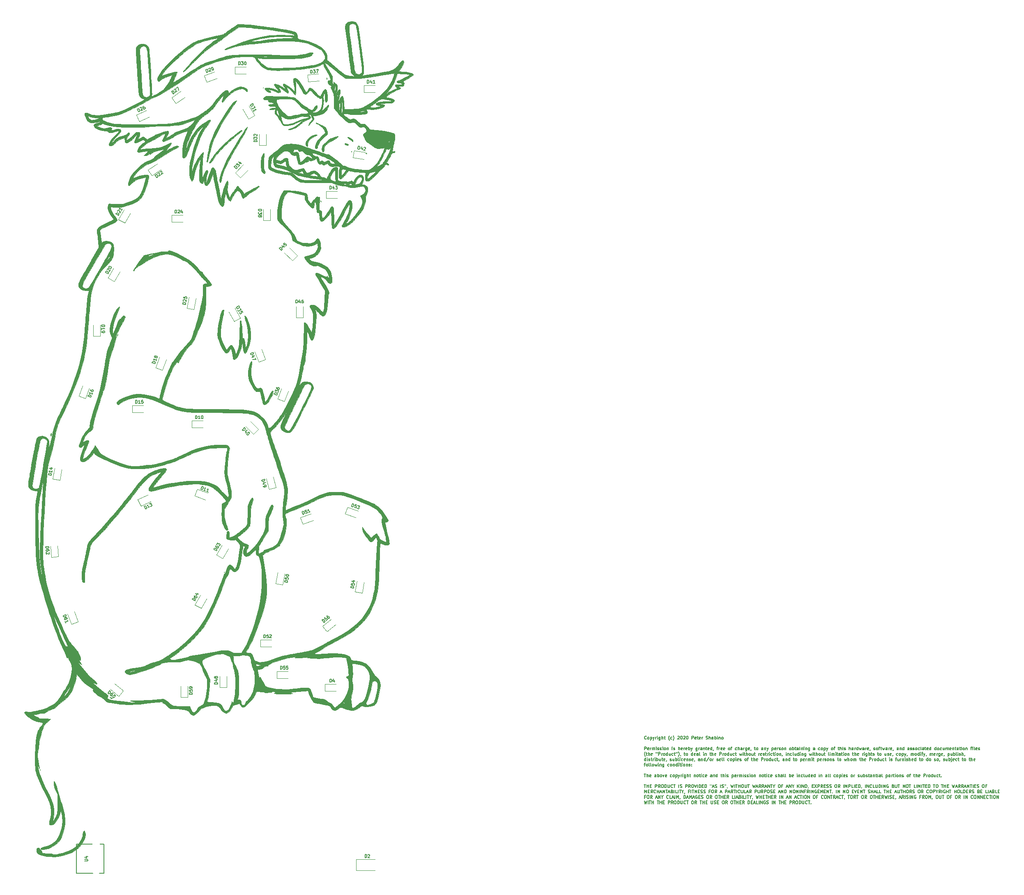
<source format=gto>
G04 #@! TF.GenerationSoftware,KiCad,Pcbnew,(5.1.5)-3*
G04 #@! TF.CreationDate,2020-02-08T22:35:01-06:00*
G04 #@! TF.ProjectId,tymkrs_Cyphercon_2020_coyote,74796d6b-7273-45f4-9379-70686572636f,V0*
G04 #@! TF.SameCoordinates,Original*
G04 #@! TF.FileFunction,Legend,Top*
G04 #@! TF.FilePolarity,Positive*
%FSLAX46Y46*%
G04 Gerber Fmt 4.6, Leading zero omitted, Abs format (unit mm)*
G04 Created by KiCad (PCBNEW (5.1.5)-3) date 2020-02-08 22:35:01*
%MOMM*%
%LPD*%
G04 APERTURE LIST*
%ADD10C,0.158750*%
%ADD11C,0.010000*%
%ADD12C,0.120000*%
%ADD13C,0.150000*%
%ADD14C,0.100000*%
%ADD15C,1.574800*%
%ADD16R,1.574800X1.574800*%
%ADD17C,1.828800*%
%ADD18R,1.828800X1.828800*%
G04 APERTURE END LIST*
D10*
X209913235Y-167660410D02*
X209882997Y-167690648D01*
X209792282Y-167720886D01*
X209731806Y-167720886D01*
X209641092Y-167690648D01*
X209580616Y-167630172D01*
X209550377Y-167569696D01*
X209520139Y-167448744D01*
X209520139Y-167358029D01*
X209550377Y-167237077D01*
X209580616Y-167176601D01*
X209641092Y-167116125D01*
X209731806Y-167085886D01*
X209792282Y-167085886D01*
X209882997Y-167116125D01*
X209913235Y-167146363D01*
X210276092Y-167720886D02*
X210215616Y-167690648D01*
X210185377Y-167660410D01*
X210155139Y-167599934D01*
X210155139Y-167418505D01*
X210185377Y-167358029D01*
X210215616Y-167327791D01*
X210276092Y-167297553D01*
X210366806Y-167297553D01*
X210427282Y-167327791D01*
X210457520Y-167358029D01*
X210487758Y-167418505D01*
X210487758Y-167599934D01*
X210457520Y-167660410D01*
X210427282Y-167690648D01*
X210366806Y-167720886D01*
X210276092Y-167720886D01*
X210759901Y-167297553D02*
X210759901Y-167932553D01*
X210759901Y-167327791D02*
X210820377Y-167297553D01*
X210941330Y-167297553D01*
X211001806Y-167327791D01*
X211032044Y-167358029D01*
X211062282Y-167418505D01*
X211062282Y-167599934D01*
X211032044Y-167660410D01*
X211001806Y-167690648D01*
X210941330Y-167720886D01*
X210820377Y-167720886D01*
X210759901Y-167690648D01*
X211273949Y-167297553D02*
X211425139Y-167720886D01*
X211576330Y-167297553D02*
X211425139Y-167720886D01*
X211364663Y-167872077D01*
X211334425Y-167902315D01*
X211273949Y-167932553D01*
X211818235Y-167720886D02*
X211818235Y-167297553D01*
X211818235Y-167418505D02*
X211848473Y-167358029D01*
X211878711Y-167327791D01*
X211939187Y-167297553D01*
X211999663Y-167297553D01*
X212211330Y-167720886D02*
X212211330Y-167297553D01*
X212211330Y-167085886D02*
X212181092Y-167116125D01*
X212211330Y-167146363D01*
X212241568Y-167116125D01*
X212211330Y-167085886D01*
X212211330Y-167146363D01*
X212785854Y-167297553D02*
X212785854Y-167811601D01*
X212755616Y-167872077D01*
X212725377Y-167902315D01*
X212664901Y-167932553D01*
X212574187Y-167932553D01*
X212513711Y-167902315D01*
X212785854Y-167690648D02*
X212725377Y-167720886D01*
X212604425Y-167720886D01*
X212543949Y-167690648D01*
X212513711Y-167660410D01*
X212483473Y-167599934D01*
X212483473Y-167418505D01*
X212513711Y-167358029D01*
X212543949Y-167327791D01*
X212604425Y-167297553D01*
X212725377Y-167297553D01*
X212785854Y-167327791D01*
X213088235Y-167720886D02*
X213088235Y-167085886D01*
X213360377Y-167720886D02*
X213360377Y-167388267D01*
X213330139Y-167327791D01*
X213269663Y-167297553D01*
X213178949Y-167297553D01*
X213118473Y-167327791D01*
X213088235Y-167358029D01*
X213572044Y-167297553D02*
X213813949Y-167297553D01*
X213662758Y-167085886D02*
X213662758Y-167630172D01*
X213692997Y-167690648D01*
X213753473Y-167720886D01*
X213813949Y-167720886D01*
X214690854Y-167962791D02*
X214660616Y-167932553D01*
X214600139Y-167841839D01*
X214569901Y-167781363D01*
X214539663Y-167690648D01*
X214509425Y-167539458D01*
X214509425Y-167418505D01*
X214539663Y-167267315D01*
X214569901Y-167176601D01*
X214600139Y-167116125D01*
X214660616Y-167025410D01*
X214690854Y-166995172D01*
X215204901Y-167690648D02*
X215144425Y-167720886D01*
X215023473Y-167720886D01*
X214962997Y-167690648D01*
X214932758Y-167660410D01*
X214902520Y-167599934D01*
X214902520Y-167418505D01*
X214932758Y-167358029D01*
X214962997Y-167327791D01*
X215023473Y-167297553D01*
X215144425Y-167297553D01*
X215204901Y-167327791D01*
X215416568Y-167962791D02*
X215446806Y-167932553D01*
X215507282Y-167841839D01*
X215537520Y-167781363D01*
X215567758Y-167690648D01*
X215597997Y-167539458D01*
X215597997Y-167418505D01*
X215567758Y-167267315D01*
X215537520Y-167176601D01*
X215507282Y-167116125D01*
X215446806Y-167025410D01*
X215416568Y-166995172D01*
X216353949Y-167146363D02*
X216384187Y-167116125D01*
X216444663Y-167085886D01*
X216595854Y-167085886D01*
X216656330Y-167116125D01*
X216686568Y-167146363D01*
X216716806Y-167206839D01*
X216716806Y-167267315D01*
X216686568Y-167358029D01*
X216323711Y-167720886D01*
X216716806Y-167720886D01*
X217109901Y-167085886D02*
X217170377Y-167085886D01*
X217230854Y-167116125D01*
X217261092Y-167146363D01*
X217291330Y-167206839D01*
X217321568Y-167327791D01*
X217321568Y-167478982D01*
X217291330Y-167599934D01*
X217261092Y-167660410D01*
X217230854Y-167690648D01*
X217170377Y-167720886D01*
X217109901Y-167720886D01*
X217049425Y-167690648D01*
X217019187Y-167660410D01*
X216988949Y-167599934D01*
X216958711Y-167478982D01*
X216958711Y-167327791D01*
X216988949Y-167206839D01*
X217019187Y-167146363D01*
X217049425Y-167116125D01*
X217109901Y-167085886D01*
X217563473Y-167146363D02*
X217593711Y-167116125D01*
X217654187Y-167085886D01*
X217805377Y-167085886D01*
X217865854Y-167116125D01*
X217896092Y-167146363D01*
X217926330Y-167206839D01*
X217926330Y-167267315D01*
X217896092Y-167358029D01*
X217533235Y-167720886D01*
X217926330Y-167720886D01*
X218319425Y-167085886D02*
X218379901Y-167085886D01*
X218440377Y-167116125D01*
X218470616Y-167146363D01*
X218500854Y-167206839D01*
X218531092Y-167327791D01*
X218531092Y-167478982D01*
X218500854Y-167599934D01*
X218470616Y-167660410D01*
X218440377Y-167690648D01*
X218379901Y-167720886D01*
X218319425Y-167720886D01*
X218258949Y-167690648D01*
X218228711Y-167660410D01*
X218198473Y-167599934D01*
X218168235Y-167478982D01*
X218168235Y-167327791D01*
X218198473Y-167206839D01*
X218228711Y-167146363D01*
X218258949Y-167116125D01*
X218319425Y-167085886D01*
X219287044Y-167720886D02*
X219287044Y-167085886D01*
X219528949Y-167085886D01*
X219589425Y-167116125D01*
X219619663Y-167146363D01*
X219649901Y-167206839D01*
X219649901Y-167297553D01*
X219619663Y-167358029D01*
X219589425Y-167388267D01*
X219528949Y-167418505D01*
X219287044Y-167418505D01*
X220163949Y-167690648D02*
X220103473Y-167720886D01*
X219982520Y-167720886D01*
X219922044Y-167690648D01*
X219891806Y-167630172D01*
X219891806Y-167388267D01*
X219922044Y-167327791D01*
X219982520Y-167297553D01*
X220103473Y-167297553D01*
X220163949Y-167327791D01*
X220194187Y-167388267D01*
X220194187Y-167448744D01*
X219891806Y-167509220D01*
X220375616Y-167297553D02*
X220617520Y-167297553D01*
X220466330Y-167085886D02*
X220466330Y-167630172D01*
X220496568Y-167690648D01*
X220557044Y-167720886D01*
X220617520Y-167720886D01*
X221071092Y-167690648D02*
X221010616Y-167720886D01*
X220889663Y-167720886D01*
X220829187Y-167690648D01*
X220798949Y-167630172D01*
X220798949Y-167388267D01*
X220829187Y-167327791D01*
X220889663Y-167297553D01*
X221010616Y-167297553D01*
X221071092Y-167327791D01*
X221101330Y-167388267D01*
X221101330Y-167448744D01*
X220798949Y-167509220D01*
X221373473Y-167720886D02*
X221373473Y-167297553D01*
X221373473Y-167418505D02*
X221403711Y-167358029D01*
X221433949Y-167327791D01*
X221494425Y-167297553D01*
X221554901Y-167297553D01*
X222220139Y-167690648D02*
X222310854Y-167720886D01*
X222462044Y-167720886D01*
X222522520Y-167690648D01*
X222552758Y-167660410D01*
X222582997Y-167599934D01*
X222582997Y-167539458D01*
X222552758Y-167478982D01*
X222522520Y-167448744D01*
X222462044Y-167418505D01*
X222341092Y-167388267D01*
X222280616Y-167358029D01*
X222250377Y-167327791D01*
X222220139Y-167267315D01*
X222220139Y-167206839D01*
X222250377Y-167146363D01*
X222280616Y-167116125D01*
X222341092Y-167085886D01*
X222492282Y-167085886D01*
X222582997Y-167116125D01*
X222855139Y-167720886D02*
X222855139Y-167085886D01*
X223127282Y-167720886D02*
X223127282Y-167388267D01*
X223097044Y-167327791D01*
X223036568Y-167297553D01*
X222945854Y-167297553D01*
X222885377Y-167327791D01*
X222855139Y-167358029D01*
X223701806Y-167720886D02*
X223701806Y-167388267D01*
X223671568Y-167327791D01*
X223611092Y-167297553D01*
X223490139Y-167297553D01*
X223429663Y-167327791D01*
X223701806Y-167690648D02*
X223641330Y-167720886D01*
X223490139Y-167720886D01*
X223429663Y-167690648D01*
X223399425Y-167630172D01*
X223399425Y-167569696D01*
X223429663Y-167509220D01*
X223490139Y-167478982D01*
X223641330Y-167478982D01*
X223701806Y-167448744D01*
X224004187Y-167720886D02*
X224004187Y-167085886D01*
X224004187Y-167327791D02*
X224064663Y-167297553D01*
X224185616Y-167297553D01*
X224246092Y-167327791D01*
X224276330Y-167358029D01*
X224306568Y-167418505D01*
X224306568Y-167599934D01*
X224276330Y-167660410D01*
X224246092Y-167690648D01*
X224185616Y-167720886D01*
X224064663Y-167720886D01*
X224004187Y-167690648D01*
X224578711Y-167720886D02*
X224578711Y-167297553D01*
X224578711Y-167085886D02*
X224548473Y-167116125D01*
X224578711Y-167146363D01*
X224608949Y-167116125D01*
X224578711Y-167085886D01*
X224578711Y-167146363D01*
X224881092Y-167297553D02*
X224881092Y-167720886D01*
X224881092Y-167358029D02*
X224911330Y-167327791D01*
X224971806Y-167297553D01*
X225062520Y-167297553D01*
X225122997Y-167327791D01*
X225153235Y-167388267D01*
X225153235Y-167720886D01*
X225546330Y-167720886D02*
X225485854Y-167690648D01*
X225455616Y-167660410D01*
X225425377Y-167599934D01*
X225425377Y-167418505D01*
X225455616Y-167358029D01*
X225485854Y-167327791D01*
X225546330Y-167297553D01*
X225637044Y-167297553D01*
X225697520Y-167327791D01*
X225727758Y-167358029D01*
X225757997Y-167418505D01*
X225757997Y-167599934D01*
X225727758Y-167660410D01*
X225697520Y-167690648D01*
X225637044Y-167720886D01*
X225546330Y-167720886D01*
X209550377Y-169943386D02*
X209550377Y-169308386D01*
X209792282Y-169308386D01*
X209852758Y-169338625D01*
X209882997Y-169368863D01*
X209913235Y-169429339D01*
X209913235Y-169520053D01*
X209882997Y-169580529D01*
X209852758Y-169610767D01*
X209792282Y-169641005D01*
X209550377Y-169641005D01*
X210427282Y-169913148D02*
X210366806Y-169943386D01*
X210245854Y-169943386D01*
X210185377Y-169913148D01*
X210155139Y-169852672D01*
X210155139Y-169610767D01*
X210185377Y-169550291D01*
X210245854Y-169520053D01*
X210366806Y-169520053D01*
X210427282Y-169550291D01*
X210457520Y-169610767D01*
X210457520Y-169671244D01*
X210155139Y-169731720D01*
X210729663Y-169943386D02*
X210729663Y-169520053D01*
X210729663Y-169641005D02*
X210759901Y-169580529D01*
X210790139Y-169550291D01*
X210850616Y-169520053D01*
X210911092Y-169520053D01*
X211122758Y-169943386D02*
X211122758Y-169520053D01*
X211122758Y-169580529D02*
X211152997Y-169550291D01*
X211213473Y-169520053D01*
X211304187Y-169520053D01*
X211364663Y-169550291D01*
X211394901Y-169610767D01*
X211394901Y-169943386D01*
X211394901Y-169610767D02*
X211425139Y-169550291D01*
X211485616Y-169520053D01*
X211576330Y-169520053D01*
X211636806Y-169550291D01*
X211667044Y-169610767D01*
X211667044Y-169943386D01*
X211969425Y-169943386D02*
X211969425Y-169520053D01*
X211969425Y-169308386D02*
X211939187Y-169338625D01*
X211969425Y-169368863D01*
X211999663Y-169338625D01*
X211969425Y-169308386D01*
X211969425Y-169368863D01*
X212241568Y-169913148D02*
X212302044Y-169943386D01*
X212422997Y-169943386D01*
X212483473Y-169913148D01*
X212513711Y-169852672D01*
X212513711Y-169822434D01*
X212483473Y-169761958D01*
X212422997Y-169731720D01*
X212332282Y-169731720D01*
X212271806Y-169701482D01*
X212241568Y-169641005D01*
X212241568Y-169610767D01*
X212271806Y-169550291D01*
X212332282Y-169520053D01*
X212422997Y-169520053D01*
X212483473Y-169550291D01*
X212755616Y-169913148D02*
X212816092Y-169943386D01*
X212937044Y-169943386D01*
X212997520Y-169913148D01*
X213027758Y-169852672D01*
X213027758Y-169822434D01*
X212997520Y-169761958D01*
X212937044Y-169731720D01*
X212846330Y-169731720D01*
X212785854Y-169701482D01*
X212755616Y-169641005D01*
X212755616Y-169610767D01*
X212785854Y-169550291D01*
X212846330Y-169520053D01*
X212937044Y-169520053D01*
X212997520Y-169550291D01*
X213299901Y-169943386D02*
X213299901Y-169520053D01*
X213299901Y-169308386D02*
X213269663Y-169338625D01*
X213299901Y-169368863D01*
X213330139Y-169338625D01*
X213299901Y-169308386D01*
X213299901Y-169368863D01*
X213692997Y-169943386D02*
X213632520Y-169913148D01*
X213602282Y-169882910D01*
X213572044Y-169822434D01*
X213572044Y-169641005D01*
X213602282Y-169580529D01*
X213632520Y-169550291D01*
X213692997Y-169520053D01*
X213783711Y-169520053D01*
X213844187Y-169550291D01*
X213874425Y-169580529D01*
X213904663Y-169641005D01*
X213904663Y-169822434D01*
X213874425Y-169882910D01*
X213844187Y-169913148D01*
X213783711Y-169943386D01*
X213692997Y-169943386D01*
X214176806Y-169520053D02*
X214176806Y-169943386D01*
X214176806Y-169580529D02*
X214207044Y-169550291D01*
X214267520Y-169520053D01*
X214358235Y-169520053D01*
X214418711Y-169550291D01*
X214448949Y-169610767D01*
X214448949Y-169943386D01*
X215235139Y-169943386D02*
X215235139Y-169520053D01*
X215235139Y-169308386D02*
X215204901Y-169338625D01*
X215235139Y-169368863D01*
X215265377Y-169338625D01*
X215235139Y-169308386D01*
X215235139Y-169368863D01*
X215507282Y-169913148D02*
X215567758Y-169943386D01*
X215688711Y-169943386D01*
X215749187Y-169913148D01*
X215779425Y-169852672D01*
X215779425Y-169822434D01*
X215749187Y-169761958D01*
X215688711Y-169731720D01*
X215597997Y-169731720D01*
X215537520Y-169701482D01*
X215507282Y-169641005D01*
X215507282Y-169610767D01*
X215537520Y-169550291D01*
X215597997Y-169520053D01*
X215688711Y-169520053D01*
X215749187Y-169550291D01*
X216535377Y-169943386D02*
X216535377Y-169308386D01*
X216807520Y-169943386D02*
X216807520Y-169610767D01*
X216777282Y-169550291D01*
X216716806Y-169520053D01*
X216626092Y-169520053D01*
X216565616Y-169550291D01*
X216535377Y-169580529D01*
X217351806Y-169913148D02*
X217291330Y-169943386D01*
X217170377Y-169943386D01*
X217109901Y-169913148D01*
X217079663Y-169852672D01*
X217079663Y-169610767D01*
X217109901Y-169550291D01*
X217170377Y-169520053D01*
X217291330Y-169520053D01*
X217351806Y-169550291D01*
X217382044Y-169610767D01*
X217382044Y-169671244D01*
X217079663Y-169731720D01*
X217654187Y-169943386D02*
X217654187Y-169520053D01*
X217654187Y-169641005D02*
X217684425Y-169580529D01*
X217714663Y-169550291D01*
X217775139Y-169520053D01*
X217835616Y-169520053D01*
X218289187Y-169913148D02*
X218228711Y-169943386D01*
X218107758Y-169943386D01*
X218047282Y-169913148D01*
X218017044Y-169852672D01*
X218017044Y-169610767D01*
X218047282Y-169550291D01*
X218107758Y-169520053D01*
X218228711Y-169520053D01*
X218289187Y-169550291D01*
X218319425Y-169610767D01*
X218319425Y-169671244D01*
X218017044Y-169731720D01*
X218591568Y-169943386D02*
X218591568Y-169308386D01*
X218591568Y-169550291D02*
X218652044Y-169520053D01*
X218772997Y-169520053D01*
X218833473Y-169550291D01*
X218863711Y-169580529D01*
X218893949Y-169641005D01*
X218893949Y-169822434D01*
X218863711Y-169882910D01*
X218833473Y-169913148D01*
X218772997Y-169943386D01*
X218652044Y-169943386D01*
X218591568Y-169913148D01*
X219105616Y-169520053D02*
X219256806Y-169943386D01*
X219407997Y-169520053D02*
X219256806Y-169943386D01*
X219196330Y-170094577D01*
X219166092Y-170124815D01*
X219105616Y-170155053D01*
X220405854Y-169520053D02*
X220405854Y-170034101D01*
X220375616Y-170094577D01*
X220345377Y-170124815D01*
X220284901Y-170155053D01*
X220194187Y-170155053D01*
X220133711Y-170124815D01*
X220405854Y-169913148D02*
X220345377Y-169943386D01*
X220224425Y-169943386D01*
X220163949Y-169913148D01*
X220133711Y-169882910D01*
X220103473Y-169822434D01*
X220103473Y-169641005D01*
X220133711Y-169580529D01*
X220163949Y-169550291D01*
X220224425Y-169520053D01*
X220345377Y-169520053D01*
X220405854Y-169550291D01*
X220708235Y-169943386D02*
X220708235Y-169520053D01*
X220708235Y-169641005D02*
X220738473Y-169580529D01*
X220768711Y-169550291D01*
X220829187Y-169520053D01*
X220889663Y-169520053D01*
X221373473Y-169943386D02*
X221373473Y-169610767D01*
X221343235Y-169550291D01*
X221282758Y-169520053D01*
X221161806Y-169520053D01*
X221101330Y-169550291D01*
X221373473Y-169913148D02*
X221312997Y-169943386D01*
X221161806Y-169943386D01*
X221101330Y-169913148D01*
X221071092Y-169852672D01*
X221071092Y-169792196D01*
X221101330Y-169731720D01*
X221161806Y-169701482D01*
X221312997Y-169701482D01*
X221373473Y-169671244D01*
X221675854Y-169520053D02*
X221675854Y-169943386D01*
X221675854Y-169580529D02*
X221706092Y-169550291D01*
X221766568Y-169520053D01*
X221857282Y-169520053D01*
X221917758Y-169550291D01*
X221947997Y-169610767D01*
X221947997Y-169943386D01*
X222159663Y-169520053D02*
X222401568Y-169520053D01*
X222250377Y-169308386D02*
X222250377Y-169852672D01*
X222280616Y-169913148D01*
X222341092Y-169943386D01*
X222401568Y-169943386D01*
X222855139Y-169913148D02*
X222794663Y-169943386D01*
X222673711Y-169943386D01*
X222613235Y-169913148D01*
X222582997Y-169852672D01*
X222582997Y-169610767D01*
X222613235Y-169550291D01*
X222673711Y-169520053D01*
X222794663Y-169520053D01*
X222855139Y-169550291D01*
X222885377Y-169610767D01*
X222885377Y-169671244D01*
X222582997Y-169731720D01*
X223429663Y-169943386D02*
X223429663Y-169308386D01*
X223429663Y-169913148D02*
X223369187Y-169943386D01*
X223248235Y-169943386D01*
X223187758Y-169913148D01*
X223157520Y-169882910D01*
X223127282Y-169822434D01*
X223127282Y-169641005D01*
X223157520Y-169580529D01*
X223187758Y-169550291D01*
X223248235Y-169520053D01*
X223369187Y-169520053D01*
X223429663Y-169550291D01*
X223762282Y-169913148D02*
X223762282Y-169943386D01*
X223732044Y-170003863D01*
X223701806Y-170034101D01*
X224427520Y-169520053D02*
X224669425Y-169520053D01*
X224518235Y-169943386D02*
X224518235Y-169399101D01*
X224548473Y-169338625D01*
X224608949Y-169308386D01*
X224669425Y-169308386D01*
X224881092Y-169943386D02*
X224881092Y-169520053D01*
X224881092Y-169641005D02*
X224911330Y-169580529D01*
X224941568Y-169550291D01*
X225002044Y-169520053D01*
X225062520Y-169520053D01*
X225516092Y-169913148D02*
X225455616Y-169943386D01*
X225334663Y-169943386D01*
X225274187Y-169913148D01*
X225243949Y-169852672D01*
X225243949Y-169610767D01*
X225274187Y-169550291D01*
X225334663Y-169520053D01*
X225455616Y-169520053D01*
X225516092Y-169550291D01*
X225546330Y-169610767D01*
X225546330Y-169671244D01*
X225243949Y-169731720D01*
X226060377Y-169913148D02*
X225999901Y-169943386D01*
X225878949Y-169943386D01*
X225818473Y-169913148D01*
X225788235Y-169852672D01*
X225788235Y-169610767D01*
X225818473Y-169550291D01*
X225878949Y-169520053D01*
X225999901Y-169520053D01*
X226060377Y-169550291D01*
X226090616Y-169610767D01*
X226090616Y-169671244D01*
X225788235Y-169731720D01*
X226937282Y-169943386D02*
X226876806Y-169913148D01*
X226846568Y-169882910D01*
X226816330Y-169822434D01*
X226816330Y-169641005D01*
X226846568Y-169580529D01*
X226876806Y-169550291D01*
X226937282Y-169520053D01*
X227027997Y-169520053D01*
X227088473Y-169550291D01*
X227118711Y-169580529D01*
X227148949Y-169641005D01*
X227148949Y-169822434D01*
X227118711Y-169882910D01*
X227088473Y-169913148D01*
X227027997Y-169943386D01*
X226937282Y-169943386D01*
X227330377Y-169520053D02*
X227572282Y-169520053D01*
X227421092Y-169943386D02*
X227421092Y-169399101D01*
X227451330Y-169338625D01*
X227511806Y-169308386D01*
X227572282Y-169308386D01*
X228539901Y-169913148D02*
X228479425Y-169943386D01*
X228358473Y-169943386D01*
X228297997Y-169913148D01*
X228267758Y-169882910D01*
X228237520Y-169822434D01*
X228237520Y-169641005D01*
X228267758Y-169580529D01*
X228297997Y-169550291D01*
X228358473Y-169520053D01*
X228479425Y-169520053D01*
X228539901Y-169550291D01*
X228812044Y-169943386D02*
X228812044Y-169308386D01*
X229084187Y-169943386D02*
X229084187Y-169610767D01*
X229053949Y-169550291D01*
X228993473Y-169520053D01*
X228902758Y-169520053D01*
X228842282Y-169550291D01*
X228812044Y-169580529D01*
X229658711Y-169943386D02*
X229658711Y-169610767D01*
X229628473Y-169550291D01*
X229567997Y-169520053D01*
X229447044Y-169520053D01*
X229386568Y-169550291D01*
X229658711Y-169913148D02*
X229598235Y-169943386D01*
X229447044Y-169943386D01*
X229386568Y-169913148D01*
X229356330Y-169852672D01*
X229356330Y-169792196D01*
X229386568Y-169731720D01*
X229447044Y-169701482D01*
X229598235Y-169701482D01*
X229658711Y-169671244D01*
X229961092Y-169943386D02*
X229961092Y-169520053D01*
X229961092Y-169641005D02*
X229991330Y-169580529D01*
X230021568Y-169550291D01*
X230082044Y-169520053D01*
X230142520Y-169520053D01*
X230626330Y-169520053D02*
X230626330Y-170034101D01*
X230596092Y-170094577D01*
X230565854Y-170124815D01*
X230505377Y-170155053D01*
X230414663Y-170155053D01*
X230354187Y-170124815D01*
X230626330Y-169913148D02*
X230565854Y-169943386D01*
X230444901Y-169943386D01*
X230384425Y-169913148D01*
X230354187Y-169882910D01*
X230323949Y-169822434D01*
X230323949Y-169641005D01*
X230354187Y-169580529D01*
X230384425Y-169550291D01*
X230444901Y-169520053D01*
X230565854Y-169520053D01*
X230626330Y-169550291D01*
X231170616Y-169913148D02*
X231110139Y-169943386D01*
X230989187Y-169943386D01*
X230928711Y-169913148D01*
X230898473Y-169852672D01*
X230898473Y-169610767D01*
X230928711Y-169550291D01*
X230989187Y-169520053D01*
X231110139Y-169520053D01*
X231170616Y-169550291D01*
X231200854Y-169610767D01*
X231200854Y-169671244D01*
X230898473Y-169731720D01*
X231503235Y-169913148D02*
X231503235Y-169943386D01*
X231472997Y-170003863D01*
X231442758Y-170034101D01*
X232168473Y-169520053D02*
X232410377Y-169520053D01*
X232259187Y-169308386D02*
X232259187Y-169852672D01*
X232289425Y-169913148D01*
X232349901Y-169943386D01*
X232410377Y-169943386D01*
X232712758Y-169943386D02*
X232652282Y-169913148D01*
X232622044Y-169882910D01*
X232591806Y-169822434D01*
X232591806Y-169641005D01*
X232622044Y-169580529D01*
X232652282Y-169550291D01*
X232712758Y-169520053D01*
X232803473Y-169520053D01*
X232863949Y-169550291D01*
X232894187Y-169580529D01*
X232924425Y-169641005D01*
X232924425Y-169822434D01*
X232894187Y-169882910D01*
X232863949Y-169913148D01*
X232803473Y-169943386D01*
X232712758Y-169943386D01*
X233952520Y-169943386D02*
X233952520Y-169610767D01*
X233922282Y-169550291D01*
X233861806Y-169520053D01*
X233740854Y-169520053D01*
X233680377Y-169550291D01*
X233952520Y-169913148D02*
X233892044Y-169943386D01*
X233740854Y-169943386D01*
X233680377Y-169913148D01*
X233650139Y-169852672D01*
X233650139Y-169792196D01*
X233680377Y-169731720D01*
X233740854Y-169701482D01*
X233892044Y-169701482D01*
X233952520Y-169671244D01*
X234254901Y-169520053D02*
X234254901Y-169943386D01*
X234254901Y-169580529D02*
X234285139Y-169550291D01*
X234345616Y-169520053D01*
X234436330Y-169520053D01*
X234496806Y-169550291D01*
X234527044Y-169610767D01*
X234527044Y-169943386D01*
X234768949Y-169520053D02*
X234920139Y-169943386D01*
X235071330Y-169520053D02*
X234920139Y-169943386D01*
X234859663Y-170094577D01*
X234829425Y-170124815D01*
X234768949Y-170155053D01*
X235797044Y-169520053D02*
X235797044Y-170155053D01*
X235797044Y-169550291D02*
X235857520Y-169520053D01*
X235978473Y-169520053D01*
X236038949Y-169550291D01*
X236069187Y-169580529D01*
X236099425Y-169641005D01*
X236099425Y-169822434D01*
X236069187Y-169882910D01*
X236038949Y-169913148D01*
X235978473Y-169943386D01*
X235857520Y-169943386D01*
X235797044Y-169913148D01*
X236613473Y-169913148D02*
X236552997Y-169943386D01*
X236432044Y-169943386D01*
X236371568Y-169913148D01*
X236341330Y-169852672D01*
X236341330Y-169610767D01*
X236371568Y-169550291D01*
X236432044Y-169520053D01*
X236552997Y-169520053D01*
X236613473Y-169550291D01*
X236643711Y-169610767D01*
X236643711Y-169671244D01*
X236341330Y-169731720D01*
X236915854Y-169943386D02*
X236915854Y-169520053D01*
X236915854Y-169641005D02*
X236946092Y-169580529D01*
X236976330Y-169550291D01*
X237036806Y-169520053D01*
X237097282Y-169520053D01*
X237278711Y-169913148D02*
X237339187Y-169943386D01*
X237460139Y-169943386D01*
X237520616Y-169913148D01*
X237550854Y-169852672D01*
X237550854Y-169822434D01*
X237520616Y-169761958D01*
X237460139Y-169731720D01*
X237369425Y-169731720D01*
X237308949Y-169701482D01*
X237278711Y-169641005D01*
X237278711Y-169610767D01*
X237308949Y-169550291D01*
X237369425Y-169520053D01*
X237460139Y-169520053D01*
X237520616Y-169550291D01*
X237913711Y-169943386D02*
X237853235Y-169913148D01*
X237822997Y-169882910D01*
X237792758Y-169822434D01*
X237792758Y-169641005D01*
X237822997Y-169580529D01*
X237853235Y-169550291D01*
X237913711Y-169520053D01*
X238004425Y-169520053D01*
X238064901Y-169550291D01*
X238095139Y-169580529D01*
X238125377Y-169641005D01*
X238125377Y-169822434D01*
X238095139Y-169882910D01*
X238064901Y-169913148D01*
X238004425Y-169943386D01*
X237913711Y-169943386D01*
X238397520Y-169520053D02*
X238397520Y-169943386D01*
X238397520Y-169580529D02*
X238427758Y-169550291D01*
X238488235Y-169520053D01*
X238578949Y-169520053D01*
X238639425Y-169550291D01*
X238669663Y-169610767D01*
X238669663Y-169943386D01*
X239546568Y-169943386D02*
X239486092Y-169913148D01*
X239455854Y-169882910D01*
X239425616Y-169822434D01*
X239425616Y-169641005D01*
X239455854Y-169580529D01*
X239486092Y-169550291D01*
X239546568Y-169520053D01*
X239637282Y-169520053D01*
X239697758Y-169550291D01*
X239727997Y-169580529D01*
X239758235Y-169641005D01*
X239758235Y-169822434D01*
X239727997Y-169882910D01*
X239697758Y-169913148D01*
X239637282Y-169943386D01*
X239546568Y-169943386D01*
X240030377Y-169943386D02*
X240030377Y-169308386D01*
X240030377Y-169550291D02*
X240090854Y-169520053D01*
X240211806Y-169520053D01*
X240272282Y-169550291D01*
X240302520Y-169580529D01*
X240332758Y-169641005D01*
X240332758Y-169822434D01*
X240302520Y-169882910D01*
X240272282Y-169913148D01*
X240211806Y-169943386D01*
X240090854Y-169943386D01*
X240030377Y-169913148D01*
X240514187Y-169520053D02*
X240756092Y-169520053D01*
X240604901Y-169308386D02*
X240604901Y-169852672D01*
X240635139Y-169913148D01*
X240695616Y-169943386D01*
X240756092Y-169943386D01*
X241239901Y-169943386D02*
X241239901Y-169610767D01*
X241209663Y-169550291D01*
X241149187Y-169520053D01*
X241028235Y-169520053D01*
X240967758Y-169550291D01*
X241239901Y-169913148D02*
X241179425Y-169943386D01*
X241028235Y-169943386D01*
X240967758Y-169913148D01*
X240937520Y-169852672D01*
X240937520Y-169792196D01*
X240967758Y-169731720D01*
X241028235Y-169701482D01*
X241179425Y-169701482D01*
X241239901Y-169671244D01*
X241542282Y-169943386D02*
X241542282Y-169520053D01*
X241542282Y-169308386D02*
X241512044Y-169338625D01*
X241542282Y-169368863D01*
X241572520Y-169338625D01*
X241542282Y-169308386D01*
X241542282Y-169368863D01*
X241844663Y-169520053D02*
X241844663Y-169943386D01*
X241844663Y-169580529D02*
X241874901Y-169550291D01*
X241935377Y-169520053D01*
X242026092Y-169520053D01*
X242086568Y-169550291D01*
X242116806Y-169610767D01*
X242116806Y-169943386D01*
X242419187Y-169943386D02*
X242419187Y-169520053D01*
X242419187Y-169308386D02*
X242388949Y-169338625D01*
X242419187Y-169368863D01*
X242449425Y-169338625D01*
X242419187Y-169308386D01*
X242419187Y-169368863D01*
X242721568Y-169520053D02*
X242721568Y-169943386D01*
X242721568Y-169580529D02*
X242751806Y-169550291D01*
X242812282Y-169520053D01*
X242902997Y-169520053D01*
X242963473Y-169550291D01*
X242993711Y-169610767D01*
X242993711Y-169943386D01*
X243568235Y-169520053D02*
X243568235Y-170034101D01*
X243537997Y-170094577D01*
X243507758Y-170124815D01*
X243447282Y-170155053D01*
X243356568Y-170155053D01*
X243296092Y-170124815D01*
X243568235Y-169913148D02*
X243507758Y-169943386D01*
X243386806Y-169943386D01*
X243326330Y-169913148D01*
X243296092Y-169882910D01*
X243265854Y-169822434D01*
X243265854Y-169641005D01*
X243296092Y-169580529D01*
X243326330Y-169550291D01*
X243386806Y-169520053D01*
X243507758Y-169520053D01*
X243568235Y-169550291D01*
X244626568Y-169943386D02*
X244626568Y-169610767D01*
X244596330Y-169550291D01*
X244535854Y-169520053D01*
X244414901Y-169520053D01*
X244354425Y-169550291D01*
X244626568Y-169913148D02*
X244566092Y-169943386D01*
X244414901Y-169943386D01*
X244354425Y-169913148D01*
X244324187Y-169852672D01*
X244324187Y-169792196D01*
X244354425Y-169731720D01*
X244414901Y-169701482D01*
X244566092Y-169701482D01*
X244626568Y-169671244D01*
X245684901Y-169913148D02*
X245624425Y-169943386D01*
X245503473Y-169943386D01*
X245442997Y-169913148D01*
X245412758Y-169882910D01*
X245382520Y-169822434D01*
X245382520Y-169641005D01*
X245412758Y-169580529D01*
X245442997Y-169550291D01*
X245503473Y-169520053D01*
X245624425Y-169520053D01*
X245684901Y-169550291D01*
X246047758Y-169943386D02*
X245987282Y-169913148D01*
X245957044Y-169882910D01*
X245926806Y-169822434D01*
X245926806Y-169641005D01*
X245957044Y-169580529D01*
X245987282Y-169550291D01*
X246047758Y-169520053D01*
X246138473Y-169520053D01*
X246198949Y-169550291D01*
X246229187Y-169580529D01*
X246259425Y-169641005D01*
X246259425Y-169822434D01*
X246229187Y-169882910D01*
X246198949Y-169913148D01*
X246138473Y-169943386D01*
X246047758Y-169943386D01*
X246531568Y-169520053D02*
X246531568Y-170155053D01*
X246531568Y-169550291D02*
X246592044Y-169520053D01*
X246712997Y-169520053D01*
X246773473Y-169550291D01*
X246803711Y-169580529D01*
X246833949Y-169641005D01*
X246833949Y-169822434D01*
X246803711Y-169882910D01*
X246773473Y-169913148D01*
X246712997Y-169943386D01*
X246592044Y-169943386D01*
X246531568Y-169913148D01*
X247045616Y-169520053D02*
X247196806Y-169943386D01*
X247347997Y-169520053D02*
X247196806Y-169943386D01*
X247136330Y-170094577D01*
X247106092Y-170124815D01*
X247045616Y-170155053D01*
X248164425Y-169943386D02*
X248103949Y-169913148D01*
X248073711Y-169882910D01*
X248043473Y-169822434D01*
X248043473Y-169641005D01*
X248073711Y-169580529D01*
X248103949Y-169550291D01*
X248164425Y-169520053D01*
X248255139Y-169520053D01*
X248315616Y-169550291D01*
X248345854Y-169580529D01*
X248376092Y-169641005D01*
X248376092Y-169822434D01*
X248345854Y-169882910D01*
X248315616Y-169913148D01*
X248255139Y-169943386D01*
X248164425Y-169943386D01*
X248557520Y-169520053D02*
X248799425Y-169520053D01*
X248648235Y-169943386D02*
X248648235Y-169399101D01*
X248678473Y-169338625D01*
X248738949Y-169308386D01*
X248799425Y-169308386D01*
X249404187Y-169520053D02*
X249646092Y-169520053D01*
X249494901Y-169308386D02*
X249494901Y-169852672D01*
X249525139Y-169913148D01*
X249585616Y-169943386D01*
X249646092Y-169943386D01*
X249857758Y-169943386D02*
X249857758Y-169308386D01*
X250129901Y-169943386D02*
X250129901Y-169610767D01*
X250099663Y-169550291D01*
X250039187Y-169520053D01*
X249948473Y-169520053D01*
X249887997Y-169550291D01*
X249857758Y-169580529D01*
X250432282Y-169943386D02*
X250432282Y-169520053D01*
X250432282Y-169308386D02*
X250402044Y-169338625D01*
X250432282Y-169368863D01*
X250462520Y-169338625D01*
X250432282Y-169308386D01*
X250432282Y-169368863D01*
X250704425Y-169913148D02*
X250764901Y-169943386D01*
X250885854Y-169943386D01*
X250946330Y-169913148D01*
X250976568Y-169852672D01*
X250976568Y-169822434D01*
X250946330Y-169761958D01*
X250885854Y-169731720D01*
X250795139Y-169731720D01*
X250734663Y-169701482D01*
X250704425Y-169641005D01*
X250704425Y-169610767D01*
X250734663Y-169550291D01*
X250795139Y-169520053D01*
X250885854Y-169520053D01*
X250946330Y-169550291D01*
X251732520Y-169943386D02*
X251732520Y-169308386D01*
X252004663Y-169943386D02*
X252004663Y-169610767D01*
X251974425Y-169550291D01*
X251913949Y-169520053D01*
X251823235Y-169520053D01*
X251762758Y-169550291D01*
X251732520Y-169580529D01*
X252579187Y-169943386D02*
X252579187Y-169610767D01*
X252548949Y-169550291D01*
X252488473Y-169520053D01*
X252367520Y-169520053D01*
X252307044Y-169550291D01*
X252579187Y-169913148D02*
X252518711Y-169943386D01*
X252367520Y-169943386D01*
X252307044Y-169913148D01*
X252276806Y-169852672D01*
X252276806Y-169792196D01*
X252307044Y-169731720D01*
X252367520Y-169701482D01*
X252518711Y-169701482D01*
X252579187Y-169671244D01*
X252881568Y-169943386D02*
X252881568Y-169520053D01*
X252881568Y-169641005D02*
X252911806Y-169580529D01*
X252942044Y-169550291D01*
X253002520Y-169520053D01*
X253062997Y-169520053D01*
X253546806Y-169943386D02*
X253546806Y-169308386D01*
X253546806Y-169913148D02*
X253486330Y-169943386D01*
X253365377Y-169943386D01*
X253304901Y-169913148D01*
X253274663Y-169882910D01*
X253244425Y-169822434D01*
X253244425Y-169641005D01*
X253274663Y-169580529D01*
X253304901Y-169550291D01*
X253365377Y-169520053D01*
X253486330Y-169520053D01*
X253546806Y-169550291D01*
X253788711Y-169520053D02*
X253909663Y-169943386D01*
X254030616Y-169641005D01*
X254151568Y-169943386D01*
X254272520Y-169520053D01*
X254786568Y-169943386D02*
X254786568Y-169610767D01*
X254756330Y-169550291D01*
X254695854Y-169520053D01*
X254574901Y-169520053D01*
X254514425Y-169550291D01*
X254786568Y-169913148D02*
X254726092Y-169943386D01*
X254574901Y-169943386D01*
X254514425Y-169913148D01*
X254484187Y-169852672D01*
X254484187Y-169792196D01*
X254514425Y-169731720D01*
X254574901Y-169701482D01*
X254726092Y-169701482D01*
X254786568Y-169671244D01*
X255088949Y-169943386D02*
X255088949Y-169520053D01*
X255088949Y-169641005D02*
X255119187Y-169580529D01*
X255149425Y-169550291D01*
X255209901Y-169520053D01*
X255270377Y-169520053D01*
X255723949Y-169913148D02*
X255663473Y-169943386D01*
X255542520Y-169943386D01*
X255482044Y-169913148D01*
X255451806Y-169852672D01*
X255451806Y-169610767D01*
X255482044Y-169550291D01*
X255542520Y-169520053D01*
X255663473Y-169520053D01*
X255723949Y-169550291D01*
X255754187Y-169610767D01*
X255754187Y-169671244D01*
X255451806Y-169731720D01*
X256056568Y-169913148D02*
X256056568Y-169943386D01*
X256026330Y-170003863D01*
X255996092Y-170034101D01*
X256782282Y-169913148D02*
X256842758Y-169943386D01*
X256963711Y-169943386D01*
X257024187Y-169913148D01*
X257054425Y-169852672D01*
X257054425Y-169822434D01*
X257024187Y-169761958D01*
X256963711Y-169731720D01*
X256872997Y-169731720D01*
X256812520Y-169701482D01*
X256782282Y-169641005D01*
X256782282Y-169610767D01*
X256812520Y-169550291D01*
X256872997Y-169520053D01*
X256963711Y-169520053D01*
X257024187Y-169550291D01*
X257417282Y-169943386D02*
X257356806Y-169913148D01*
X257326568Y-169882910D01*
X257296330Y-169822434D01*
X257296330Y-169641005D01*
X257326568Y-169580529D01*
X257356806Y-169550291D01*
X257417282Y-169520053D01*
X257507997Y-169520053D01*
X257568473Y-169550291D01*
X257598711Y-169580529D01*
X257628949Y-169641005D01*
X257628949Y-169822434D01*
X257598711Y-169882910D01*
X257568473Y-169913148D01*
X257507997Y-169943386D01*
X257417282Y-169943386D01*
X257810377Y-169520053D02*
X258052282Y-169520053D01*
X257901092Y-169943386D02*
X257901092Y-169399101D01*
X257931330Y-169338625D01*
X257991806Y-169308386D01*
X258052282Y-169308386D01*
X258173235Y-169520053D02*
X258415139Y-169520053D01*
X258263949Y-169308386D02*
X258263949Y-169852672D01*
X258294187Y-169913148D01*
X258354663Y-169943386D01*
X258415139Y-169943386D01*
X258566330Y-169520053D02*
X258687282Y-169943386D01*
X258808235Y-169641005D01*
X258929187Y-169943386D01*
X259050139Y-169520053D01*
X259564187Y-169943386D02*
X259564187Y-169610767D01*
X259533949Y-169550291D01*
X259473473Y-169520053D01*
X259352520Y-169520053D01*
X259292044Y-169550291D01*
X259564187Y-169913148D02*
X259503711Y-169943386D01*
X259352520Y-169943386D01*
X259292044Y-169913148D01*
X259261806Y-169852672D01*
X259261806Y-169792196D01*
X259292044Y-169731720D01*
X259352520Y-169701482D01*
X259503711Y-169701482D01*
X259564187Y-169671244D01*
X259866568Y-169943386D02*
X259866568Y-169520053D01*
X259866568Y-169641005D02*
X259896806Y-169580529D01*
X259927044Y-169550291D01*
X259987520Y-169520053D01*
X260047997Y-169520053D01*
X260501568Y-169913148D02*
X260441092Y-169943386D01*
X260320139Y-169943386D01*
X260259663Y-169913148D01*
X260229425Y-169852672D01*
X260229425Y-169610767D01*
X260259663Y-169550291D01*
X260320139Y-169520053D01*
X260441092Y-169520053D01*
X260501568Y-169550291D01*
X260531806Y-169610767D01*
X260531806Y-169671244D01*
X260229425Y-169731720D01*
X260834187Y-169913148D02*
X260834187Y-169943386D01*
X260803949Y-170003863D01*
X260773711Y-170034101D01*
X261862282Y-169943386D02*
X261862282Y-169610767D01*
X261832044Y-169550291D01*
X261771568Y-169520053D01*
X261650616Y-169520053D01*
X261590139Y-169550291D01*
X261862282Y-169913148D02*
X261801806Y-169943386D01*
X261650616Y-169943386D01*
X261590139Y-169913148D01*
X261559901Y-169852672D01*
X261559901Y-169792196D01*
X261590139Y-169731720D01*
X261650616Y-169701482D01*
X261801806Y-169701482D01*
X261862282Y-169671244D01*
X262164663Y-169520053D02*
X262164663Y-169943386D01*
X262164663Y-169580529D02*
X262194901Y-169550291D01*
X262255377Y-169520053D01*
X262346092Y-169520053D01*
X262406568Y-169550291D01*
X262436806Y-169610767D01*
X262436806Y-169943386D01*
X263011330Y-169943386D02*
X263011330Y-169308386D01*
X263011330Y-169913148D02*
X262950854Y-169943386D01*
X262829901Y-169943386D01*
X262769425Y-169913148D01*
X262739187Y-169882910D01*
X262708949Y-169822434D01*
X262708949Y-169641005D01*
X262739187Y-169580529D01*
X262769425Y-169550291D01*
X262829901Y-169520053D01*
X262950854Y-169520053D01*
X263011330Y-169550291D01*
X264069663Y-169943386D02*
X264069663Y-169610767D01*
X264039425Y-169550291D01*
X263978949Y-169520053D01*
X263857997Y-169520053D01*
X263797520Y-169550291D01*
X264069663Y-169913148D02*
X264009187Y-169943386D01*
X263857997Y-169943386D01*
X263797520Y-169913148D01*
X263767282Y-169852672D01*
X263767282Y-169792196D01*
X263797520Y-169731720D01*
X263857997Y-169701482D01*
X264009187Y-169701482D01*
X264069663Y-169671244D01*
X264341806Y-169913148D02*
X264402282Y-169943386D01*
X264523235Y-169943386D01*
X264583711Y-169913148D01*
X264613949Y-169852672D01*
X264613949Y-169822434D01*
X264583711Y-169761958D01*
X264523235Y-169731720D01*
X264432520Y-169731720D01*
X264372044Y-169701482D01*
X264341806Y-169641005D01*
X264341806Y-169610767D01*
X264372044Y-169550291D01*
X264432520Y-169520053D01*
X264523235Y-169520053D01*
X264583711Y-169550291D01*
X264855854Y-169913148D02*
X264916330Y-169943386D01*
X265037282Y-169943386D01*
X265097758Y-169913148D01*
X265127997Y-169852672D01*
X265127997Y-169822434D01*
X265097758Y-169761958D01*
X265037282Y-169731720D01*
X264946568Y-169731720D01*
X264886092Y-169701482D01*
X264855854Y-169641005D01*
X264855854Y-169610767D01*
X264886092Y-169550291D01*
X264946568Y-169520053D01*
X265037282Y-169520053D01*
X265097758Y-169550291D01*
X265490854Y-169943386D02*
X265430377Y-169913148D01*
X265400139Y-169882910D01*
X265369901Y-169822434D01*
X265369901Y-169641005D01*
X265400139Y-169580529D01*
X265430377Y-169550291D01*
X265490854Y-169520053D01*
X265581568Y-169520053D01*
X265642044Y-169550291D01*
X265672282Y-169580529D01*
X265702520Y-169641005D01*
X265702520Y-169822434D01*
X265672282Y-169882910D01*
X265642044Y-169913148D01*
X265581568Y-169943386D01*
X265490854Y-169943386D01*
X266246806Y-169913148D02*
X266186330Y-169943386D01*
X266065377Y-169943386D01*
X266004901Y-169913148D01*
X265974663Y-169882910D01*
X265944425Y-169822434D01*
X265944425Y-169641005D01*
X265974663Y-169580529D01*
X266004901Y-169550291D01*
X266065377Y-169520053D01*
X266186330Y-169520053D01*
X266246806Y-169550291D01*
X266518949Y-169943386D02*
X266518949Y-169520053D01*
X266518949Y-169308386D02*
X266488711Y-169338625D01*
X266518949Y-169368863D01*
X266549187Y-169338625D01*
X266518949Y-169308386D01*
X266518949Y-169368863D01*
X267093473Y-169943386D02*
X267093473Y-169610767D01*
X267063235Y-169550291D01*
X267002758Y-169520053D01*
X266881806Y-169520053D01*
X266821330Y-169550291D01*
X267093473Y-169913148D02*
X267032997Y-169943386D01*
X266881806Y-169943386D01*
X266821330Y-169913148D01*
X266791092Y-169852672D01*
X266791092Y-169792196D01*
X266821330Y-169731720D01*
X266881806Y-169701482D01*
X267032997Y-169701482D01*
X267093473Y-169671244D01*
X267305139Y-169520053D02*
X267547044Y-169520053D01*
X267395854Y-169308386D02*
X267395854Y-169852672D01*
X267426092Y-169913148D01*
X267486568Y-169943386D01*
X267547044Y-169943386D01*
X268000616Y-169913148D02*
X267940139Y-169943386D01*
X267819187Y-169943386D01*
X267758711Y-169913148D01*
X267728473Y-169852672D01*
X267728473Y-169610767D01*
X267758711Y-169550291D01*
X267819187Y-169520053D01*
X267940139Y-169520053D01*
X268000616Y-169550291D01*
X268030854Y-169610767D01*
X268030854Y-169671244D01*
X267728473Y-169731720D01*
X268575139Y-169943386D02*
X268575139Y-169308386D01*
X268575139Y-169913148D02*
X268514663Y-169943386D01*
X268393711Y-169943386D01*
X268333235Y-169913148D01*
X268302997Y-169882910D01*
X268272758Y-169822434D01*
X268272758Y-169641005D01*
X268302997Y-169580529D01*
X268333235Y-169550291D01*
X268393711Y-169520053D01*
X268514663Y-169520053D01*
X268575139Y-169550291D01*
X269633473Y-169943386D02*
X269633473Y-169308386D01*
X269633473Y-169913148D02*
X269572997Y-169943386D01*
X269452044Y-169943386D01*
X269391568Y-169913148D01*
X269361330Y-169882910D01*
X269331092Y-169822434D01*
X269331092Y-169641005D01*
X269361330Y-169580529D01*
X269391568Y-169550291D01*
X269452044Y-169520053D01*
X269572997Y-169520053D01*
X269633473Y-169550291D01*
X270026568Y-169943386D02*
X269966092Y-169913148D01*
X269935854Y-169882910D01*
X269905616Y-169822434D01*
X269905616Y-169641005D01*
X269935854Y-169580529D01*
X269966092Y-169550291D01*
X270026568Y-169520053D01*
X270117282Y-169520053D01*
X270177758Y-169550291D01*
X270207997Y-169580529D01*
X270238235Y-169641005D01*
X270238235Y-169822434D01*
X270207997Y-169882910D01*
X270177758Y-169913148D01*
X270117282Y-169943386D01*
X270026568Y-169943386D01*
X270782520Y-169913148D02*
X270722044Y-169943386D01*
X270601092Y-169943386D01*
X270540616Y-169913148D01*
X270510377Y-169882910D01*
X270480139Y-169822434D01*
X270480139Y-169641005D01*
X270510377Y-169580529D01*
X270540616Y-169550291D01*
X270601092Y-169520053D01*
X270722044Y-169520053D01*
X270782520Y-169550291D01*
X271326806Y-169520053D02*
X271326806Y-169943386D01*
X271054663Y-169520053D02*
X271054663Y-169852672D01*
X271084901Y-169913148D01*
X271145377Y-169943386D01*
X271236092Y-169943386D01*
X271296568Y-169913148D01*
X271326806Y-169882910D01*
X271629187Y-169943386D02*
X271629187Y-169520053D01*
X271629187Y-169580529D02*
X271659425Y-169550291D01*
X271719901Y-169520053D01*
X271810616Y-169520053D01*
X271871092Y-169550291D01*
X271901330Y-169610767D01*
X271901330Y-169943386D01*
X271901330Y-169610767D02*
X271931568Y-169550291D01*
X271992044Y-169520053D01*
X272082758Y-169520053D01*
X272143235Y-169550291D01*
X272173473Y-169610767D01*
X272173473Y-169943386D01*
X272717758Y-169913148D02*
X272657282Y-169943386D01*
X272536330Y-169943386D01*
X272475854Y-169913148D01*
X272445616Y-169852672D01*
X272445616Y-169610767D01*
X272475854Y-169550291D01*
X272536330Y-169520053D01*
X272657282Y-169520053D01*
X272717758Y-169550291D01*
X272747997Y-169610767D01*
X272747997Y-169671244D01*
X272445616Y-169731720D01*
X273020139Y-169520053D02*
X273020139Y-169943386D01*
X273020139Y-169580529D02*
X273050377Y-169550291D01*
X273110854Y-169520053D01*
X273201568Y-169520053D01*
X273262044Y-169550291D01*
X273292282Y-169610767D01*
X273292282Y-169943386D01*
X273503949Y-169520053D02*
X273745854Y-169520053D01*
X273594663Y-169308386D02*
X273594663Y-169852672D01*
X273624901Y-169913148D01*
X273685377Y-169943386D01*
X273745854Y-169943386D01*
X274229663Y-169943386D02*
X274229663Y-169610767D01*
X274199425Y-169550291D01*
X274138949Y-169520053D01*
X274017997Y-169520053D01*
X273957520Y-169550291D01*
X274229663Y-169913148D02*
X274169187Y-169943386D01*
X274017997Y-169943386D01*
X273957520Y-169913148D01*
X273927282Y-169852672D01*
X273927282Y-169792196D01*
X273957520Y-169731720D01*
X274017997Y-169701482D01*
X274169187Y-169701482D01*
X274229663Y-169671244D01*
X274441330Y-169520053D02*
X274683235Y-169520053D01*
X274532044Y-169308386D02*
X274532044Y-169852672D01*
X274562282Y-169913148D01*
X274622758Y-169943386D01*
X274683235Y-169943386D01*
X274894901Y-169943386D02*
X274894901Y-169520053D01*
X274894901Y-169308386D02*
X274864663Y-169338625D01*
X274894901Y-169368863D01*
X274925139Y-169338625D01*
X274894901Y-169308386D01*
X274894901Y-169368863D01*
X275287997Y-169943386D02*
X275227520Y-169913148D01*
X275197282Y-169882910D01*
X275167044Y-169822434D01*
X275167044Y-169641005D01*
X275197282Y-169580529D01*
X275227520Y-169550291D01*
X275287997Y-169520053D01*
X275378711Y-169520053D01*
X275439187Y-169550291D01*
X275469425Y-169580529D01*
X275499663Y-169641005D01*
X275499663Y-169822434D01*
X275469425Y-169882910D01*
X275439187Y-169913148D01*
X275378711Y-169943386D01*
X275287997Y-169943386D01*
X275771806Y-169520053D02*
X275771806Y-169943386D01*
X275771806Y-169580529D02*
X275802044Y-169550291D01*
X275862520Y-169520053D01*
X275953235Y-169520053D01*
X276013711Y-169550291D01*
X276043949Y-169610767D01*
X276043949Y-169943386D01*
X276739425Y-169520053D02*
X276981330Y-169520053D01*
X276830139Y-169943386D02*
X276830139Y-169399101D01*
X276860377Y-169338625D01*
X276920854Y-169308386D01*
X276981330Y-169308386D01*
X277192997Y-169943386D02*
X277192997Y-169520053D01*
X277192997Y-169308386D02*
X277162758Y-169338625D01*
X277192997Y-169368863D01*
X277223235Y-169338625D01*
X277192997Y-169308386D01*
X277192997Y-169368863D01*
X277586092Y-169943386D02*
X277525616Y-169913148D01*
X277495377Y-169852672D01*
X277495377Y-169308386D01*
X278069901Y-169913148D02*
X278009425Y-169943386D01*
X277888473Y-169943386D01*
X277827997Y-169913148D01*
X277797758Y-169852672D01*
X277797758Y-169610767D01*
X277827997Y-169550291D01*
X277888473Y-169520053D01*
X278009425Y-169520053D01*
X278069901Y-169550291D01*
X278100139Y-169610767D01*
X278100139Y-169671244D01*
X277797758Y-169731720D01*
X278342044Y-169913148D02*
X278402520Y-169943386D01*
X278523473Y-169943386D01*
X278583949Y-169913148D01*
X278614187Y-169852672D01*
X278614187Y-169822434D01*
X278583949Y-169761958D01*
X278523473Y-169731720D01*
X278432758Y-169731720D01*
X278372282Y-169701482D01*
X278342044Y-169641005D01*
X278342044Y-169610767D01*
X278372282Y-169550291D01*
X278432758Y-169520053D01*
X278523473Y-169520053D01*
X278583949Y-169550291D01*
X209731806Y-171296541D02*
X209701568Y-171266303D01*
X209641092Y-171175589D01*
X209610854Y-171115113D01*
X209580616Y-171024398D01*
X209550377Y-170873208D01*
X209550377Y-170752255D01*
X209580616Y-170601065D01*
X209610854Y-170510351D01*
X209641092Y-170449875D01*
X209701568Y-170359160D01*
X209731806Y-170328922D01*
X209882997Y-170631303D02*
X210124901Y-170631303D01*
X209973711Y-170419636D02*
X209973711Y-170963922D01*
X210003949Y-171024398D01*
X210064425Y-171054636D01*
X210124901Y-171054636D01*
X210336568Y-171054636D02*
X210336568Y-170419636D01*
X210608711Y-171054636D02*
X210608711Y-170722017D01*
X210578473Y-170661541D01*
X210517997Y-170631303D01*
X210427282Y-170631303D01*
X210366806Y-170661541D01*
X210336568Y-170691779D01*
X211152997Y-171024398D02*
X211092520Y-171054636D01*
X210971568Y-171054636D01*
X210911092Y-171024398D01*
X210880854Y-170963922D01*
X210880854Y-170722017D01*
X210911092Y-170661541D01*
X210971568Y-170631303D01*
X211092520Y-170631303D01*
X211152997Y-170661541D01*
X211183235Y-170722017D01*
X211183235Y-170782494D01*
X210880854Y-170842970D01*
X211908949Y-170419636D02*
X211908949Y-170540589D01*
X212150854Y-170419636D02*
X212150854Y-170540589D01*
X212422997Y-171054636D02*
X212422997Y-170419636D01*
X212664901Y-170419636D01*
X212725377Y-170449875D01*
X212755616Y-170480113D01*
X212785854Y-170540589D01*
X212785854Y-170631303D01*
X212755616Y-170691779D01*
X212725377Y-170722017D01*
X212664901Y-170752255D01*
X212422997Y-170752255D01*
X213057997Y-171054636D02*
X213057997Y-170631303D01*
X213057997Y-170752255D02*
X213088235Y-170691779D01*
X213118473Y-170661541D01*
X213178949Y-170631303D01*
X213239425Y-170631303D01*
X213541806Y-171054636D02*
X213481330Y-171024398D01*
X213451092Y-170994160D01*
X213420854Y-170933684D01*
X213420854Y-170752255D01*
X213451092Y-170691779D01*
X213481330Y-170661541D01*
X213541806Y-170631303D01*
X213632520Y-170631303D01*
X213692997Y-170661541D01*
X213723235Y-170691779D01*
X213753473Y-170752255D01*
X213753473Y-170933684D01*
X213723235Y-170994160D01*
X213692997Y-171024398D01*
X213632520Y-171054636D01*
X213541806Y-171054636D01*
X214297758Y-171054636D02*
X214297758Y-170419636D01*
X214297758Y-171024398D02*
X214237282Y-171054636D01*
X214116330Y-171054636D01*
X214055854Y-171024398D01*
X214025616Y-170994160D01*
X213995377Y-170933684D01*
X213995377Y-170752255D01*
X214025616Y-170691779D01*
X214055854Y-170661541D01*
X214116330Y-170631303D01*
X214237282Y-170631303D01*
X214297758Y-170661541D01*
X214872282Y-170631303D02*
X214872282Y-171054636D01*
X214600139Y-170631303D02*
X214600139Y-170963922D01*
X214630377Y-171024398D01*
X214690854Y-171054636D01*
X214781568Y-171054636D01*
X214842044Y-171024398D01*
X214872282Y-170994160D01*
X215446806Y-171024398D02*
X215386330Y-171054636D01*
X215265377Y-171054636D01*
X215204901Y-171024398D01*
X215174663Y-170994160D01*
X215144425Y-170933684D01*
X215144425Y-170752255D01*
X215174663Y-170691779D01*
X215204901Y-170661541D01*
X215265377Y-170631303D01*
X215386330Y-170631303D01*
X215446806Y-170661541D01*
X215628235Y-170631303D02*
X215870139Y-170631303D01*
X215718949Y-170419636D02*
X215718949Y-170963922D01*
X215749187Y-171024398D01*
X215809663Y-171054636D01*
X215870139Y-171054636D01*
X216051568Y-170419636D02*
X216051568Y-170540589D01*
X216293473Y-170419636D02*
X216293473Y-170540589D01*
X216505139Y-171296541D02*
X216535377Y-171266303D01*
X216595854Y-171175589D01*
X216626092Y-171115113D01*
X216656330Y-171024398D01*
X216686568Y-170873208D01*
X216686568Y-170752255D01*
X216656330Y-170601065D01*
X216626092Y-170510351D01*
X216595854Y-170449875D01*
X216535377Y-170359160D01*
X216505139Y-170328922D01*
X217019187Y-171024398D02*
X217019187Y-171054636D01*
X216988949Y-171115113D01*
X216958711Y-171145351D01*
X217684425Y-170631303D02*
X217926330Y-170631303D01*
X217775139Y-170419636D02*
X217775139Y-170963922D01*
X217805377Y-171024398D01*
X217865854Y-171054636D01*
X217926330Y-171054636D01*
X218228711Y-171054636D02*
X218168235Y-171024398D01*
X218137997Y-170994160D01*
X218107758Y-170933684D01*
X218107758Y-170752255D01*
X218137997Y-170691779D01*
X218168235Y-170661541D01*
X218228711Y-170631303D01*
X218319425Y-170631303D01*
X218379901Y-170661541D01*
X218410139Y-170691779D01*
X218440377Y-170752255D01*
X218440377Y-170933684D01*
X218410139Y-170994160D01*
X218379901Y-171024398D01*
X218319425Y-171054636D01*
X218228711Y-171054636D01*
X219468473Y-171054636D02*
X219468473Y-170419636D01*
X219468473Y-171024398D02*
X219407997Y-171054636D01*
X219287044Y-171054636D01*
X219226568Y-171024398D01*
X219196330Y-170994160D01*
X219166092Y-170933684D01*
X219166092Y-170752255D01*
X219196330Y-170691779D01*
X219226568Y-170661541D01*
X219287044Y-170631303D01*
X219407997Y-170631303D01*
X219468473Y-170661541D01*
X220012758Y-171024398D02*
X219952282Y-171054636D01*
X219831330Y-171054636D01*
X219770854Y-171024398D01*
X219740616Y-170963922D01*
X219740616Y-170722017D01*
X219770854Y-170661541D01*
X219831330Y-170631303D01*
X219952282Y-170631303D01*
X220012758Y-170661541D01*
X220042997Y-170722017D01*
X220042997Y-170782494D01*
X219740616Y-170842970D01*
X220587282Y-171054636D02*
X220587282Y-170722017D01*
X220557044Y-170661541D01*
X220496568Y-170631303D01*
X220375616Y-170631303D01*
X220315139Y-170661541D01*
X220587282Y-171024398D02*
X220526806Y-171054636D01*
X220375616Y-171054636D01*
X220315139Y-171024398D01*
X220284901Y-170963922D01*
X220284901Y-170903446D01*
X220315139Y-170842970D01*
X220375616Y-170812732D01*
X220526806Y-170812732D01*
X220587282Y-170782494D01*
X220980377Y-171054636D02*
X220919901Y-171024398D01*
X220889663Y-170963922D01*
X220889663Y-170419636D01*
X221706092Y-171054636D02*
X221706092Y-170631303D01*
X221706092Y-170419636D02*
X221675854Y-170449875D01*
X221706092Y-170480113D01*
X221736330Y-170449875D01*
X221706092Y-170419636D01*
X221706092Y-170480113D01*
X222008473Y-170631303D02*
X222008473Y-171054636D01*
X222008473Y-170691779D02*
X222038711Y-170661541D01*
X222099187Y-170631303D01*
X222189901Y-170631303D01*
X222250377Y-170661541D01*
X222280616Y-170722017D01*
X222280616Y-171054636D01*
X222976092Y-170631303D02*
X223217997Y-170631303D01*
X223066806Y-170419636D02*
X223066806Y-170963922D01*
X223097044Y-171024398D01*
X223157520Y-171054636D01*
X223217997Y-171054636D01*
X223429663Y-171054636D02*
X223429663Y-170419636D01*
X223701806Y-171054636D02*
X223701806Y-170722017D01*
X223671568Y-170661541D01*
X223611092Y-170631303D01*
X223520377Y-170631303D01*
X223459901Y-170661541D01*
X223429663Y-170691779D01*
X224246092Y-171024398D02*
X224185616Y-171054636D01*
X224064663Y-171054636D01*
X224004187Y-171024398D01*
X223973949Y-170963922D01*
X223973949Y-170722017D01*
X224004187Y-170661541D01*
X224064663Y-170631303D01*
X224185616Y-170631303D01*
X224246092Y-170661541D01*
X224276330Y-170722017D01*
X224276330Y-170782494D01*
X223973949Y-170842970D01*
X225032282Y-171054636D02*
X225032282Y-170419636D01*
X225274187Y-170419636D01*
X225334663Y-170449875D01*
X225364901Y-170480113D01*
X225395139Y-170540589D01*
X225395139Y-170631303D01*
X225364901Y-170691779D01*
X225334663Y-170722017D01*
X225274187Y-170752255D01*
X225032282Y-170752255D01*
X225667282Y-171054636D02*
X225667282Y-170631303D01*
X225667282Y-170752255D02*
X225697520Y-170691779D01*
X225727758Y-170661541D01*
X225788235Y-170631303D01*
X225848711Y-170631303D01*
X226151092Y-171054636D02*
X226090616Y-171024398D01*
X226060377Y-170994160D01*
X226030139Y-170933684D01*
X226030139Y-170752255D01*
X226060377Y-170691779D01*
X226090616Y-170661541D01*
X226151092Y-170631303D01*
X226241806Y-170631303D01*
X226302282Y-170661541D01*
X226332520Y-170691779D01*
X226362758Y-170752255D01*
X226362758Y-170933684D01*
X226332520Y-170994160D01*
X226302282Y-171024398D01*
X226241806Y-171054636D01*
X226151092Y-171054636D01*
X226907044Y-171054636D02*
X226907044Y-170419636D01*
X226907044Y-171024398D02*
X226846568Y-171054636D01*
X226725616Y-171054636D01*
X226665139Y-171024398D01*
X226634901Y-170994160D01*
X226604663Y-170933684D01*
X226604663Y-170752255D01*
X226634901Y-170691779D01*
X226665139Y-170661541D01*
X226725616Y-170631303D01*
X226846568Y-170631303D01*
X226907044Y-170661541D01*
X227481568Y-170631303D02*
X227481568Y-171054636D01*
X227209425Y-170631303D02*
X227209425Y-170963922D01*
X227239663Y-171024398D01*
X227300139Y-171054636D01*
X227390854Y-171054636D01*
X227451330Y-171024398D01*
X227481568Y-170994160D01*
X228056092Y-171024398D02*
X227995616Y-171054636D01*
X227874663Y-171054636D01*
X227814187Y-171024398D01*
X227783949Y-170994160D01*
X227753711Y-170933684D01*
X227753711Y-170752255D01*
X227783949Y-170691779D01*
X227814187Y-170661541D01*
X227874663Y-170631303D01*
X227995616Y-170631303D01*
X228056092Y-170661541D01*
X228237520Y-170631303D02*
X228479425Y-170631303D01*
X228328235Y-170419636D02*
X228328235Y-170963922D01*
X228358473Y-171024398D01*
X228418949Y-171054636D01*
X228479425Y-171054636D01*
X229114425Y-170631303D02*
X229235377Y-171054636D01*
X229356330Y-170752255D01*
X229477282Y-171054636D01*
X229598235Y-170631303D01*
X229840139Y-171054636D02*
X229840139Y-170631303D01*
X229840139Y-170419636D02*
X229809901Y-170449875D01*
X229840139Y-170480113D01*
X229870377Y-170449875D01*
X229840139Y-170419636D01*
X229840139Y-170480113D01*
X230051806Y-170631303D02*
X230293711Y-170631303D01*
X230142520Y-170419636D02*
X230142520Y-170963922D01*
X230172758Y-171024398D01*
X230233235Y-171054636D01*
X230293711Y-171054636D01*
X230505377Y-171054636D02*
X230505377Y-170419636D01*
X230777520Y-171054636D02*
X230777520Y-170722017D01*
X230747282Y-170661541D01*
X230686806Y-170631303D01*
X230596092Y-170631303D01*
X230535616Y-170661541D01*
X230505377Y-170691779D01*
X231170616Y-171054636D02*
X231110139Y-171024398D01*
X231079901Y-170994160D01*
X231049663Y-170933684D01*
X231049663Y-170752255D01*
X231079901Y-170691779D01*
X231110139Y-170661541D01*
X231170616Y-170631303D01*
X231261330Y-170631303D01*
X231321806Y-170661541D01*
X231352044Y-170691779D01*
X231382282Y-170752255D01*
X231382282Y-170933684D01*
X231352044Y-170994160D01*
X231321806Y-171024398D01*
X231261330Y-171054636D01*
X231170616Y-171054636D01*
X231926568Y-170631303D02*
X231926568Y-171054636D01*
X231654425Y-170631303D02*
X231654425Y-170963922D01*
X231684663Y-171024398D01*
X231745139Y-171054636D01*
X231835854Y-171054636D01*
X231896330Y-171024398D01*
X231926568Y-170994160D01*
X232138235Y-170631303D02*
X232380139Y-170631303D01*
X232228949Y-170419636D02*
X232228949Y-170963922D01*
X232259187Y-171024398D01*
X232319663Y-171054636D01*
X232380139Y-171054636D01*
X233075616Y-171054636D02*
X233075616Y-170631303D01*
X233075616Y-170752255D02*
X233105854Y-170691779D01*
X233136092Y-170661541D01*
X233196568Y-170631303D01*
X233257044Y-170631303D01*
X233710616Y-171024398D02*
X233650139Y-171054636D01*
X233529187Y-171054636D01*
X233468711Y-171024398D01*
X233438473Y-170963922D01*
X233438473Y-170722017D01*
X233468711Y-170661541D01*
X233529187Y-170631303D01*
X233650139Y-170631303D01*
X233710616Y-170661541D01*
X233740854Y-170722017D01*
X233740854Y-170782494D01*
X233438473Y-170842970D01*
X233982758Y-171024398D02*
X234043235Y-171054636D01*
X234164187Y-171054636D01*
X234224663Y-171024398D01*
X234254901Y-170963922D01*
X234254901Y-170933684D01*
X234224663Y-170873208D01*
X234164187Y-170842970D01*
X234073473Y-170842970D01*
X234012997Y-170812732D01*
X233982758Y-170752255D01*
X233982758Y-170722017D01*
X234012997Y-170661541D01*
X234073473Y-170631303D01*
X234164187Y-170631303D01*
X234224663Y-170661541D01*
X234436330Y-170631303D02*
X234678235Y-170631303D01*
X234527044Y-170419636D02*
X234527044Y-170963922D01*
X234557282Y-171024398D01*
X234617758Y-171054636D01*
X234678235Y-171054636D01*
X234889901Y-171054636D02*
X234889901Y-170631303D01*
X234889901Y-170752255D02*
X234920139Y-170691779D01*
X234950377Y-170661541D01*
X235010854Y-170631303D01*
X235071330Y-170631303D01*
X235282997Y-171054636D02*
X235282997Y-170631303D01*
X235282997Y-170419636D02*
X235252758Y-170449875D01*
X235282997Y-170480113D01*
X235313235Y-170449875D01*
X235282997Y-170419636D01*
X235282997Y-170480113D01*
X235857520Y-171024398D02*
X235797044Y-171054636D01*
X235676092Y-171054636D01*
X235615616Y-171024398D01*
X235585377Y-170994160D01*
X235555139Y-170933684D01*
X235555139Y-170752255D01*
X235585377Y-170691779D01*
X235615616Y-170661541D01*
X235676092Y-170631303D01*
X235797044Y-170631303D01*
X235857520Y-170661541D01*
X236038949Y-170631303D02*
X236280854Y-170631303D01*
X236129663Y-170419636D02*
X236129663Y-170963922D01*
X236159901Y-171024398D01*
X236220377Y-171054636D01*
X236280854Y-171054636D01*
X236492520Y-171054636D02*
X236492520Y-170631303D01*
X236492520Y-170419636D02*
X236462282Y-170449875D01*
X236492520Y-170480113D01*
X236522758Y-170449875D01*
X236492520Y-170419636D01*
X236492520Y-170480113D01*
X236885616Y-171054636D02*
X236825139Y-171024398D01*
X236794901Y-170994160D01*
X236764663Y-170933684D01*
X236764663Y-170752255D01*
X236794901Y-170691779D01*
X236825139Y-170661541D01*
X236885616Y-170631303D01*
X236976330Y-170631303D01*
X237036806Y-170661541D01*
X237067044Y-170691779D01*
X237097282Y-170752255D01*
X237097282Y-170933684D01*
X237067044Y-170994160D01*
X237036806Y-171024398D01*
X236976330Y-171054636D01*
X236885616Y-171054636D01*
X237369425Y-170631303D02*
X237369425Y-171054636D01*
X237369425Y-170691779D02*
X237399663Y-170661541D01*
X237460139Y-170631303D01*
X237550854Y-170631303D01*
X237611330Y-170661541D01*
X237641568Y-170722017D01*
X237641568Y-171054636D01*
X237974187Y-171024398D02*
X237974187Y-171054636D01*
X237943949Y-171115113D01*
X237913711Y-171145351D01*
X238730139Y-171054636D02*
X238730139Y-170631303D01*
X238730139Y-170419636D02*
X238699901Y-170449875D01*
X238730139Y-170480113D01*
X238760377Y-170449875D01*
X238730139Y-170419636D01*
X238730139Y-170480113D01*
X239032520Y-170631303D02*
X239032520Y-171054636D01*
X239032520Y-170691779D02*
X239062758Y-170661541D01*
X239123235Y-170631303D01*
X239213949Y-170631303D01*
X239274425Y-170661541D01*
X239304663Y-170722017D01*
X239304663Y-171054636D01*
X239879187Y-171024398D02*
X239818711Y-171054636D01*
X239697758Y-171054636D01*
X239637282Y-171024398D01*
X239607044Y-170994160D01*
X239576806Y-170933684D01*
X239576806Y-170752255D01*
X239607044Y-170691779D01*
X239637282Y-170661541D01*
X239697758Y-170631303D01*
X239818711Y-170631303D01*
X239879187Y-170661541D01*
X240242044Y-171054636D02*
X240181568Y-171024398D01*
X240151330Y-170963922D01*
X240151330Y-170419636D01*
X240756092Y-170631303D02*
X240756092Y-171054636D01*
X240483949Y-170631303D02*
X240483949Y-170963922D01*
X240514187Y-171024398D01*
X240574663Y-171054636D01*
X240665377Y-171054636D01*
X240725854Y-171024398D01*
X240756092Y-170994160D01*
X241330616Y-171054636D02*
X241330616Y-170419636D01*
X241330616Y-171024398D02*
X241270139Y-171054636D01*
X241149187Y-171054636D01*
X241088711Y-171024398D01*
X241058473Y-170994160D01*
X241028235Y-170933684D01*
X241028235Y-170752255D01*
X241058473Y-170691779D01*
X241088711Y-170661541D01*
X241149187Y-170631303D01*
X241270139Y-170631303D01*
X241330616Y-170661541D01*
X241632997Y-171054636D02*
X241632997Y-170631303D01*
X241632997Y-170419636D02*
X241602758Y-170449875D01*
X241632997Y-170480113D01*
X241663235Y-170449875D01*
X241632997Y-170419636D01*
X241632997Y-170480113D01*
X241935377Y-170631303D02*
X241935377Y-171054636D01*
X241935377Y-170691779D02*
X241965616Y-170661541D01*
X242026092Y-170631303D01*
X242116806Y-170631303D01*
X242177282Y-170661541D01*
X242207520Y-170722017D01*
X242207520Y-171054636D01*
X242782044Y-170631303D02*
X242782044Y-171145351D01*
X242751806Y-171205827D01*
X242721568Y-171236065D01*
X242661092Y-171266303D01*
X242570377Y-171266303D01*
X242509901Y-171236065D01*
X242782044Y-171024398D02*
X242721568Y-171054636D01*
X242600616Y-171054636D01*
X242540139Y-171024398D01*
X242509901Y-170994160D01*
X242479663Y-170933684D01*
X242479663Y-170752255D01*
X242509901Y-170691779D01*
X242540139Y-170661541D01*
X242600616Y-170631303D01*
X242721568Y-170631303D01*
X242782044Y-170661541D01*
X243507758Y-170631303D02*
X243628711Y-171054636D01*
X243749663Y-170752255D01*
X243870616Y-171054636D01*
X243991568Y-170631303D01*
X244233473Y-171054636D02*
X244233473Y-170631303D01*
X244233473Y-170419636D02*
X244203235Y-170449875D01*
X244233473Y-170480113D01*
X244263711Y-170449875D01*
X244233473Y-170419636D01*
X244233473Y-170480113D01*
X244445139Y-170631303D02*
X244687044Y-170631303D01*
X244535854Y-170419636D02*
X244535854Y-170963922D01*
X244566092Y-171024398D01*
X244626568Y-171054636D01*
X244687044Y-171054636D01*
X244898711Y-171054636D02*
X244898711Y-170419636D01*
X245170854Y-171054636D02*
X245170854Y-170722017D01*
X245140616Y-170661541D01*
X245080139Y-170631303D01*
X244989425Y-170631303D01*
X244928949Y-170661541D01*
X244898711Y-170691779D01*
X245563949Y-171054636D02*
X245503473Y-171024398D01*
X245473235Y-170994160D01*
X245442997Y-170933684D01*
X245442997Y-170752255D01*
X245473235Y-170691779D01*
X245503473Y-170661541D01*
X245563949Y-170631303D01*
X245654663Y-170631303D01*
X245715139Y-170661541D01*
X245745377Y-170691779D01*
X245775616Y-170752255D01*
X245775616Y-170933684D01*
X245745377Y-170994160D01*
X245715139Y-171024398D01*
X245654663Y-171054636D01*
X245563949Y-171054636D01*
X246319901Y-170631303D02*
X246319901Y-171054636D01*
X246047758Y-170631303D02*
X246047758Y-170963922D01*
X246077997Y-171024398D01*
X246138473Y-171054636D01*
X246229187Y-171054636D01*
X246289663Y-171024398D01*
X246319901Y-170994160D01*
X246531568Y-170631303D02*
X246773473Y-170631303D01*
X246622282Y-170419636D02*
X246622282Y-170963922D01*
X246652520Y-171024398D01*
X246712997Y-171054636D01*
X246773473Y-171054636D01*
X247559663Y-171054636D02*
X247499187Y-171024398D01*
X247468949Y-170963922D01*
X247468949Y-170419636D01*
X247801568Y-171054636D02*
X247801568Y-170631303D01*
X247801568Y-170419636D02*
X247771330Y-170449875D01*
X247801568Y-170480113D01*
X247831806Y-170449875D01*
X247801568Y-170419636D01*
X247801568Y-170480113D01*
X248103949Y-171054636D02*
X248103949Y-170631303D01*
X248103949Y-170691779D02*
X248134187Y-170661541D01*
X248194663Y-170631303D01*
X248285377Y-170631303D01*
X248345854Y-170661541D01*
X248376092Y-170722017D01*
X248376092Y-171054636D01*
X248376092Y-170722017D02*
X248406330Y-170661541D01*
X248466806Y-170631303D01*
X248557520Y-170631303D01*
X248617997Y-170661541D01*
X248648235Y-170722017D01*
X248648235Y-171054636D01*
X248950616Y-171054636D02*
X248950616Y-170631303D01*
X248950616Y-170419636D02*
X248920377Y-170449875D01*
X248950616Y-170480113D01*
X248980854Y-170449875D01*
X248950616Y-170419636D01*
X248950616Y-170480113D01*
X249162282Y-170631303D02*
X249404187Y-170631303D01*
X249252997Y-170419636D02*
X249252997Y-170963922D01*
X249283235Y-171024398D01*
X249343711Y-171054636D01*
X249404187Y-171054636D01*
X249887997Y-171054636D02*
X249887997Y-170722017D01*
X249857758Y-170661541D01*
X249797282Y-170631303D01*
X249676330Y-170631303D01*
X249615854Y-170661541D01*
X249887997Y-171024398D02*
X249827520Y-171054636D01*
X249676330Y-171054636D01*
X249615854Y-171024398D01*
X249585616Y-170963922D01*
X249585616Y-170903446D01*
X249615854Y-170842970D01*
X249676330Y-170812732D01*
X249827520Y-170812732D01*
X249887997Y-170782494D01*
X250099663Y-170631303D02*
X250341568Y-170631303D01*
X250190377Y-170419636D02*
X250190377Y-170963922D01*
X250220616Y-171024398D01*
X250281092Y-171054636D01*
X250341568Y-171054636D01*
X250553235Y-171054636D02*
X250553235Y-170631303D01*
X250553235Y-170419636D02*
X250522997Y-170449875D01*
X250553235Y-170480113D01*
X250583473Y-170449875D01*
X250553235Y-170419636D01*
X250553235Y-170480113D01*
X250946330Y-171054636D02*
X250885854Y-171024398D01*
X250855616Y-170994160D01*
X250825377Y-170933684D01*
X250825377Y-170752255D01*
X250855616Y-170691779D01*
X250885854Y-170661541D01*
X250946330Y-170631303D01*
X251037044Y-170631303D01*
X251097520Y-170661541D01*
X251127758Y-170691779D01*
X251157997Y-170752255D01*
X251157997Y-170933684D01*
X251127758Y-170994160D01*
X251097520Y-171024398D01*
X251037044Y-171054636D01*
X250946330Y-171054636D01*
X251430139Y-170631303D02*
X251430139Y-171054636D01*
X251430139Y-170691779D02*
X251460377Y-170661541D01*
X251520854Y-170631303D01*
X251611568Y-170631303D01*
X251672044Y-170661541D01*
X251702282Y-170722017D01*
X251702282Y-171054636D01*
X252397758Y-170631303D02*
X252639663Y-170631303D01*
X252488473Y-170419636D02*
X252488473Y-170963922D01*
X252518711Y-171024398D01*
X252579187Y-171054636D01*
X252639663Y-171054636D01*
X252851330Y-171054636D02*
X252851330Y-170419636D01*
X253123473Y-171054636D02*
X253123473Y-170722017D01*
X253093235Y-170661541D01*
X253032758Y-170631303D01*
X252942044Y-170631303D01*
X252881568Y-170661541D01*
X252851330Y-170691779D01*
X253667758Y-171024398D02*
X253607282Y-171054636D01*
X253486330Y-171054636D01*
X253425854Y-171024398D01*
X253395616Y-170963922D01*
X253395616Y-170722017D01*
X253425854Y-170661541D01*
X253486330Y-170631303D01*
X253607282Y-170631303D01*
X253667758Y-170661541D01*
X253697997Y-170722017D01*
X253697997Y-170782494D01*
X253395616Y-170842970D01*
X254453949Y-171054636D02*
X254453949Y-170631303D01*
X254453949Y-170752255D02*
X254484187Y-170691779D01*
X254514425Y-170661541D01*
X254574901Y-170631303D01*
X254635377Y-170631303D01*
X254847044Y-171054636D02*
X254847044Y-170631303D01*
X254847044Y-170419636D02*
X254816806Y-170449875D01*
X254847044Y-170480113D01*
X254877282Y-170449875D01*
X254847044Y-170419636D01*
X254847044Y-170480113D01*
X255421568Y-170631303D02*
X255421568Y-171145351D01*
X255391330Y-171205827D01*
X255361092Y-171236065D01*
X255300616Y-171266303D01*
X255209901Y-171266303D01*
X255149425Y-171236065D01*
X255421568Y-171024398D02*
X255361092Y-171054636D01*
X255240139Y-171054636D01*
X255179663Y-171024398D01*
X255149425Y-170994160D01*
X255119187Y-170933684D01*
X255119187Y-170752255D01*
X255149425Y-170691779D01*
X255179663Y-170661541D01*
X255240139Y-170631303D01*
X255361092Y-170631303D01*
X255421568Y-170661541D01*
X255723949Y-171054636D02*
X255723949Y-170419636D01*
X255996092Y-171054636D02*
X255996092Y-170722017D01*
X255965854Y-170661541D01*
X255905377Y-170631303D01*
X255814663Y-170631303D01*
X255754187Y-170661541D01*
X255723949Y-170691779D01*
X256207758Y-170631303D02*
X256449663Y-170631303D01*
X256298473Y-170419636D02*
X256298473Y-170963922D01*
X256328711Y-171024398D01*
X256389187Y-171054636D01*
X256449663Y-171054636D01*
X256631092Y-171024398D02*
X256691568Y-171054636D01*
X256812520Y-171054636D01*
X256872997Y-171024398D01*
X256903235Y-170963922D01*
X256903235Y-170933684D01*
X256872997Y-170873208D01*
X256812520Y-170842970D01*
X256721806Y-170842970D01*
X256661330Y-170812732D01*
X256631092Y-170752255D01*
X256631092Y-170722017D01*
X256661330Y-170661541D01*
X256721806Y-170631303D01*
X256812520Y-170631303D01*
X256872997Y-170661541D01*
X257568473Y-170631303D02*
X257810377Y-170631303D01*
X257659187Y-170419636D02*
X257659187Y-170963922D01*
X257689425Y-171024398D01*
X257749901Y-171054636D01*
X257810377Y-171054636D01*
X258112758Y-171054636D02*
X258052282Y-171024398D01*
X258022044Y-170994160D01*
X257991806Y-170933684D01*
X257991806Y-170752255D01*
X258022044Y-170691779D01*
X258052282Y-170661541D01*
X258112758Y-170631303D01*
X258203473Y-170631303D01*
X258263949Y-170661541D01*
X258294187Y-170691779D01*
X258324425Y-170752255D01*
X258324425Y-170933684D01*
X258294187Y-170994160D01*
X258263949Y-171024398D01*
X258203473Y-171054636D01*
X258112758Y-171054636D01*
X259352520Y-170631303D02*
X259352520Y-171054636D01*
X259080377Y-170631303D02*
X259080377Y-170963922D01*
X259110616Y-171024398D01*
X259171092Y-171054636D01*
X259261806Y-171054636D01*
X259322282Y-171024398D01*
X259352520Y-170994160D01*
X259624663Y-171024398D02*
X259685139Y-171054636D01*
X259806092Y-171054636D01*
X259866568Y-171024398D01*
X259896806Y-170963922D01*
X259896806Y-170933684D01*
X259866568Y-170873208D01*
X259806092Y-170842970D01*
X259715377Y-170842970D01*
X259654901Y-170812732D01*
X259624663Y-170752255D01*
X259624663Y-170722017D01*
X259654901Y-170661541D01*
X259715377Y-170631303D01*
X259806092Y-170631303D01*
X259866568Y-170661541D01*
X260410854Y-171024398D02*
X260350377Y-171054636D01*
X260229425Y-171054636D01*
X260168949Y-171024398D01*
X260138711Y-170963922D01*
X260138711Y-170722017D01*
X260168949Y-170661541D01*
X260229425Y-170631303D01*
X260350377Y-170631303D01*
X260410854Y-170661541D01*
X260441092Y-170722017D01*
X260441092Y-170782494D01*
X260138711Y-170842970D01*
X260743473Y-171024398D02*
X260743473Y-171054636D01*
X260713235Y-171115113D01*
X260682997Y-171145351D01*
X261771568Y-171024398D02*
X261711092Y-171054636D01*
X261590139Y-171054636D01*
X261529663Y-171024398D01*
X261499425Y-170994160D01*
X261469187Y-170933684D01*
X261469187Y-170752255D01*
X261499425Y-170691779D01*
X261529663Y-170661541D01*
X261590139Y-170631303D01*
X261711092Y-170631303D01*
X261771568Y-170661541D01*
X262134425Y-171054636D02*
X262073949Y-171024398D01*
X262043711Y-170994160D01*
X262013473Y-170933684D01*
X262013473Y-170752255D01*
X262043711Y-170691779D01*
X262073949Y-170661541D01*
X262134425Y-170631303D01*
X262225139Y-170631303D01*
X262285616Y-170661541D01*
X262315854Y-170691779D01*
X262346092Y-170752255D01*
X262346092Y-170933684D01*
X262315854Y-170994160D01*
X262285616Y-171024398D01*
X262225139Y-171054636D01*
X262134425Y-171054636D01*
X262618235Y-170631303D02*
X262618235Y-171266303D01*
X262618235Y-170661541D02*
X262678711Y-170631303D01*
X262799663Y-170631303D01*
X262860139Y-170661541D01*
X262890377Y-170691779D01*
X262920616Y-170752255D01*
X262920616Y-170933684D01*
X262890377Y-170994160D01*
X262860139Y-171024398D01*
X262799663Y-171054636D01*
X262678711Y-171054636D01*
X262618235Y-171024398D01*
X263132282Y-170631303D02*
X263283473Y-171054636D01*
X263434663Y-170631303D02*
X263283473Y-171054636D01*
X263222997Y-171205827D01*
X263192758Y-171236065D01*
X263132282Y-171266303D01*
X263706806Y-171024398D02*
X263706806Y-171054636D01*
X263676568Y-171115113D01*
X263646330Y-171145351D01*
X264462758Y-171054636D02*
X264462758Y-170631303D01*
X264462758Y-170691779D02*
X264492997Y-170661541D01*
X264553473Y-170631303D01*
X264644187Y-170631303D01*
X264704663Y-170661541D01*
X264734901Y-170722017D01*
X264734901Y-171054636D01*
X264734901Y-170722017D02*
X264765139Y-170661541D01*
X264825616Y-170631303D01*
X264916330Y-170631303D01*
X264976806Y-170661541D01*
X265007044Y-170722017D01*
X265007044Y-171054636D01*
X265400139Y-171054636D02*
X265339663Y-171024398D01*
X265309425Y-170994160D01*
X265279187Y-170933684D01*
X265279187Y-170752255D01*
X265309425Y-170691779D01*
X265339663Y-170661541D01*
X265400139Y-170631303D01*
X265490854Y-170631303D01*
X265551330Y-170661541D01*
X265581568Y-170691779D01*
X265611806Y-170752255D01*
X265611806Y-170933684D01*
X265581568Y-170994160D01*
X265551330Y-171024398D01*
X265490854Y-171054636D01*
X265400139Y-171054636D01*
X266156092Y-171054636D02*
X266156092Y-170419636D01*
X266156092Y-171024398D02*
X266095616Y-171054636D01*
X265974663Y-171054636D01*
X265914187Y-171024398D01*
X265883949Y-170994160D01*
X265853711Y-170933684D01*
X265853711Y-170752255D01*
X265883949Y-170691779D01*
X265914187Y-170661541D01*
X265974663Y-170631303D01*
X266095616Y-170631303D01*
X266156092Y-170661541D01*
X266458473Y-171054636D02*
X266458473Y-170631303D01*
X266458473Y-170419636D02*
X266428235Y-170449875D01*
X266458473Y-170480113D01*
X266488711Y-170449875D01*
X266458473Y-170419636D01*
X266458473Y-170480113D01*
X266670139Y-170631303D02*
X266912044Y-170631303D01*
X266760854Y-171054636D02*
X266760854Y-170510351D01*
X266791092Y-170449875D01*
X266851568Y-170419636D01*
X266912044Y-170419636D01*
X267063235Y-170631303D02*
X267214425Y-171054636D01*
X267365616Y-170631303D02*
X267214425Y-171054636D01*
X267153949Y-171205827D01*
X267123711Y-171236065D01*
X267063235Y-171266303D01*
X267637758Y-171024398D02*
X267637758Y-171054636D01*
X267607520Y-171115113D01*
X267577282Y-171145351D01*
X268393711Y-171054636D02*
X268393711Y-170631303D01*
X268393711Y-170691779D02*
X268423949Y-170661541D01*
X268484425Y-170631303D01*
X268575139Y-170631303D01*
X268635616Y-170661541D01*
X268665854Y-170722017D01*
X268665854Y-171054636D01*
X268665854Y-170722017D02*
X268696092Y-170661541D01*
X268756568Y-170631303D01*
X268847282Y-170631303D01*
X268907758Y-170661541D01*
X268937997Y-170722017D01*
X268937997Y-171054636D01*
X269482282Y-171024398D02*
X269421806Y-171054636D01*
X269300854Y-171054636D01*
X269240377Y-171024398D01*
X269210139Y-170963922D01*
X269210139Y-170722017D01*
X269240377Y-170661541D01*
X269300854Y-170631303D01*
X269421806Y-170631303D01*
X269482282Y-170661541D01*
X269512520Y-170722017D01*
X269512520Y-170782494D01*
X269210139Y-170842970D01*
X269784663Y-171054636D02*
X269784663Y-170631303D01*
X269784663Y-170752255D02*
X269814901Y-170691779D01*
X269845139Y-170661541D01*
X269905616Y-170631303D01*
X269966092Y-170631303D01*
X270449901Y-170631303D02*
X270449901Y-171145351D01*
X270419663Y-171205827D01*
X270389425Y-171236065D01*
X270328949Y-171266303D01*
X270238235Y-171266303D01*
X270177758Y-171236065D01*
X270449901Y-171024398D02*
X270389425Y-171054636D01*
X270268473Y-171054636D01*
X270207997Y-171024398D01*
X270177758Y-170994160D01*
X270147520Y-170933684D01*
X270147520Y-170752255D01*
X270177758Y-170691779D01*
X270207997Y-170661541D01*
X270268473Y-170631303D01*
X270389425Y-170631303D01*
X270449901Y-170661541D01*
X270994187Y-171024398D02*
X270933711Y-171054636D01*
X270812758Y-171054636D01*
X270752282Y-171024398D01*
X270722044Y-170963922D01*
X270722044Y-170722017D01*
X270752282Y-170661541D01*
X270812758Y-170631303D01*
X270933711Y-170631303D01*
X270994187Y-170661541D01*
X271024425Y-170722017D01*
X271024425Y-170782494D01*
X270722044Y-170842970D01*
X271326806Y-171024398D02*
X271326806Y-171054636D01*
X271296568Y-171115113D01*
X271266330Y-171145351D01*
X272082758Y-170631303D02*
X272082758Y-171266303D01*
X272082758Y-170661541D02*
X272143235Y-170631303D01*
X272264187Y-170631303D01*
X272324663Y-170661541D01*
X272354901Y-170691779D01*
X272385139Y-170752255D01*
X272385139Y-170933684D01*
X272354901Y-170994160D01*
X272324663Y-171024398D01*
X272264187Y-171054636D01*
X272143235Y-171054636D01*
X272082758Y-171024398D01*
X272929425Y-170631303D02*
X272929425Y-171054636D01*
X272657282Y-170631303D02*
X272657282Y-170963922D01*
X272687520Y-171024398D01*
X272747997Y-171054636D01*
X272838711Y-171054636D01*
X272899187Y-171024398D01*
X272929425Y-170994160D01*
X273231806Y-171054636D02*
X273231806Y-170419636D01*
X273231806Y-170661541D02*
X273292282Y-170631303D01*
X273413235Y-170631303D01*
X273473711Y-170661541D01*
X273503949Y-170691779D01*
X273534187Y-170752255D01*
X273534187Y-170933684D01*
X273503949Y-170994160D01*
X273473711Y-171024398D01*
X273413235Y-171054636D01*
X273292282Y-171054636D01*
X273231806Y-171024398D01*
X273897044Y-171054636D02*
X273836568Y-171024398D01*
X273806330Y-170963922D01*
X273806330Y-170419636D01*
X274138949Y-171054636D02*
X274138949Y-170631303D01*
X274138949Y-170419636D02*
X274108711Y-170449875D01*
X274138949Y-170480113D01*
X274169187Y-170449875D01*
X274138949Y-170419636D01*
X274138949Y-170480113D01*
X274411092Y-171024398D02*
X274471568Y-171054636D01*
X274592520Y-171054636D01*
X274652997Y-171024398D01*
X274683235Y-170963922D01*
X274683235Y-170933684D01*
X274652997Y-170873208D01*
X274592520Y-170842970D01*
X274501806Y-170842970D01*
X274441330Y-170812732D01*
X274411092Y-170752255D01*
X274411092Y-170722017D01*
X274441330Y-170661541D01*
X274501806Y-170631303D01*
X274592520Y-170631303D01*
X274652997Y-170661541D01*
X274955377Y-171054636D02*
X274955377Y-170419636D01*
X275227520Y-171054636D02*
X275227520Y-170722017D01*
X275197282Y-170661541D01*
X275136806Y-170631303D01*
X275046092Y-170631303D01*
X274985616Y-170661541D01*
X274955377Y-170691779D01*
X275560139Y-171024398D02*
X275560139Y-171054636D01*
X275529901Y-171115113D01*
X275499663Y-171145351D01*
X209822520Y-172165886D02*
X209822520Y-171530886D01*
X209822520Y-172135648D02*
X209762044Y-172165886D01*
X209641092Y-172165886D01*
X209580616Y-172135648D01*
X209550377Y-172105410D01*
X209520139Y-172044934D01*
X209520139Y-171863505D01*
X209550377Y-171803029D01*
X209580616Y-171772791D01*
X209641092Y-171742553D01*
X209762044Y-171742553D01*
X209822520Y-171772791D01*
X210124901Y-172165886D02*
X210124901Y-171742553D01*
X210124901Y-171530886D02*
X210094663Y-171561125D01*
X210124901Y-171591363D01*
X210155139Y-171561125D01*
X210124901Y-171530886D01*
X210124901Y-171591363D01*
X210397044Y-172135648D02*
X210457520Y-172165886D01*
X210578473Y-172165886D01*
X210638949Y-172135648D01*
X210669187Y-172075172D01*
X210669187Y-172044934D01*
X210638949Y-171984458D01*
X210578473Y-171954220D01*
X210487758Y-171954220D01*
X210427282Y-171923982D01*
X210397044Y-171863505D01*
X210397044Y-171833267D01*
X210427282Y-171772791D01*
X210487758Y-171742553D01*
X210578473Y-171742553D01*
X210638949Y-171772791D01*
X210850616Y-171742553D02*
X211092520Y-171742553D01*
X210941330Y-171530886D02*
X210941330Y-172075172D01*
X210971568Y-172135648D01*
X211032044Y-172165886D01*
X211092520Y-172165886D01*
X211304187Y-172165886D02*
X211304187Y-171742553D01*
X211304187Y-171863505D02*
X211334425Y-171803029D01*
X211364663Y-171772791D01*
X211425139Y-171742553D01*
X211485616Y-171742553D01*
X211697282Y-172165886D02*
X211697282Y-171742553D01*
X211697282Y-171530886D02*
X211667044Y-171561125D01*
X211697282Y-171591363D01*
X211727520Y-171561125D01*
X211697282Y-171530886D01*
X211697282Y-171591363D01*
X211999663Y-172165886D02*
X211999663Y-171530886D01*
X211999663Y-171772791D02*
X212060139Y-171742553D01*
X212181092Y-171742553D01*
X212241568Y-171772791D01*
X212271806Y-171803029D01*
X212302044Y-171863505D01*
X212302044Y-172044934D01*
X212271806Y-172105410D01*
X212241568Y-172135648D01*
X212181092Y-172165886D01*
X212060139Y-172165886D01*
X211999663Y-172135648D01*
X212846330Y-171742553D02*
X212846330Y-172165886D01*
X212574187Y-171742553D02*
X212574187Y-172075172D01*
X212604425Y-172135648D01*
X212664901Y-172165886D01*
X212755616Y-172165886D01*
X212816092Y-172135648D01*
X212846330Y-172105410D01*
X213057997Y-171742553D02*
X213299901Y-171742553D01*
X213148711Y-171530886D02*
X213148711Y-172075172D01*
X213178949Y-172135648D01*
X213239425Y-172165886D01*
X213299901Y-172165886D01*
X213753473Y-172135648D02*
X213692997Y-172165886D01*
X213572044Y-172165886D01*
X213511568Y-172135648D01*
X213481330Y-172075172D01*
X213481330Y-171833267D01*
X213511568Y-171772791D01*
X213572044Y-171742553D01*
X213692997Y-171742553D01*
X213753473Y-171772791D01*
X213783711Y-171833267D01*
X213783711Y-171893744D01*
X213481330Y-171954220D01*
X214086092Y-172135648D02*
X214086092Y-172165886D01*
X214055854Y-172226363D01*
X214025616Y-172256601D01*
X214811806Y-172135648D02*
X214872282Y-172165886D01*
X214993235Y-172165886D01*
X215053711Y-172135648D01*
X215083949Y-172075172D01*
X215083949Y-172044934D01*
X215053711Y-171984458D01*
X214993235Y-171954220D01*
X214902520Y-171954220D01*
X214842044Y-171923982D01*
X214811806Y-171863505D01*
X214811806Y-171833267D01*
X214842044Y-171772791D01*
X214902520Y-171742553D01*
X214993235Y-171742553D01*
X215053711Y-171772791D01*
X215628235Y-171742553D02*
X215628235Y-172165886D01*
X215356092Y-171742553D02*
X215356092Y-172075172D01*
X215386330Y-172135648D01*
X215446806Y-172165886D01*
X215537520Y-172165886D01*
X215597997Y-172135648D01*
X215628235Y-172105410D01*
X215930616Y-172165886D02*
X215930616Y-171530886D01*
X215930616Y-171772791D02*
X215991092Y-171742553D01*
X216112044Y-171742553D01*
X216172520Y-171772791D01*
X216202758Y-171803029D01*
X216232997Y-171863505D01*
X216232997Y-172044934D01*
X216202758Y-172105410D01*
X216172520Y-172135648D01*
X216112044Y-172165886D01*
X215991092Y-172165886D01*
X215930616Y-172135648D01*
X216595854Y-172165886D02*
X216535377Y-172135648D01*
X216505139Y-172075172D01*
X216505139Y-171530886D01*
X216837758Y-172165886D02*
X216837758Y-171742553D01*
X216837758Y-171530886D02*
X216807520Y-171561125D01*
X216837758Y-171591363D01*
X216867997Y-171561125D01*
X216837758Y-171530886D01*
X216837758Y-171591363D01*
X217412282Y-172135648D02*
X217351806Y-172165886D01*
X217230854Y-172165886D01*
X217170377Y-172135648D01*
X217140139Y-172105410D01*
X217109901Y-172044934D01*
X217109901Y-171863505D01*
X217140139Y-171803029D01*
X217170377Y-171772791D01*
X217230854Y-171742553D01*
X217351806Y-171742553D01*
X217412282Y-171772791D01*
X217926330Y-172135648D02*
X217865854Y-172165886D01*
X217744901Y-172165886D01*
X217684425Y-172135648D01*
X217654187Y-172075172D01*
X217654187Y-171833267D01*
X217684425Y-171772791D01*
X217744901Y-171742553D01*
X217865854Y-171742553D01*
X217926330Y-171772791D01*
X217956568Y-171833267D01*
X217956568Y-171893744D01*
X217654187Y-171954220D01*
X218228711Y-171742553D02*
X218228711Y-172165886D01*
X218228711Y-171803029D02*
X218258949Y-171772791D01*
X218319425Y-171742553D01*
X218410139Y-171742553D01*
X218470616Y-171772791D01*
X218500854Y-171833267D01*
X218500854Y-172165886D01*
X218772997Y-172135648D02*
X218833473Y-172165886D01*
X218954425Y-172165886D01*
X219014901Y-172135648D01*
X219045139Y-172075172D01*
X219045139Y-172044934D01*
X219014901Y-171984458D01*
X218954425Y-171954220D01*
X218863711Y-171954220D01*
X218803235Y-171923982D01*
X218772997Y-171863505D01*
X218772997Y-171833267D01*
X218803235Y-171772791D01*
X218863711Y-171742553D01*
X218954425Y-171742553D01*
X219014901Y-171772791D01*
X219559187Y-172135648D02*
X219498711Y-172165886D01*
X219377758Y-172165886D01*
X219317282Y-172135648D01*
X219287044Y-172075172D01*
X219287044Y-171833267D01*
X219317282Y-171772791D01*
X219377758Y-171742553D01*
X219498711Y-171742553D01*
X219559187Y-171772791D01*
X219589425Y-171833267D01*
X219589425Y-171893744D01*
X219287044Y-171954220D01*
X219891806Y-172135648D02*
X219891806Y-172165886D01*
X219861568Y-172226363D01*
X219831330Y-172256601D01*
X220919901Y-172165886D02*
X220919901Y-171833267D01*
X220889663Y-171772791D01*
X220829187Y-171742553D01*
X220708235Y-171742553D01*
X220647758Y-171772791D01*
X220919901Y-172135648D02*
X220859425Y-172165886D01*
X220708235Y-172165886D01*
X220647758Y-172135648D01*
X220617520Y-172075172D01*
X220617520Y-172014696D01*
X220647758Y-171954220D01*
X220708235Y-171923982D01*
X220859425Y-171923982D01*
X220919901Y-171893744D01*
X221222282Y-171742553D02*
X221222282Y-172165886D01*
X221222282Y-171803029D02*
X221252520Y-171772791D01*
X221312997Y-171742553D01*
X221403711Y-171742553D01*
X221464187Y-171772791D01*
X221494425Y-171833267D01*
X221494425Y-172165886D01*
X222068949Y-172165886D02*
X222068949Y-171530886D01*
X222068949Y-172135648D02*
X222008473Y-172165886D01*
X221887520Y-172165886D01*
X221827044Y-172135648D01*
X221796806Y-172105410D01*
X221766568Y-172044934D01*
X221766568Y-171863505D01*
X221796806Y-171803029D01*
X221827044Y-171772791D01*
X221887520Y-171742553D01*
X222008473Y-171742553D01*
X222068949Y-171772791D01*
X222824901Y-171500648D02*
X222280616Y-172317077D01*
X223127282Y-172165886D02*
X223066806Y-172135648D01*
X223036568Y-172105410D01*
X223006330Y-172044934D01*
X223006330Y-171863505D01*
X223036568Y-171803029D01*
X223066806Y-171772791D01*
X223127282Y-171742553D01*
X223217997Y-171742553D01*
X223278473Y-171772791D01*
X223308711Y-171803029D01*
X223338949Y-171863505D01*
X223338949Y-172044934D01*
X223308711Y-172105410D01*
X223278473Y-172135648D01*
X223217997Y-172165886D01*
X223127282Y-172165886D01*
X223611092Y-172165886D02*
X223611092Y-171742553D01*
X223611092Y-171863505D02*
X223641330Y-171803029D01*
X223671568Y-171772791D01*
X223732044Y-171742553D01*
X223792520Y-171742553D01*
X224457758Y-172135648D02*
X224518235Y-172165886D01*
X224639187Y-172165886D01*
X224699663Y-172135648D01*
X224729901Y-172075172D01*
X224729901Y-172044934D01*
X224699663Y-171984458D01*
X224639187Y-171954220D01*
X224548473Y-171954220D01*
X224487997Y-171923982D01*
X224457758Y-171863505D01*
X224457758Y-171833267D01*
X224487997Y-171772791D01*
X224548473Y-171742553D01*
X224639187Y-171742553D01*
X224699663Y-171772791D01*
X225243949Y-172135648D02*
X225183473Y-172165886D01*
X225062520Y-172165886D01*
X225002044Y-172135648D01*
X224971806Y-172075172D01*
X224971806Y-171833267D01*
X225002044Y-171772791D01*
X225062520Y-171742553D01*
X225183473Y-171742553D01*
X225243949Y-171772791D01*
X225274187Y-171833267D01*
X225274187Y-171893744D01*
X224971806Y-171954220D01*
X225637044Y-172165886D02*
X225576568Y-172135648D01*
X225546330Y-172075172D01*
X225546330Y-171530886D01*
X225969663Y-172165886D02*
X225909187Y-172135648D01*
X225878949Y-172075172D01*
X225878949Y-171530886D01*
X226967520Y-172135648D02*
X226907044Y-172165886D01*
X226786092Y-172165886D01*
X226725616Y-172135648D01*
X226695377Y-172105410D01*
X226665139Y-172044934D01*
X226665139Y-171863505D01*
X226695377Y-171803029D01*
X226725616Y-171772791D01*
X226786092Y-171742553D01*
X226907044Y-171742553D01*
X226967520Y-171772791D01*
X227330377Y-172165886D02*
X227269901Y-172135648D01*
X227239663Y-172105410D01*
X227209425Y-172044934D01*
X227209425Y-171863505D01*
X227239663Y-171803029D01*
X227269901Y-171772791D01*
X227330377Y-171742553D01*
X227421092Y-171742553D01*
X227481568Y-171772791D01*
X227511806Y-171803029D01*
X227542044Y-171863505D01*
X227542044Y-172044934D01*
X227511806Y-172105410D01*
X227481568Y-172135648D01*
X227421092Y-172165886D01*
X227330377Y-172165886D01*
X227814187Y-171742553D02*
X227814187Y-172377553D01*
X227814187Y-171772791D02*
X227874663Y-171742553D01*
X227995616Y-171742553D01*
X228056092Y-171772791D01*
X228086330Y-171803029D01*
X228116568Y-171863505D01*
X228116568Y-172044934D01*
X228086330Y-172105410D01*
X228056092Y-172135648D01*
X227995616Y-172165886D01*
X227874663Y-172165886D01*
X227814187Y-172135648D01*
X228388711Y-172165886D02*
X228388711Y-171742553D01*
X228388711Y-171530886D02*
X228358473Y-171561125D01*
X228388711Y-171591363D01*
X228418949Y-171561125D01*
X228388711Y-171530886D01*
X228388711Y-171591363D01*
X228932997Y-172135648D02*
X228872520Y-172165886D01*
X228751568Y-172165886D01*
X228691092Y-172135648D01*
X228660854Y-172075172D01*
X228660854Y-171833267D01*
X228691092Y-171772791D01*
X228751568Y-171742553D01*
X228872520Y-171742553D01*
X228932997Y-171772791D01*
X228963235Y-171833267D01*
X228963235Y-171893744D01*
X228660854Y-171954220D01*
X229205139Y-172135648D02*
X229265616Y-172165886D01*
X229386568Y-172165886D01*
X229447044Y-172135648D01*
X229477282Y-172075172D01*
X229477282Y-172044934D01*
X229447044Y-171984458D01*
X229386568Y-171954220D01*
X229295854Y-171954220D01*
X229235377Y-171923982D01*
X229205139Y-171863505D01*
X229205139Y-171833267D01*
X229235377Y-171772791D01*
X229295854Y-171742553D01*
X229386568Y-171742553D01*
X229447044Y-171772791D01*
X230323949Y-172165886D02*
X230263473Y-172135648D01*
X230233235Y-172105410D01*
X230202997Y-172044934D01*
X230202997Y-171863505D01*
X230233235Y-171803029D01*
X230263473Y-171772791D01*
X230323949Y-171742553D01*
X230414663Y-171742553D01*
X230475139Y-171772791D01*
X230505377Y-171803029D01*
X230535616Y-171863505D01*
X230535616Y-172044934D01*
X230505377Y-172105410D01*
X230475139Y-172135648D01*
X230414663Y-172165886D01*
X230323949Y-172165886D01*
X230717044Y-171742553D02*
X230958949Y-171742553D01*
X230807758Y-172165886D02*
X230807758Y-171621601D01*
X230837997Y-171561125D01*
X230898473Y-171530886D01*
X230958949Y-171530886D01*
X231563711Y-171742553D02*
X231805616Y-171742553D01*
X231654425Y-171530886D02*
X231654425Y-172075172D01*
X231684663Y-172135648D01*
X231745139Y-172165886D01*
X231805616Y-172165886D01*
X232017282Y-172165886D02*
X232017282Y-171530886D01*
X232289425Y-172165886D02*
X232289425Y-171833267D01*
X232259187Y-171772791D01*
X232198711Y-171742553D01*
X232107997Y-171742553D01*
X232047520Y-171772791D01*
X232017282Y-171803029D01*
X232833711Y-172135648D02*
X232773235Y-172165886D01*
X232652282Y-172165886D01*
X232591806Y-172135648D01*
X232561568Y-172075172D01*
X232561568Y-171833267D01*
X232591806Y-171772791D01*
X232652282Y-171742553D01*
X232773235Y-171742553D01*
X232833711Y-171772791D01*
X232863949Y-171833267D01*
X232863949Y-171893744D01*
X232561568Y-171954220D01*
X233619901Y-172165886D02*
X233619901Y-171530886D01*
X233861806Y-171530886D01*
X233922282Y-171561125D01*
X233952520Y-171591363D01*
X233982758Y-171651839D01*
X233982758Y-171742553D01*
X233952520Y-171803029D01*
X233922282Y-171833267D01*
X233861806Y-171863505D01*
X233619901Y-171863505D01*
X234254901Y-172165886D02*
X234254901Y-171742553D01*
X234254901Y-171863505D02*
X234285139Y-171803029D01*
X234315377Y-171772791D01*
X234375854Y-171742553D01*
X234436330Y-171742553D01*
X234738711Y-172165886D02*
X234678235Y-172135648D01*
X234647997Y-172105410D01*
X234617758Y-172044934D01*
X234617758Y-171863505D01*
X234647997Y-171803029D01*
X234678235Y-171772791D01*
X234738711Y-171742553D01*
X234829425Y-171742553D01*
X234889901Y-171772791D01*
X234920139Y-171803029D01*
X234950377Y-171863505D01*
X234950377Y-172044934D01*
X234920139Y-172105410D01*
X234889901Y-172135648D01*
X234829425Y-172165886D01*
X234738711Y-172165886D01*
X235494663Y-172165886D02*
X235494663Y-171530886D01*
X235494663Y-172135648D02*
X235434187Y-172165886D01*
X235313235Y-172165886D01*
X235252758Y-172135648D01*
X235222520Y-172105410D01*
X235192282Y-172044934D01*
X235192282Y-171863505D01*
X235222520Y-171803029D01*
X235252758Y-171772791D01*
X235313235Y-171742553D01*
X235434187Y-171742553D01*
X235494663Y-171772791D01*
X236069187Y-171742553D02*
X236069187Y-172165886D01*
X235797044Y-171742553D02*
X235797044Y-172075172D01*
X235827282Y-172135648D01*
X235887758Y-172165886D01*
X235978473Y-172165886D01*
X236038949Y-172135648D01*
X236069187Y-172105410D01*
X236643711Y-172135648D02*
X236583235Y-172165886D01*
X236462282Y-172165886D01*
X236401806Y-172135648D01*
X236371568Y-172105410D01*
X236341330Y-172044934D01*
X236341330Y-171863505D01*
X236371568Y-171803029D01*
X236401806Y-171772791D01*
X236462282Y-171742553D01*
X236583235Y-171742553D01*
X236643711Y-171772791D01*
X236825139Y-171742553D02*
X237067044Y-171742553D01*
X236915854Y-171530886D02*
X236915854Y-172075172D01*
X236946092Y-172135648D01*
X237006568Y-172165886D01*
X237067044Y-172165886D01*
X237308949Y-172135648D02*
X237308949Y-172165886D01*
X237278711Y-172226363D01*
X237248473Y-172256601D01*
X238337044Y-172165886D02*
X238337044Y-171833267D01*
X238306806Y-171772791D01*
X238246330Y-171742553D01*
X238125377Y-171742553D01*
X238064901Y-171772791D01*
X238337044Y-172135648D02*
X238276568Y-172165886D01*
X238125377Y-172165886D01*
X238064901Y-172135648D01*
X238034663Y-172075172D01*
X238034663Y-172014696D01*
X238064901Y-171954220D01*
X238125377Y-171923982D01*
X238276568Y-171923982D01*
X238337044Y-171893744D01*
X238639425Y-171742553D02*
X238639425Y-172165886D01*
X238639425Y-171803029D02*
X238669663Y-171772791D01*
X238730139Y-171742553D01*
X238820854Y-171742553D01*
X238881330Y-171772791D01*
X238911568Y-171833267D01*
X238911568Y-172165886D01*
X239486092Y-172165886D02*
X239486092Y-171530886D01*
X239486092Y-172135648D02*
X239425616Y-172165886D01*
X239304663Y-172165886D01*
X239244187Y-172135648D01*
X239213949Y-172105410D01*
X239183711Y-172044934D01*
X239183711Y-171863505D01*
X239213949Y-171803029D01*
X239244187Y-171772791D01*
X239304663Y-171742553D01*
X239425616Y-171742553D01*
X239486092Y-171772791D01*
X240181568Y-171742553D02*
X240423473Y-171742553D01*
X240272282Y-171530886D02*
X240272282Y-172075172D01*
X240302520Y-172135648D01*
X240362997Y-172165886D01*
X240423473Y-172165886D01*
X240725854Y-172165886D02*
X240665377Y-172135648D01*
X240635139Y-172105410D01*
X240604901Y-172044934D01*
X240604901Y-171863505D01*
X240635139Y-171803029D01*
X240665377Y-171772791D01*
X240725854Y-171742553D01*
X240816568Y-171742553D01*
X240877044Y-171772791D01*
X240907282Y-171803029D01*
X240937520Y-171863505D01*
X240937520Y-172044934D01*
X240907282Y-172105410D01*
X240877044Y-172135648D01*
X240816568Y-172165886D01*
X240725854Y-172165886D01*
X241693473Y-171742553D02*
X241693473Y-172377553D01*
X241693473Y-171772791D02*
X241753949Y-171742553D01*
X241874901Y-171742553D01*
X241935377Y-171772791D01*
X241965616Y-171803029D01*
X241995854Y-171863505D01*
X241995854Y-172044934D01*
X241965616Y-172105410D01*
X241935377Y-172135648D01*
X241874901Y-172165886D01*
X241753949Y-172165886D01*
X241693473Y-172135648D01*
X242509901Y-172135648D02*
X242449425Y-172165886D01*
X242328473Y-172165886D01*
X242267997Y-172135648D01*
X242237758Y-172075172D01*
X242237758Y-171833267D01*
X242267997Y-171772791D01*
X242328473Y-171742553D01*
X242449425Y-171742553D01*
X242509901Y-171772791D01*
X242540139Y-171833267D01*
X242540139Y-171893744D01*
X242237758Y-171954220D01*
X242812282Y-172165886D02*
X242812282Y-171742553D01*
X242812282Y-171863505D02*
X242842520Y-171803029D01*
X242872758Y-171772791D01*
X242933235Y-171742553D01*
X242993711Y-171742553D01*
X243205377Y-172165886D02*
X243205377Y-171742553D01*
X243205377Y-171803029D02*
X243235616Y-171772791D01*
X243296092Y-171742553D01*
X243386806Y-171742553D01*
X243447282Y-171772791D01*
X243477520Y-171833267D01*
X243477520Y-172165886D01*
X243477520Y-171833267D02*
X243507758Y-171772791D01*
X243568235Y-171742553D01*
X243658949Y-171742553D01*
X243719425Y-171772791D01*
X243749663Y-171833267D01*
X243749663Y-172165886D01*
X244052044Y-172165886D02*
X244052044Y-171742553D01*
X244052044Y-171530886D02*
X244021806Y-171561125D01*
X244052044Y-171591363D01*
X244082282Y-171561125D01*
X244052044Y-171530886D01*
X244052044Y-171591363D01*
X244263711Y-171742553D02*
X244505616Y-171742553D01*
X244354425Y-171530886D02*
X244354425Y-172075172D01*
X244384663Y-172135648D01*
X244445139Y-172165886D01*
X244505616Y-172165886D01*
X245201092Y-171742553D02*
X245201092Y-172377553D01*
X245201092Y-171772791D02*
X245261568Y-171742553D01*
X245382520Y-171742553D01*
X245442997Y-171772791D01*
X245473235Y-171803029D01*
X245503473Y-171863505D01*
X245503473Y-172044934D01*
X245473235Y-172105410D01*
X245442997Y-172135648D01*
X245382520Y-172165886D01*
X245261568Y-172165886D01*
X245201092Y-172135648D01*
X246017520Y-172135648D02*
X245957044Y-172165886D01*
X245836092Y-172165886D01*
X245775616Y-172135648D01*
X245745377Y-172075172D01*
X245745377Y-171833267D01*
X245775616Y-171772791D01*
X245836092Y-171742553D01*
X245957044Y-171742553D01*
X246017520Y-171772791D01*
X246047758Y-171833267D01*
X246047758Y-171893744D01*
X245745377Y-171954220D01*
X246319901Y-172165886D02*
X246319901Y-171742553D01*
X246319901Y-171863505D02*
X246350139Y-171803029D01*
X246380377Y-171772791D01*
X246440854Y-171742553D01*
X246501330Y-171742553D01*
X246682758Y-172135648D02*
X246743235Y-172165886D01*
X246864187Y-172165886D01*
X246924663Y-172135648D01*
X246954901Y-172075172D01*
X246954901Y-172044934D01*
X246924663Y-171984458D01*
X246864187Y-171954220D01*
X246773473Y-171954220D01*
X246712997Y-171923982D01*
X246682758Y-171863505D01*
X246682758Y-171833267D01*
X246712997Y-171772791D01*
X246773473Y-171742553D01*
X246864187Y-171742553D01*
X246924663Y-171772791D01*
X247317758Y-172165886D02*
X247257282Y-172135648D01*
X247227044Y-172105410D01*
X247196806Y-172044934D01*
X247196806Y-171863505D01*
X247227044Y-171803029D01*
X247257282Y-171772791D01*
X247317758Y-171742553D01*
X247408473Y-171742553D01*
X247468949Y-171772791D01*
X247499187Y-171803029D01*
X247529425Y-171863505D01*
X247529425Y-172044934D01*
X247499187Y-172105410D01*
X247468949Y-172135648D01*
X247408473Y-172165886D01*
X247317758Y-172165886D01*
X247801568Y-171742553D02*
X247801568Y-172165886D01*
X247801568Y-171803029D02*
X247831806Y-171772791D01*
X247892282Y-171742553D01*
X247982997Y-171742553D01*
X248043473Y-171772791D01*
X248073711Y-171833267D01*
X248073711Y-172165886D01*
X248345854Y-172135648D02*
X248406330Y-172165886D01*
X248527282Y-172165886D01*
X248587758Y-172135648D01*
X248617997Y-172075172D01*
X248617997Y-172044934D01*
X248587758Y-171984458D01*
X248527282Y-171954220D01*
X248436568Y-171954220D01*
X248376092Y-171923982D01*
X248345854Y-171863505D01*
X248345854Y-171833267D01*
X248376092Y-171772791D01*
X248436568Y-171742553D01*
X248527282Y-171742553D01*
X248587758Y-171772791D01*
X249283235Y-171742553D02*
X249525139Y-171742553D01*
X249373949Y-171530886D02*
X249373949Y-172075172D01*
X249404187Y-172135648D01*
X249464663Y-172165886D01*
X249525139Y-172165886D01*
X249827520Y-172165886D02*
X249767044Y-172135648D01*
X249736806Y-172105410D01*
X249706568Y-172044934D01*
X249706568Y-171863505D01*
X249736806Y-171803029D01*
X249767044Y-171772791D01*
X249827520Y-171742553D01*
X249918235Y-171742553D01*
X249978711Y-171772791D01*
X250008949Y-171803029D01*
X250039187Y-171863505D01*
X250039187Y-172044934D01*
X250008949Y-172105410D01*
X249978711Y-172135648D01*
X249918235Y-172165886D01*
X249827520Y-172165886D01*
X250734663Y-171742553D02*
X250855616Y-172165886D01*
X250976568Y-171863505D01*
X251097520Y-172165886D01*
X251218473Y-171742553D01*
X251460377Y-172165886D02*
X251460377Y-171530886D01*
X251732520Y-172165886D02*
X251732520Y-171833267D01*
X251702282Y-171772791D01*
X251641806Y-171742553D01*
X251551092Y-171742553D01*
X251490616Y-171772791D01*
X251460377Y-171803029D01*
X252125616Y-172165886D02*
X252065139Y-172135648D01*
X252034901Y-172105410D01*
X252004663Y-172044934D01*
X252004663Y-171863505D01*
X252034901Y-171803029D01*
X252065139Y-171772791D01*
X252125616Y-171742553D01*
X252216330Y-171742553D01*
X252276806Y-171772791D01*
X252307044Y-171803029D01*
X252337282Y-171863505D01*
X252337282Y-172044934D01*
X252307044Y-172105410D01*
X252276806Y-172135648D01*
X252216330Y-172165886D01*
X252125616Y-172165886D01*
X252609425Y-172165886D02*
X252609425Y-171742553D01*
X252609425Y-171803029D02*
X252639663Y-171772791D01*
X252700139Y-171742553D01*
X252790854Y-171742553D01*
X252851330Y-171772791D01*
X252881568Y-171833267D01*
X252881568Y-172165886D01*
X252881568Y-171833267D02*
X252911806Y-171772791D01*
X252972282Y-171742553D01*
X253062997Y-171742553D01*
X253123473Y-171772791D01*
X253153711Y-171833267D01*
X253153711Y-172165886D01*
X253849187Y-171742553D02*
X254091092Y-171742553D01*
X253939901Y-171530886D02*
X253939901Y-172075172D01*
X253970139Y-172135648D01*
X254030616Y-172165886D01*
X254091092Y-172165886D01*
X254302758Y-172165886D02*
X254302758Y-171530886D01*
X254574901Y-172165886D02*
X254574901Y-171833267D01*
X254544663Y-171772791D01*
X254484187Y-171742553D01*
X254393473Y-171742553D01*
X254332997Y-171772791D01*
X254302758Y-171803029D01*
X255119187Y-172135648D02*
X255058711Y-172165886D01*
X254937758Y-172165886D01*
X254877282Y-172135648D01*
X254847044Y-172075172D01*
X254847044Y-171833267D01*
X254877282Y-171772791D01*
X254937758Y-171742553D01*
X255058711Y-171742553D01*
X255119187Y-171772791D01*
X255149425Y-171833267D01*
X255149425Y-171893744D01*
X254847044Y-171954220D01*
X255905377Y-172165886D02*
X255905377Y-171530886D01*
X256147282Y-171530886D01*
X256207758Y-171561125D01*
X256237997Y-171591363D01*
X256268235Y-171651839D01*
X256268235Y-171742553D01*
X256237997Y-171803029D01*
X256207758Y-171833267D01*
X256147282Y-171863505D01*
X255905377Y-171863505D01*
X256540377Y-172165886D02*
X256540377Y-171742553D01*
X256540377Y-171863505D02*
X256570616Y-171803029D01*
X256600854Y-171772791D01*
X256661330Y-171742553D01*
X256721806Y-171742553D01*
X257024187Y-172165886D02*
X256963711Y-172135648D01*
X256933473Y-172105410D01*
X256903235Y-172044934D01*
X256903235Y-171863505D01*
X256933473Y-171803029D01*
X256963711Y-171772791D01*
X257024187Y-171742553D01*
X257114901Y-171742553D01*
X257175377Y-171772791D01*
X257205616Y-171803029D01*
X257235854Y-171863505D01*
X257235854Y-172044934D01*
X257205616Y-172105410D01*
X257175377Y-172135648D01*
X257114901Y-172165886D01*
X257024187Y-172165886D01*
X257780139Y-172165886D02*
X257780139Y-171530886D01*
X257780139Y-172135648D02*
X257719663Y-172165886D01*
X257598711Y-172165886D01*
X257538235Y-172135648D01*
X257507997Y-172105410D01*
X257477758Y-172044934D01*
X257477758Y-171863505D01*
X257507997Y-171803029D01*
X257538235Y-171772791D01*
X257598711Y-171742553D01*
X257719663Y-171742553D01*
X257780139Y-171772791D01*
X258354663Y-171742553D02*
X258354663Y-172165886D01*
X258082520Y-171742553D02*
X258082520Y-172075172D01*
X258112758Y-172135648D01*
X258173235Y-172165886D01*
X258263949Y-172165886D01*
X258324425Y-172135648D01*
X258354663Y-172105410D01*
X258929187Y-172135648D02*
X258868711Y-172165886D01*
X258747758Y-172165886D01*
X258687282Y-172135648D01*
X258657044Y-172105410D01*
X258626806Y-172044934D01*
X258626806Y-171863505D01*
X258657044Y-171803029D01*
X258687282Y-171772791D01*
X258747758Y-171742553D01*
X258868711Y-171742553D01*
X258929187Y-171772791D01*
X259110616Y-171742553D02*
X259352520Y-171742553D01*
X259201330Y-171530886D02*
X259201330Y-172075172D01*
X259231568Y-172135648D01*
X259292044Y-172165886D01*
X259352520Y-172165886D01*
X260047997Y-172165886D02*
X260047997Y-171742553D01*
X260047997Y-171530886D02*
X260017758Y-171561125D01*
X260047997Y-171591363D01*
X260078235Y-171561125D01*
X260047997Y-171530886D01*
X260047997Y-171591363D01*
X260320139Y-172135648D02*
X260380616Y-172165886D01*
X260501568Y-172165886D01*
X260562044Y-172135648D01*
X260592282Y-172075172D01*
X260592282Y-172044934D01*
X260562044Y-171984458D01*
X260501568Y-171954220D01*
X260410854Y-171954220D01*
X260350377Y-171923982D01*
X260320139Y-171863505D01*
X260320139Y-171833267D01*
X260350377Y-171772791D01*
X260410854Y-171742553D01*
X260501568Y-171742553D01*
X260562044Y-171772791D01*
X261257520Y-171742553D02*
X261499425Y-171742553D01*
X261348235Y-172165886D02*
X261348235Y-171621601D01*
X261378473Y-171561125D01*
X261438949Y-171530886D01*
X261499425Y-171530886D01*
X261983235Y-171742553D02*
X261983235Y-172165886D01*
X261711092Y-171742553D02*
X261711092Y-172075172D01*
X261741330Y-172135648D01*
X261801806Y-172165886D01*
X261892520Y-172165886D01*
X261952997Y-172135648D01*
X261983235Y-172105410D01*
X262285616Y-172165886D02*
X262285616Y-171742553D01*
X262285616Y-171863505D02*
X262315854Y-171803029D01*
X262346092Y-171772791D01*
X262406568Y-171742553D01*
X262467044Y-171742553D01*
X262678711Y-171742553D02*
X262678711Y-172165886D01*
X262678711Y-171803029D02*
X262708949Y-171772791D01*
X262769425Y-171742553D01*
X262860139Y-171742553D01*
X262920616Y-171772791D01*
X262950854Y-171833267D01*
X262950854Y-172165886D01*
X263253235Y-172165886D02*
X263253235Y-171742553D01*
X263253235Y-171530886D02*
X263222997Y-171561125D01*
X263253235Y-171591363D01*
X263283473Y-171561125D01*
X263253235Y-171530886D01*
X263253235Y-171591363D01*
X263525377Y-172135648D02*
X263585854Y-172165886D01*
X263706806Y-172165886D01*
X263767282Y-172135648D01*
X263797520Y-172075172D01*
X263797520Y-172044934D01*
X263767282Y-171984458D01*
X263706806Y-171954220D01*
X263616092Y-171954220D01*
X263555616Y-171923982D01*
X263525377Y-171863505D01*
X263525377Y-171833267D01*
X263555616Y-171772791D01*
X263616092Y-171742553D01*
X263706806Y-171742553D01*
X263767282Y-171772791D01*
X264069663Y-172165886D02*
X264069663Y-171530886D01*
X264341806Y-172165886D02*
X264341806Y-171833267D01*
X264311568Y-171772791D01*
X264251092Y-171742553D01*
X264160377Y-171742553D01*
X264099901Y-171772791D01*
X264069663Y-171803029D01*
X264886092Y-172135648D02*
X264825616Y-172165886D01*
X264704663Y-172165886D01*
X264644187Y-172135648D01*
X264613949Y-172075172D01*
X264613949Y-171833267D01*
X264644187Y-171772791D01*
X264704663Y-171742553D01*
X264825616Y-171742553D01*
X264886092Y-171772791D01*
X264916330Y-171833267D01*
X264916330Y-171893744D01*
X264613949Y-171954220D01*
X265460616Y-172165886D02*
X265460616Y-171530886D01*
X265460616Y-172135648D02*
X265400139Y-172165886D01*
X265279187Y-172165886D01*
X265218711Y-172135648D01*
X265188473Y-172105410D01*
X265158235Y-172044934D01*
X265158235Y-171863505D01*
X265188473Y-171803029D01*
X265218711Y-171772791D01*
X265279187Y-171742553D01*
X265400139Y-171742553D01*
X265460616Y-171772791D01*
X266156092Y-171742553D02*
X266397997Y-171742553D01*
X266246806Y-171530886D02*
X266246806Y-172075172D01*
X266277044Y-172135648D01*
X266337520Y-172165886D01*
X266397997Y-172165886D01*
X266700377Y-172165886D02*
X266639901Y-172135648D01*
X266609663Y-172105410D01*
X266579425Y-172044934D01*
X266579425Y-171863505D01*
X266609663Y-171803029D01*
X266639901Y-171772791D01*
X266700377Y-171742553D01*
X266791092Y-171742553D01*
X266851568Y-171772791D01*
X266881806Y-171803029D01*
X266912044Y-171863505D01*
X266912044Y-172044934D01*
X266881806Y-172105410D01*
X266851568Y-172135648D01*
X266791092Y-172165886D01*
X266700377Y-172165886D01*
X267940139Y-172165886D02*
X267940139Y-171530886D01*
X267940139Y-172135648D02*
X267879663Y-172165886D01*
X267758711Y-172165886D01*
X267698235Y-172135648D01*
X267667997Y-172105410D01*
X267637758Y-172044934D01*
X267637758Y-171863505D01*
X267667997Y-171803029D01*
X267698235Y-171772791D01*
X267758711Y-171742553D01*
X267879663Y-171742553D01*
X267940139Y-171772791D01*
X268333235Y-172165886D02*
X268272758Y-172135648D01*
X268242520Y-172105410D01*
X268212282Y-172044934D01*
X268212282Y-171863505D01*
X268242520Y-171803029D01*
X268272758Y-171772791D01*
X268333235Y-171742553D01*
X268423949Y-171742553D01*
X268484425Y-171772791D01*
X268514663Y-171803029D01*
X268544901Y-171863505D01*
X268544901Y-172044934D01*
X268514663Y-172105410D01*
X268484425Y-172135648D01*
X268423949Y-172165886D01*
X268333235Y-172165886D01*
X269270616Y-172135648D02*
X269331092Y-172165886D01*
X269452044Y-172165886D01*
X269512520Y-172135648D01*
X269542758Y-172075172D01*
X269542758Y-172044934D01*
X269512520Y-171984458D01*
X269452044Y-171954220D01*
X269361330Y-171954220D01*
X269300854Y-171923982D01*
X269270616Y-171863505D01*
X269270616Y-171833267D01*
X269300854Y-171772791D01*
X269361330Y-171742553D01*
X269452044Y-171742553D01*
X269512520Y-171772791D01*
X269905616Y-172165886D02*
X269845139Y-172135648D01*
X269814901Y-172105410D01*
X269784663Y-172044934D01*
X269784663Y-171863505D01*
X269814901Y-171803029D01*
X269845139Y-171772791D01*
X269905616Y-171742553D01*
X269996330Y-171742553D01*
X270056806Y-171772791D01*
X270087044Y-171803029D01*
X270117282Y-171863505D01*
X270117282Y-172044934D01*
X270087044Y-172105410D01*
X270056806Y-172135648D01*
X269996330Y-172165886D01*
X269905616Y-172165886D01*
X270419663Y-172135648D02*
X270419663Y-172165886D01*
X270389425Y-172226363D01*
X270359187Y-172256601D01*
X271145377Y-172135648D02*
X271205854Y-172165886D01*
X271326806Y-172165886D01*
X271387282Y-172135648D01*
X271417520Y-172075172D01*
X271417520Y-172044934D01*
X271387282Y-171984458D01*
X271326806Y-171954220D01*
X271236092Y-171954220D01*
X271175616Y-171923982D01*
X271145377Y-171863505D01*
X271145377Y-171833267D01*
X271175616Y-171772791D01*
X271236092Y-171742553D01*
X271326806Y-171742553D01*
X271387282Y-171772791D01*
X271961806Y-171742553D02*
X271961806Y-172165886D01*
X271689663Y-171742553D02*
X271689663Y-172075172D01*
X271719901Y-172135648D01*
X271780377Y-172165886D01*
X271871092Y-172165886D01*
X271931568Y-172135648D01*
X271961806Y-172105410D01*
X272264187Y-172165886D02*
X272264187Y-171530886D01*
X272264187Y-171772791D02*
X272324663Y-171742553D01*
X272445616Y-171742553D01*
X272506092Y-171772791D01*
X272536330Y-171803029D01*
X272566568Y-171863505D01*
X272566568Y-172044934D01*
X272536330Y-172105410D01*
X272506092Y-172135648D01*
X272445616Y-172165886D01*
X272324663Y-172165886D01*
X272264187Y-172135648D01*
X272838711Y-171742553D02*
X272838711Y-172286839D01*
X272808473Y-172347315D01*
X272747997Y-172377553D01*
X272717758Y-172377553D01*
X272838711Y-171530886D02*
X272808473Y-171561125D01*
X272838711Y-171591363D01*
X272868949Y-171561125D01*
X272838711Y-171530886D01*
X272838711Y-171591363D01*
X273382997Y-172135648D02*
X273322520Y-172165886D01*
X273201568Y-172165886D01*
X273141092Y-172135648D01*
X273110854Y-172075172D01*
X273110854Y-171833267D01*
X273141092Y-171772791D01*
X273201568Y-171742553D01*
X273322520Y-171742553D01*
X273382997Y-171772791D01*
X273413235Y-171833267D01*
X273413235Y-171893744D01*
X273110854Y-171954220D01*
X273957520Y-172135648D02*
X273897044Y-172165886D01*
X273776092Y-172165886D01*
X273715616Y-172135648D01*
X273685377Y-172105410D01*
X273655139Y-172044934D01*
X273655139Y-171863505D01*
X273685377Y-171803029D01*
X273715616Y-171772791D01*
X273776092Y-171742553D01*
X273897044Y-171742553D01*
X273957520Y-171772791D01*
X274138949Y-171742553D02*
X274380854Y-171742553D01*
X274229663Y-171530886D02*
X274229663Y-172075172D01*
X274259901Y-172135648D01*
X274320377Y-172165886D01*
X274380854Y-172165886D01*
X274985616Y-171742553D02*
X275227520Y-171742553D01*
X275076330Y-171530886D02*
X275076330Y-172075172D01*
X275106568Y-172135648D01*
X275167044Y-172165886D01*
X275227520Y-172165886D01*
X275529901Y-172165886D02*
X275469425Y-172135648D01*
X275439187Y-172105410D01*
X275408949Y-172044934D01*
X275408949Y-171863505D01*
X275439187Y-171803029D01*
X275469425Y-171772791D01*
X275529901Y-171742553D01*
X275620616Y-171742553D01*
X275681092Y-171772791D01*
X275711330Y-171803029D01*
X275741568Y-171863505D01*
X275741568Y-172044934D01*
X275711330Y-172105410D01*
X275681092Y-172135648D01*
X275620616Y-172165886D01*
X275529901Y-172165886D01*
X276406806Y-171742553D02*
X276648711Y-171742553D01*
X276497520Y-171530886D02*
X276497520Y-172075172D01*
X276527758Y-172135648D01*
X276588235Y-172165886D01*
X276648711Y-172165886D01*
X276860377Y-172165886D02*
X276860377Y-171530886D01*
X277132520Y-172165886D02*
X277132520Y-171833267D01*
X277102282Y-171772791D01*
X277041806Y-171742553D01*
X276951092Y-171742553D01*
X276890616Y-171772791D01*
X276860377Y-171803029D01*
X277676806Y-172135648D02*
X277616330Y-172165886D01*
X277495377Y-172165886D01*
X277434901Y-172135648D01*
X277404663Y-172075172D01*
X277404663Y-171833267D01*
X277434901Y-171772791D01*
X277495377Y-171742553D01*
X277616330Y-171742553D01*
X277676806Y-171772791D01*
X277707044Y-171833267D01*
X277707044Y-171893744D01*
X277404663Y-171954220D01*
X209459663Y-172853803D02*
X209701568Y-172853803D01*
X209550377Y-173277136D02*
X209550377Y-172732851D01*
X209580616Y-172672375D01*
X209641092Y-172642136D01*
X209701568Y-172642136D01*
X210003949Y-173277136D02*
X209943473Y-173246898D01*
X209913235Y-173216660D01*
X209882997Y-173156184D01*
X209882997Y-172974755D01*
X209913235Y-172914279D01*
X209943473Y-172884041D01*
X210003949Y-172853803D01*
X210094663Y-172853803D01*
X210155139Y-172884041D01*
X210185377Y-172914279D01*
X210215616Y-172974755D01*
X210215616Y-173156184D01*
X210185377Y-173216660D01*
X210155139Y-173246898D01*
X210094663Y-173277136D01*
X210003949Y-173277136D01*
X210578473Y-173277136D02*
X210517997Y-173246898D01*
X210487758Y-173186422D01*
X210487758Y-172642136D01*
X210911092Y-173277136D02*
X210850616Y-173246898D01*
X210820377Y-173186422D01*
X210820377Y-172642136D01*
X211243711Y-173277136D02*
X211183235Y-173246898D01*
X211152997Y-173216660D01*
X211122758Y-173156184D01*
X211122758Y-172974755D01*
X211152997Y-172914279D01*
X211183235Y-172884041D01*
X211243711Y-172853803D01*
X211334425Y-172853803D01*
X211394901Y-172884041D01*
X211425139Y-172914279D01*
X211455377Y-172974755D01*
X211455377Y-173156184D01*
X211425139Y-173216660D01*
X211394901Y-173246898D01*
X211334425Y-173277136D01*
X211243711Y-173277136D01*
X211667044Y-172853803D02*
X211787997Y-173277136D01*
X211908949Y-172974755D01*
X212029901Y-173277136D01*
X212150854Y-172853803D01*
X212392758Y-173277136D02*
X212392758Y-172853803D01*
X212392758Y-172642136D02*
X212362520Y-172672375D01*
X212392758Y-172702613D01*
X212422997Y-172672375D01*
X212392758Y-172642136D01*
X212392758Y-172702613D01*
X212695139Y-172853803D02*
X212695139Y-173277136D01*
X212695139Y-172914279D02*
X212725377Y-172884041D01*
X212785854Y-172853803D01*
X212876568Y-172853803D01*
X212937044Y-172884041D01*
X212967282Y-172944517D01*
X212967282Y-173277136D01*
X213541806Y-172853803D02*
X213541806Y-173367851D01*
X213511568Y-173428327D01*
X213481330Y-173458565D01*
X213420854Y-173488803D01*
X213330139Y-173488803D01*
X213269663Y-173458565D01*
X213541806Y-173246898D02*
X213481330Y-173277136D01*
X213360377Y-173277136D01*
X213299901Y-173246898D01*
X213269663Y-173216660D01*
X213239425Y-173156184D01*
X213239425Y-172974755D01*
X213269663Y-172914279D01*
X213299901Y-172884041D01*
X213360377Y-172853803D01*
X213481330Y-172853803D01*
X213541806Y-172884041D01*
X214600139Y-173246898D02*
X214539663Y-173277136D01*
X214418711Y-173277136D01*
X214358235Y-173246898D01*
X214327997Y-173216660D01*
X214297758Y-173156184D01*
X214297758Y-172974755D01*
X214327997Y-172914279D01*
X214358235Y-172884041D01*
X214418711Y-172853803D01*
X214539663Y-172853803D01*
X214600139Y-172884041D01*
X214962997Y-173277136D02*
X214902520Y-173246898D01*
X214872282Y-173216660D01*
X214842044Y-173156184D01*
X214842044Y-172974755D01*
X214872282Y-172914279D01*
X214902520Y-172884041D01*
X214962997Y-172853803D01*
X215053711Y-172853803D01*
X215114187Y-172884041D01*
X215144425Y-172914279D01*
X215174663Y-172974755D01*
X215174663Y-173156184D01*
X215144425Y-173216660D01*
X215114187Y-173246898D01*
X215053711Y-173277136D01*
X214962997Y-173277136D01*
X215446806Y-172853803D02*
X215446806Y-173277136D01*
X215446806Y-172914279D02*
X215477044Y-172884041D01*
X215537520Y-172853803D01*
X215628235Y-172853803D01*
X215688711Y-172884041D01*
X215718949Y-172944517D01*
X215718949Y-173277136D01*
X216293473Y-173277136D02*
X216293473Y-172642136D01*
X216293473Y-173246898D02*
X216232997Y-173277136D01*
X216112044Y-173277136D01*
X216051568Y-173246898D01*
X216021330Y-173216660D01*
X215991092Y-173156184D01*
X215991092Y-172974755D01*
X216021330Y-172914279D01*
X216051568Y-172884041D01*
X216112044Y-172853803D01*
X216232997Y-172853803D01*
X216293473Y-172884041D01*
X216595854Y-173277136D02*
X216595854Y-172853803D01*
X216595854Y-172642136D02*
X216565616Y-172672375D01*
X216595854Y-172702613D01*
X216626092Y-172672375D01*
X216595854Y-172642136D01*
X216595854Y-172702613D01*
X216807520Y-172853803D02*
X217049425Y-172853803D01*
X216898235Y-172642136D02*
X216898235Y-173186422D01*
X216928473Y-173246898D01*
X216988949Y-173277136D01*
X217049425Y-173277136D01*
X217261092Y-173277136D02*
X217261092Y-172853803D01*
X217261092Y-172642136D02*
X217230854Y-172672375D01*
X217261092Y-172702613D01*
X217291330Y-172672375D01*
X217261092Y-172642136D01*
X217261092Y-172702613D01*
X217654187Y-173277136D02*
X217593711Y-173246898D01*
X217563473Y-173216660D01*
X217533235Y-173156184D01*
X217533235Y-172974755D01*
X217563473Y-172914279D01*
X217593711Y-172884041D01*
X217654187Y-172853803D01*
X217744901Y-172853803D01*
X217805377Y-172884041D01*
X217835616Y-172914279D01*
X217865854Y-172974755D01*
X217865854Y-173156184D01*
X217835616Y-173216660D01*
X217805377Y-173246898D01*
X217744901Y-173277136D01*
X217654187Y-173277136D01*
X218137997Y-172853803D02*
X218137997Y-173277136D01*
X218137997Y-172914279D02*
X218168235Y-172884041D01*
X218228711Y-172853803D01*
X218319425Y-172853803D01*
X218379901Y-172884041D01*
X218410139Y-172944517D01*
X218410139Y-173277136D01*
X218682282Y-173246898D02*
X218742758Y-173277136D01*
X218863711Y-173277136D01*
X218924187Y-173246898D01*
X218954425Y-173186422D01*
X218954425Y-173156184D01*
X218924187Y-173095708D01*
X218863711Y-173065470D01*
X218772997Y-173065470D01*
X218712520Y-173035232D01*
X218682282Y-172974755D01*
X218682282Y-172944517D01*
X218712520Y-172884041D01*
X218772997Y-172853803D01*
X218863711Y-172853803D01*
X218924187Y-172884041D01*
X219226568Y-173216660D02*
X219256806Y-173246898D01*
X219226568Y-173277136D01*
X219196330Y-173246898D01*
X219226568Y-173216660D01*
X219226568Y-173277136D01*
X219226568Y-172884041D02*
X219256806Y-172914279D01*
X219226568Y-172944517D01*
X219196330Y-172914279D01*
X219226568Y-172884041D01*
X219226568Y-172944517D01*
X209459663Y-174864636D02*
X209822520Y-174864636D01*
X209641092Y-175499636D02*
X209641092Y-174864636D01*
X210034187Y-175499636D02*
X210034187Y-174864636D01*
X210306330Y-175499636D02*
X210306330Y-175167017D01*
X210276092Y-175106541D01*
X210215616Y-175076303D01*
X210124901Y-175076303D01*
X210064425Y-175106541D01*
X210034187Y-175136779D01*
X210850616Y-175469398D02*
X210790139Y-175499636D01*
X210669187Y-175499636D01*
X210608711Y-175469398D01*
X210578473Y-175408922D01*
X210578473Y-175167017D01*
X210608711Y-175106541D01*
X210669187Y-175076303D01*
X210790139Y-175076303D01*
X210850616Y-175106541D01*
X210880854Y-175167017D01*
X210880854Y-175227494D01*
X210578473Y-175287970D01*
X211908949Y-175499636D02*
X211908949Y-175167017D01*
X211878711Y-175106541D01*
X211818235Y-175076303D01*
X211697282Y-175076303D01*
X211636806Y-175106541D01*
X211908949Y-175469398D02*
X211848473Y-175499636D01*
X211697282Y-175499636D01*
X211636806Y-175469398D01*
X211606568Y-175408922D01*
X211606568Y-175348446D01*
X211636806Y-175287970D01*
X211697282Y-175257732D01*
X211848473Y-175257732D01*
X211908949Y-175227494D01*
X212211330Y-175499636D02*
X212211330Y-174864636D01*
X212211330Y-175106541D02*
X212271806Y-175076303D01*
X212392758Y-175076303D01*
X212453235Y-175106541D01*
X212483473Y-175136779D01*
X212513711Y-175197255D01*
X212513711Y-175378684D01*
X212483473Y-175439160D01*
X212453235Y-175469398D01*
X212392758Y-175499636D01*
X212271806Y-175499636D01*
X212211330Y-175469398D01*
X212876568Y-175499636D02*
X212816092Y-175469398D01*
X212785854Y-175439160D01*
X212755616Y-175378684D01*
X212755616Y-175197255D01*
X212785854Y-175136779D01*
X212816092Y-175106541D01*
X212876568Y-175076303D01*
X212967282Y-175076303D01*
X213027758Y-175106541D01*
X213057997Y-175136779D01*
X213088235Y-175197255D01*
X213088235Y-175378684D01*
X213057997Y-175439160D01*
X213027758Y-175469398D01*
X212967282Y-175499636D01*
X212876568Y-175499636D01*
X213299901Y-175076303D02*
X213451092Y-175499636D01*
X213602282Y-175076303D01*
X214086092Y-175469398D02*
X214025616Y-175499636D01*
X213904663Y-175499636D01*
X213844187Y-175469398D01*
X213813949Y-175408922D01*
X213813949Y-175167017D01*
X213844187Y-175106541D01*
X213904663Y-175076303D01*
X214025616Y-175076303D01*
X214086092Y-175106541D01*
X214116330Y-175167017D01*
X214116330Y-175227494D01*
X213813949Y-175287970D01*
X215144425Y-175469398D02*
X215083949Y-175499636D01*
X214962997Y-175499636D01*
X214902520Y-175469398D01*
X214872282Y-175439160D01*
X214842044Y-175378684D01*
X214842044Y-175197255D01*
X214872282Y-175136779D01*
X214902520Y-175106541D01*
X214962997Y-175076303D01*
X215083949Y-175076303D01*
X215144425Y-175106541D01*
X215507282Y-175499636D02*
X215446806Y-175469398D01*
X215416568Y-175439160D01*
X215386330Y-175378684D01*
X215386330Y-175197255D01*
X215416568Y-175136779D01*
X215446806Y-175106541D01*
X215507282Y-175076303D01*
X215597997Y-175076303D01*
X215658473Y-175106541D01*
X215688711Y-175136779D01*
X215718949Y-175197255D01*
X215718949Y-175378684D01*
X215688711Y-175439160D01*
X215658473Y-175469398D01*
X215597997Y-175499636D01*
X215507282Y-175499636D01*
X215991092Y-175076303D02*
X215991092Y-175711303D01*
X215991092Y-175106541D02*
X216051568Y-175076303D01*
X216172520Y-175076303D01*
X216232997Y-175106541D01*
X216263235Y-175136779D01*
X216293473Y-175197255D01*
X216293473Y-175378684D01*
X216263235Y-175439160D01*
X216232997Y-175469398D01*
X216172520Y-175499636D01*
X216051568Y-175499636D01*
X215991092Y-175469398D01*
X216505139Y-175076303D02*
X216656330Y-175499636D01*
X216807520Y-175076303D02*
X216656330Y-175499636D01*
X216595854Y-175650827D01*
X216565616Y-175681065D01*
X216505139Y-175711303D01*
X217049425Y-175499636D02*
X217049425Y-175076303D01*
X217049425Y-175197255D02*
X217079663Y-175136779D01*
X217109901Y-175106541D01*
X217170377Y-175076303D01*
X217230854Y-175076303D01*
X217442520Y-175499636D02*
X217442520Y-175076303D01*
X217442520Y-174864636D02*
X217412282Y-174894875D01*
X217442520Y-174925113D01*
X217472758Y-174894875D01*
X217442520Y-174864636D01*
X217442520Y-174925113D01*
X218017044Y-175076303D02*
X218017044Y-175590351D01*
X217986806Y-175650827D01*
X217956568Y-175681065D01*
X217896092Y-175711303D01*
X217805377Y-175711303D01*
X217744901Y-175681065D01*
X218017044Y-175469398D02*
X217956568Y-175499636D01*
X217835616Y-175499636D01*
X217775139Y-175469398D01*
X217744901Y-175439160D01*
X217714663Y-175378684D01*
X217714663Y-175197255D01*
X217744901Y-175136779D01*
X217775139Y-175106541D01*
X217835616Y-175076303D01*
X217956568Y-175076303D01*
X218017044Y-175106541D01*
X218319425Y-175499636D02*
X218319425Y-174864636D01*
X218591568Y-175499636D02*
X218591568Y-175167017D01*
X218561330Y-175106541D01*
X218500854Y-175076303D01*
X218410139Y-175076303D01*
X218349663Y-175106541D01*
X218319425Y-175136779D01*
X218803235Y-175076303D02*
X219045139Y-175076303D01*
X218893949Y-174864636D02*
X218893949Y-175408922D01*
X218924187Y-175469398D01*
X218984663Y-175499636D01*
X219045139Y-175499636D01*
X219740616Y-175076303D02*
X219740616Y-175499636D01*
X219740616Y-175136779D02*
X219770854Y-175106541D01*
X219831330Y-175076303D01*
X219922044Y-175076303D01*
X219982520Y-175106541D01*
X220012758Y-175167017D01*
X220012758Y-175499636D01*
X220405854Y-175499636D02*
X220345377Y-175469398D01*
X220315139Y-175439160D01*
X220284901Y-175378684D01*
X220284901Y-175197255D01*
X220315139Y-175136779D01*
X220345377Y-175106541D01*
X220405854Y-175076303D01*
X220496568Y-175076303D01*
X220557044Y-175106541D01*
X220587282Y-175136779D01*
X220617520Y-175197255D01*
X220617520Y-175378684D01*
X220587282Y-175439160D01*
X220557044Y-175469398D01*
X220496568Y-175499636D01*
X220405854Y-175499636D01*
X220798949Y-175076303D02*
X221040854Y-175076303D01*
X220889663Y-174864636D02*
X220889663Y-175408922D01*
X220919901Y-175469398D01*
X220980377Y-175499636D01*
X221040854Y-175499636D01*
X221252520Y-175499636D02*
X221252520Y-175076303D01*
X221252520Y-174864636D02*
X221222282Y-174894875D01*
X221252520Y-174925113D01*
X221282758Y-174894875D01*
X221252520Y-174864636D01*
X221252520Y-174925113D01*
X221827044Y-175469398D02*
X221766568Y-175499636D01*
X221645616Y-175499636D01*
X221585139Y-175469398D01*
X221554901Y-175439160D01*
X221524663Y-175378684D01*
X221524663Y-175197255D01*
X221554901Y-175136779D01*
X221585139Y-175106541D01*
X221645616Y-175076303D01*
X221766568Y-175076303D01*
X221827044Y-175106541D01*
X222341092Y-175469398D02*
X222280616Y-175499636D01*
X222159663Y-175499636D01*
X222099187Y-175469398D01*
X222068949Y-175408922D01*
X222068949Y-175167017D01*
X222099187Y-175106541D01*
X222159663Y-175076303D01*
X222280616Y-175076303D01*
X222341092Y-175106541D01*
X222371330Y-175167017D01*
X222371330Y-175227494D01*
X222068949Y-175287970D01*
X223399425Y-175499636D02*
X223399425Y-175167017D01*
X223369187Y-175106541D01*
X223308711Y-175076303D01*
X223187758Y-175076303D01*
X223127282Y-175106541D01*
X223399425Y-175469398D02*
X223338949Y-175499636D01*
X223187758Y-175499636D01*
X223127282Y-175469398D01*
X223097044Y-175408922D01*
X223097044Y-175348446D01*
X223127282Y-175287970D01*
X223187758Y-175257732D01*
X223338949Y-175257732D01*
X223399425Y-175227494D01*
X223701806Y-175076303D02*
X223701806Y-175499636D01*
X223701806Y-175136779D02*
X223732044Y-175106541D01*
X223792520Y-175076303D01*
X223883235Y-175076303D01*
X223943711Y-175106541D01*
X223973949Y-175167017D01*
X223973949Y-175499636D01*
X224548473Y-175499636D02*
X224548473Y-174864636D01*
X224548473Y-175469398D02*
X224487997Y-175499636D01*
X224367044Y-175499636D01*
X224306568Y-175469398D01*
X224276330Y-175439160D01*
X224246092Y-175378684D01*
X224246092Y-175197255D01*
X224276330Y-175136779D01*
X224306568Y-175106541D01*
X224367044Y-175076303D01*
X224487997Y-175076303D01*
X224548473Y-175106541D01*
X225243949Y-175076303D02*
X225485854Y-175076303D01*
X225334663Y-174864636D02*
X225334663Y-175408922D01*
X225364901Y-175469398D01*
X225425377Y-175499636D01*
X225485854Y-175499636D01*
X225697520Y-175499636D02*
X225697520Y-174864636D01*
X225969663Y-175499636D02*
X225969663Y-175167017D01*
X225939425Y-175106541D01*
X225878949Y-175076303D01*
X225788235Y-175076303D01*
X225727758Y-175106541D01*
X225697520Y-175136779D01*
X226272044Y-175499636D02*
X226272044Y-175076303D01*
X226272044Y-174864636D02*
X226241806Y-174894875D01*
X226272044Y-174925113D01*
X226302282Y-174894875D01*
X226272044Y-174864636D01*
X226272044Y-174925113D01*
X226544187Y-175469398D02*
X226604663Y-175499636D01*
X226725616Y-175499636D01*
X226786092Y-175469398D01*
X226816330Y-175408922D01*
X226816330Y-175378684D01*
X226786092Y-175318208D01*
X226725616Y-175287970D01*
X226634901Y-175287970D01*
X226574425Y-175257732D01*
X226544187Y-175197255D01*
X226544187Y-175167017D01*
X226574425Y-175106541D01*
X226634901Y-175076303D01*
X226725616Y-175076303D01*
X226786092Y-175106541D01*
X227572282Y-175076303D02*
X227572282Y-175711303D01*
X227572282Y-175106541D02*
X227632758Y-175076303D01*
X227753711Y-175076303D01*
X227814187Y-175106541D01*
X227844425Y-175136779D01*
X227874663Y-175197255D01*
X227874663Y-175378684D01*
X227844425Y-175439160D01*
X227814187Y-175469398D01*
X227753711Y-175499636D01*
X227632758Y-175499636D01*
X227572282Y-175469398D01*
X228388711Y-175469398D02*
X228328235Y-175499636D01*
X228207282Y-175499636D01*
X228146806Y-175469398D01*
X228116568Y-175408922D01*
X228116568Y-175167017D01*
X228146806Y-175106541D01*
X228207282Y-175076303D01*
X228328235Y-175076303D01*
X228388711Y-175106541D01*
X228418949Y-175167017D01*
X228418949Y-175227494D01*
X228116568Y-175287970D01*
X228691092Y-175499636D02*
X228691092Y-175076303D01*
X228691092Y-175197255D02*
X228721330Y-175136779D01*
X228751568Y-175106541D01*
X228812044Y-175076303D01*
X228872520Y-175076303D01*
X229084187Y-175499636D02*
X229084187Y-175076303D01*
X229084187Y-175136779D02*
X229114425Y-175106541D01*
X229174901Y-175076303D01*
X229265616Y-175076303D01*
X229326092Y-175106541D01*
X229356330Y-175167017D01*
X229356330Y-175499636D01*
X229356330Y-175167017D02*
X229386568Y-175106541D01*
X229447044Y-175076303D01*
X229537758Y-175076303D01*
X229598235Y-175106541D01*
X229628473Y-175167017D01*
X229628473Y-175499636D01*
X229930854Y-175499636D02*
X229930854Y-175076303D01*
X229930854Y-174864636D02*
X229900616Y-174894875D01*
X229930854Y-174925113D01*
X229961092Y-174894875D01*
X229930854Y-174864636D01*
X229930854Y-174925113D01*
X230202997Y-175469398D02*
X230263473Y-175499636D01*
X230384425Y-175499636D01*
X230444901Y-175469398D01*
X230475139Y-175408922D01*
X230475139Y-175378684D01*
X230444901Y-175318208D01*
X230384425Y-175287970D01*
X230293711Y-175287970D01*
X230233235Y-175257732D01*
X230202997Y-175197255D01*
X230202997Y-175167017D01*
X230233235Y-175106541D01*
X230293711Y-175076303D01*
X230384425Y-175076303D01*
X230444901Y-175106541D01*
X230717044Y-175469398D02*
X230777520Y-175499636D01*
X230898473Y-175499636D01*
X230958949Y-175469398D01*
X230989187Y-175408922D01*
X230989187Y-175378684D01*
X230958949Y-175318208D01*
X230898473Y-175287970D01*
X230807758Y-175287970D01*
X230747282Y-175257732D01*
X230717044Y-175197255D01*
X230717044Y-175167017D01*
X230747282Y-175106541D01*
X230807758Y-175076303D01*
X230898473Y-175076303D01*
X230958949Y-175106541D01*
X231261330Y-175499636D02*
X231261330Y-175076303D01*
X231261330Y-174864636D02*
X231231092Y-174894875D01*
X231261330Y-174925113D01*
X231291568Y-174894875D01*
X231261330Y-174864636D01*
X231261330Y-174925113D01*
X231654425Y-175499636D02*
X231593949Y-175469398D01*
X231563711Y-175439160D01*
X231533473Y-175378684D01*
X231533473Y-175197255D01*
X231563711Y-175136779D01*
X231593949Y-175106541D01*
X231654425Y-175076303D01*
X231745139Y-175076303D01*
X231805616Y-175106541D01*
X231835854Y-175136779D01*
X231866092Y-175197255D01*
X231866092Y-175378684D01*
X231835854Y-175439160D01*
X231805616Y-175469398D01*
X231745139Y-175499636D01*
X231654425Y-175499636D01*
X232138235Y-175076303D02*
X232138235Y-175499636D01*
X232138235Y-175136779D02*
X232168473Y-175106541D01*
X232228949Y-175076303D01*
X232319663Y-175076303D01*
X232380139Y-175106541D01*
X232410377Y-175167017D01*
X232410377Y-175499636D01*
X233196568Y-175076303D02*
X233196568Y-175499636D01*
X233196568Y-175136779D02*
X233226806Y-175106541D01*
X233287282Y-175076303D01*
X233377997Y-175076303D01*
X233438473Y-175106541D01*
X233468711Y-175167017D01*
X233468711Y-175499636D01*
X233861806Y-175499636D02*
X233801330Y-175469398D01*
X233771092Y-175439160D01*
X233740854Y-175378684D01*
X233740854Y-175197255D01*
X233771092Y-175136779D01*
X233801330Y-175106541D01*
X233861806Y-175076303D01*
X233952520Y-175076303D01*
X234012997Y-175106541D01*
X234043235Y-175136779D01*
X234073473Y-175197255D01*
X234073473Y-175378684D01*
X234043235Y-175439160D01*
X234012997Y-175469398D01*
X233952520Y-175499636D01*
X233861806Y-175499636D01*
X234254901Y-175076303D02*
X234496806Y-175076303D01*
X234345616Y-174864636D02*
X234345616Y-175408922D01*
X234375854Y-175469398D01*
X234436330Y-175499636D01*
X234496806Y-175499636D01*
X234708473Y-175499636D02*
X234708473Y-175076303D01*
X234708473Y-174864636D02*
X234678235Y-174894875D01*
X234708473Y-174925113D01*
X234738711Y-174894875D01*
X234708473Y-174864636D01*
X234708473Y-174925113D01*
X235282997Y-175469398D02*
X235222520Y-175499636D01*
X235101568Y-175499636D01*
X235041092Y-175469398D01*
X235010854Y-175439160D01*
X234980616Y-175378684D01*
X234980616Y-175197255D01*
X235010854Y-175136779D01*
X235041092Y-175106541D01*
X235101568Y-175076303D01*
X235222520Y-175076303D01*
X235282997Y-175106541D01*
X235797044Y-175469398D02*
X235736568Y-175499636D01*
X235615616Y-175499636D01*
X235555139Y-175469398D01*
X235524901Y-175408922D01*
X235524901Y-175167017D01*
X235555139Y-175106541D01*
X235615616Y-175076303D01*
X235736568Y-175076303D01*
X235797044Y-175106541D01*
X235827282Y-175167017D01*
X235827282Y-175227494D01*
X235524901Y-175287970D01*
X236552997Y-175469398D02*
X236613473Y-175499636D01*
X236734425Y-175499636D01*
X236794901Y-175469398D01*
X236825139Y-175408922D01*
X236825139Y-175378684D01*
X236794901Y-175318208D01*
X236734425Y-175287970D01*
X236643711Y-175287970D01*
X236583235Y-175257732D01*
X236552997Y-175197255D01*
X236552997Y-175167017D01*
X236583235Y-175106541D01*
X236643711Y-175076303D01*
X236734425Y-175076303D01*
X236794901Y-175106541D01*
X237097282Y-175499636D02*
X237097282Y-174864636D01*
X237369425Y-175499636D02*
X237369425Y-175167017D01*
X237339187Y-175106541D01*
X237278711Y-175076303D01*
X237187997Y-175076303D01*
X237127520Y-175106541D01*
X237097282Y-175136779D01*
X237943949Y-175499636D02*
X237943949Y-175167017D01*
X237913711Y-175106541D01*
X237853235Y-175076303D01*
X237732282Y-175076303D01*
X237671806Y-175106541D01*
X237943949Y-175469398D02*
X237883473Y-175499636D01*
X237732282Y-175499636D01*
X237671806Y-175469398D01*
X237641568Y-175408922D01*
X237641568Y-175348446D01*
X237671806Y-175287970D01*
X237732282Y-175257732D01*
X237883473Y-175257732D01*
X237943949Y-175227494D01*
X238337044Y-175499636D02*
X238276568Y-175469398D01*
X238246330Y-175408922D01*
X238246330Y-174864636D01*
X238669663Y-175499636D02*
X238609187Y-175469398D01*
X238578949Y-175408922D01*
X238578949Y-174864636D01*
X239395377Y-175499636D02*
X239395377Y-174864636D01*
X239395377Y-175106541D02*
X239455854Y-175076303D01*
X239576806Y-175076303D01*
X239637282Y-175106541D01*
X239667520Y-175136779D01*
X239697758Y-175197255D01*
X239697758Y-175378684D01*
X239667520Y-175439160D01*
X239637282Y-175469398D01*
X239576806Y-175499636D01*
X239455854Y-175499636D01*
X239395377Y-175469398D01*
X240211806Y-175469398D02*
X240151330Y-175499636D01*
X240030377Y-175499636D01*
X239969901Y-175469398D01*
X239939663Y-175408922D01*
X239939663Y-175167017D01*
X239969901Y-175106541D01*
X240030377Y-175076303D01*
X240151330Y-175076303D01*
X240211806Y-175106541D01*
X240242044Y-175167017D01*
X240242044Y-175227494D01*
X239939663Y-175287970D01*
X240997997Y-175499636D02*
X240997997Y-175076303D01*
X240997997Y-174864636D02*
X240967758Y-174894875D01*
X240997997Y-174925113D01*
X241028235Y-174894875D01*
X240997997Y-174864636D01*
X240997997Y-174925113D01*
X241300377Y-175076303D02*
X241300377Y-175499636D01*
X241300377Y-175136779D02*
X241330616Y-175106541D01*
X241391092Y-175076303D01*
X241481806Y-175076303D01*
X241542282Y-175106541D01*
X241572520Y-175167017D01*
X241572520Y-175499636D01*
X242147044Y-175469398D02*
X242086568Y-175499636D01*
X241965616Y-175499636D01*
X241905139Y-175469398D01*
X241874901Y-175439160D01*
X241844663Y-175378684D01*
X241844663Y-175197255D01*
X241874901Y-175136779D01*
X241905139Y-175106541D01*
X241965616Y-175076303D01*
X242086568Y-175076303D01*
X242147044Y-175106541D01*
X242509901Y-175499636D02*
X242449425Y-175469398D01*
X242419187Y-175408922D01*
X242419187Y-174864636D01*
X243023949Y-175076303D02*
X243023949Y-175499636D01*
X242751806Y-175076303D02*
X242751806Y-175408922D01*
X242782044Y-175469398D01*
X242842520Y-175499636D01*
X242933235Y-175499636D01*
X242993711Y-175469398D01*
X243023949Y-175439160D01*
X243598473Y-175499636D02*
X243598473Y-174864636D01*
X243598473Y-175469398D02*
X243537997Y-175499636D01*
X243417044Y-175499636D01*
X243356568Y-175469398D01*
X243326330Y-175439160D01*
X243296092Y-175378684D01*
X243296092Y-175197255D01*
X243326330Y-175136779D01*
X243356568Y-175106541D01*
X243417044Y-175076303D01*
X243537997Y-175076303D01*
X243598473Y-175106541D01*
X244142758Y-175469398D02*
X244082282Y-175499636D01*
X243961330Y-175499636D01*
X243900854Y-175469398D01*
X243870616Y-175408922D01*
X243870616Y-175167017D01*
X243900854Y-175106541D01*
X243961330Y-175076303D01*
X244082282Y-175076303D01*
X244142758Y-175106541D01*
X244172997Y-175167017D01*
X244172997Y-175227494D01*
X243870616Y-175287970D01*
X244717282Y-175499636D02*
X244717282Y-174864636D01*
X244717282Y-175469398D02*
X244656806Y-175499636D01*
X244535854Y-175499636D01*
X244475377Y-175469398D01*
X244445139Y-175439160D01*
X244414901Y-175378684D01*
X244414901Y-175197255D01*
X244445139Y-175136779D01*
X244475377Y-175106541D01*
X244535854Y-175076303D01*
X244656806Y-175076303D01*
X244717282Y-175106541D01*
X245503473Y-175499636D02*
X245503473Y-175076303D01*
X245503473Y-174864636D02*
X245473235Y-174894875D01*
X245503473Y-174925113D01*
X245533711Y-174894875D01*
X245503473Y-174864636D01*
X245503473Y-174925113D01*
X245805854Y-175076303D02*
X245805854Y-175499636D01*
X245805854Y-175136779D02*
X245836092Y-175106541D01*
X245896568Y-175076303D01*
X245987282Y-175076303D01*
X246047758Y-175106541D01*
X246077997Y-175167017D01*
X246077997Y-175499636D01*
X247136330Y-175499636D02*
X247136330Y-175167017D01*
X247106092Y-175106541D01*
X247045616Y-175076303D01*
X246924663Y-175076303D01*
X246864187Y-175106541D01*
X247136330Y-175469398D02*
X247075854Y-175499636D01*
X246924663Y-175499636D01*
X246864187Y-175469398D01*
X246833949Y-175408922D01*
X246833949Y-175348446D01*
X246864187Y-175287970D01*
X246924663Y-175257732D01*
X247075854Y-175257732D01*
X247136330Y-175227494D01*
X247529425Y-175499636D02*
X247468949Y-175469398D01*
X247438711Y-175408922D01*
X247438711Y-174864636D01*
X247862044Y-175499636D02*
X247801568Y-175469398D01*
X247771330Y-175408922D01*
X247771330Y-174864636D01*
X248859901Y-175469398D02*
X248799425Y-175499636D01*
X248678473Y-175499636D01*
X248617997Y-175469398D01*
X248587758Y-175439160D01*
X248557520Y-175378684D01*
X248557520Y-175197255D01*
X248587758Y-175136779D01*
X248617997Y-175106541D01*
X248678473Y-175076303D01*
X248799425Y-175076303D01*
X248859901Y-175106541D01*
X249222758Y-175499636D02*
X249162282Y-175469398D01*
X249132044Y-175439160D01*
X249101806Y-175378684D01*
X249101806Y-175197255D01*
X249132044Y-175136779D01*
X249162282Y-175106541D01*
X249222758Y-175076303D01*
X249313473Y-175076303D01*
X249373949Y-175106541D01*
X249404187Y-175136779D01*
X249434425Y-175197255D01*
X249434425Y-175378684D01*
X249404187Y-175439160D01*
X249373949Y-175469398D01*
X249313473Y-175499636D01*
X249222758Y-175499636D01*
X249706568Y-175076303D02*
X249706568Y-175711303D01*
X249706568Y-175106541D02*
X249767044Y-175076303D01*
X249887997Y-175076303D01*
X249948473Y-175106541D01*
X249978711Y-175136779D01*
X250008949Y-175197255D01*
X250008949Y-175378684D01*
X249978711Y-175439160D01*
X249948473Y-175469398D01*
X249887997Y-175499636D01*
X249767044Y-175499636D01*
X249706568Y-175469398D01*
X250281092Y-175499636D02*
X250281092Y-175076303D01*
X250281092Y-174864636D02*
X250250854Y-174894875D01*
X250281092Y-174925113D01*
X250311330Y-174894875D01*
X250281092Y-174864636D01*
X250281092Y-174925113D01*
X250825377Y-175469398D02*
X250764901Y-175499636D01*
X250643949Y-175499636D01*
X250583473Y-175469398D01*
X250553235Y-175408922D01*
X250553235Y-175167017D01*
X250583473Y-175106541D01*
X250643949Y-175076303D01*
X250764901Y-175076303D01*
X250825377Y-175106541D01*
X250855616Y-175167017D01*
X250855616Y-175227494D01*
X250553235Y-175287970D01*
X251097520Y-175469398D02*
X251157997Y-175499636D01*
X251278949Y-175499636D01*
X251339425Y-175469398D01*
X251369663Y-175408922D01*
X251369663Y-175378684D01*
X251339425Y-175318208D01*
X251278949Y-175287970D01*
X251188235Y-175287970D01*
X251127758Y-175257732D01*
X251097520Y-175197255D01*
X251097520Y-175167017D01*
X251127758Y-175106541D01*
X251188235Y-175076303D01*
X251278949Y-175076303D01*
X251339425Y-175106541D01*
X252216330Y-175499636D02*
X252155854Y-175469398D01*
X252125616Y-175439160D01*
X252095377Y-175378684D01*
X252095377Y-175197255D01*
X252125616Y-175136779D01*
X252155854Y-175106541D01*
X252216330Y-175076303D01*
X252307044Y-175076303D01*
X252367520Y-175106541D01*
X252397758Y-175136779D01*
X252427997Y-175197255D01*
X252427997Y-175378684D01*
X252397758Y-175439160D01*
X252367520Y-175469398D01*
X252307044Y-175499636D01*
X252216330Y-175499636D01*
X252700139Y-175499636D02*
X252700139Y-175076303D01*
X252700139Y-175197255D02*
X252730377Y-175136779D01*
X252760616Y-175106541D01*
X252821092Y-175076303D01*
X252881568Y-175076303D01*
X253546806Y-175469398D02*
X253607282Y-175499636D01*
X253728235Y-175499636D01*
X253788711Y-175469398D01*
X253818949Y-175408922D01*
X253818949Y-175378684D01*
X253788711Y-175318208D01*
X253728235Y-175287970D01*
X253637520Y-175287970D01*
X253577044Y-175257732D01*
X253546806Y-175197255D01*
X253546806Y-175167017D01*
X253577044Y-175106541D01*
X253637520Y-175076303D01*
X253728235Y-175076303D01*
X253788711Y-175106541D01*
X254363235Y-175076303D02*
X254363235Y-175499636D01*
X254091092Y-175076303D02*
X254091092Y-175408922D01*
X254121330Y-175469398D01*
X254181806Y-175499636D01*
X254272520Y-175499636D01*
X254332997Y-175469398D01*
X254363235Y-175439160D01*
X254665616Y-175499636D02*
X254665616Y-174864636D01*
X254665616Y-175106541D02*
X254726092Y-175076303D01*
X254847044Y-175076303D01*
X254907520Y-175106541D01*
X254937758Y-175136779D01*
X254967997Y-175197255D01*
X254967997Y-175378684D01*
X254937758Y-175439160D01*
X254907520Y-175469398D01*
X254847044Y-175499636D01*
X254726092Y-175499636D01*
X254665616Y-175469398D01*
X255209901Y-175469398D02*
X255270377Y-175499636D01*
X255391330Y-175499636D01*
X255451806Y-175469398D01*
X255482044Y-175408922D01*
X255482044Y-175378684D01*
X255451806Y-175318208D01*
X255391330Y-175287970D01*
X255300616Y-175287970D01*
X255240139Y-175257732D01*
X255209901Y-175197255D01*
X255209901Y-175167017D01*
X255240139Y-175106541D01*
X255300616Y-175076303D01*
X255391330Y-175076303D01*
X255451806Y-175106541D01*
X255663473Y-175076303D02*
X255905377Y-175076303D01*
X255754187Y-174864636D02*
X255754187Y-175408922D01*
X255784425Y-175469398D01*
X255844901Y-175499636D01*
X255905377Y-175499636D01*
X256389187Y-175499636D02*
X256389187Y-175167017D01*
X256358949Y-175106541D01*
X256298473Y-175076303D01*
X256177520Y-175076303D01*
X256117044Y-175106541D01*
X256389187Y-175469398D02*
X256328711Y-175499636D01*
X256177520Y-175499636D01*
X256117044Y-175469398D01*
X256086806Y-175408922D01*
X256086806Y-175348446D01*
X256117044Y-175287970D01*
X256177520Y-175257732D01*
X256328711Y-175257732D01*
X256389187Y-175227494D01*
X256691568Y-175076303D02*
X256691568Y-175499636D01*
X256691568Y-175136779D02*
X256721806Y-175106541D01*
X256782282Y-175076303D01*
X256872997Y-175076303D01*
X256933473Y-175106541D01*
X256963711Y-175167017D01*
X256963711Y-175499636D01*
X257175377Y-175076303D02*
X257417282Y-175076303D01*
X257266092Y-174864636D02*
X257266092Y-175408922D01*
X257296330Y-175469398D01*
X257356806Y-175499636D01*
X257417282Y-175499636D01*
X257628949Y-175499636D02*
X257628949Y-175076303D01*
X257628949Y-174864636D02*
X257598711Y-174894875D01*
X257628949Y-174925113D01*
X257659187Y-174894875D01*
X257628949Y-174864636D01*
X257628949Y-174925113D01*
X258203473Y-175499636D02*
X258203473Y-175167017D01*
X258173235Y-175106541D01*
X258112758Y-175076303D01*
X257991806Y-175076303D01*
X257931330Y-175106541D01*
X258203473Y-175469398D02*
X258142997Y-175499636D01*
X257991806Y-175499636D01*
X257931330Y-175469398D01*
X257901092Y-175408922D01*
X257901092Y-175348446D01*
X257931330Y-175287970D01*
X257991806Y-175257732D01*
X258142997Y-175257732D01*
X258203473Y-175227494D01*
X258596568Y-175499636D02*
X258536092Y-175469398D01*
X258505854Y-175408922D01*
X258505854Y-174864636D01*
X259322282Y-175076303D02*
X259322282Y-175711303D01*
X259322282Y-175106541D02*
X259382758Y-175076303D01*
X259503711Y-175076303D01*
X259564187Y-175106541D01*
X259594425Y-175136779D01*
X259624663Y-175197255D01*
X259624663Y-175378684D01*
X259594425Y-175439160D01*
X259564187Y-175469398D01*
X259503711Y-175499636D01*
X259382758Y-175499636D01*
X259322282Y-175469398D01*
X259987520Y-175499636D02*
X259927044Y-175469398D01*
X259896806Y-175439160D01*
X259866568Y-175378684D01*
X259866568Y-175197255D01*
X259896806Y-175136779D01*
X259927044Y-175106541D01*
X259987520Y-175076303D01*
X260078235Y-175076303D01*
X260138711Y-175106541D01*
X260168949Y-175136779D01*
X260199187Y-175197255D01*
X260199187Y-175378684D01*
X260168949Y-175439160D01*
X260138711Y-175469398D01*
X260078235Y-175499636D01*
X259987520Y-175499636D01*
X260471330Y-175499636D02*
X260471330Y-175076303D01*
X260471330Y-175197255D02*
X260501568Y-175136779D01*
X260531806Y-175106541D01*
X260592282Y-175076303D01*
X260652758Y-175076303D01*
X260773711Y-175076303D02*
X261015616Y-175076303D01*
X260864425Y-174864636D02*
X260864425Y-175408922D01*
X260894663Y-175469398D01*
X260955139Y-175499636D01*
X261015616Y-175499636D01*
X261227282Y-175499636D02*
X261227282Y-175076303D01*
X261227282Y-174864636D02*
X261197044Y-174894875D01*
X261227282Y-174925113D01*
X261257520Y-174894875D01*
X261227282Y-174864636D01*
X261227282Y-174925113D01*
X261620377Y-175499636D02*
X261559901Y-175469398D01*
X261529663Y-175439160D01*
X261499425Y-175378684D01*
X261499425Y-175197255D01*
X261529663Y-175136779D01*
X261559901Y-175106541D01*
X261620377Y-175076303D01*
X261711092Y-175076303D01*
X261771568Y-175106541D01*
X261801806Y-175136779D01*
X261832044Y-175197255D01*
X261832044Y-175378684D01*
X261801806Y-175439160D01*
X261771568Y-175469398D01*
X261711092Y-175499636D01*
X261620377Y-175499636D01*
X262104187Y-175076303D02*
X262104187Y-175499636D01*
X262104187Y-175136779D02*
X262134425Y-175106541D01*
X262194901Y-175076303D01*
X262285616Y-175076303D01*
X262346092Y-175106541D01*
X262376330Y-175167017D01*
X262376330Y-175499636D01*
X262648473Y-175469398D02*
X262708949Y-175499636D01*
X262829901Y-175499636D01*
X262890377Y-175469398D01*
X262920616Y-175408922D01*
X262920616Y-175378684D01*
X262890377Y-175318208D01*
X262829901Y-175287970D01*
X262739187Y-175287970D01*
X262678711Y-175257732D01*
X262648473Y-175197255D01*
X262648473Y-175167017D01*
X262678711Y-175106541D01*
X262739187Y-175076303D01*
X262829901Y-175076303D01*
X262890377Y-175106541D01*
X263767282Y-175499636D02*
X263706806Y-175469398D01*
X263676568Y-175439160D01*
X263646330Y-175378684D01*
X263646330Y-175197255D01*
X263676568Y-175136779D01*
X263706806Y-175106541D01*
X263767282Y-175076303D01*
X263857997Y-175076303D01*
X263918473Y-175106541D01*
X263948711Y-175136779D01*
X263978949Y-175197255D01*
X263978949Y-175378684D01*
X263948711Y-175439160D01*
X263918473Y-175469398D01*
X263857997Y-175499636D01*
X263767282Y-175499636D01*
X264160377Y-175076303D02*
X264402282Y-175076303D01*
X264251092Y-175499636D02*
X264251092Y-174955351D01*
X264281330Y-174894875D01*
X264341806Y-174864636D01*
X264402282Y-174864636D01*
X265007044Y-175076303D02*
X265248949Y-175076303D01*
X265097758Y-174864636D02*
X265097758Y-175408922D01*
X265127997Y-175469398D01*
X265188473Y-175499636D01*
X265248949Y-175499636D01*
X265460616Y-175499636D02*
X265460616Y-174864636D01*
X265732758Y-175499636D02*
X265732758Y-175167017D01*
X265702520Y-175106541D01*
X265642044Y-175076303D01*
X265551330Y-175076303D01*
X265490854Y-175106541D01*
X265460616Y-175136779D01*
X266277044Y-175469398D02*
X266216568Y-175499636D01*
X266095616Y-175499636D01*
X266035139Y-175469398D01*
X266004901Y-175408922D01*
X266004901Y-175167017D01*
X266035139Y-175106541D01*
X266095616Y-175076303D01*
X266216568Y-175076303D01*
X266277044Y-175106541D01*
X266307282Y-175167017D01*
X266307282Y-175227494D01*
X266004901Y-175287970D01*
X267063235Y-175499636D02*
X267063235Y-174864636D01*
X267305139Y-174864636D01*
X267365616Y-174894875D01*
X267395854Y-174925113D01*
X267426092Y-174985589D01*
X267426092Y-175076303D01*
X267395854Y-175136779D01*
X267365616Y-175167017D01*
X267305139Y-175197255D01*
X267063235Y-175197255D01*
X267698235Y-175499636D02*
X267698235Y-175076303D01*
X267698235Y-175197255D02*
X267728473Y-175136779D01*
X267758711Y-175106541D01*
X267819187Y-175076303D01*
X267879663Y-175076303D01*
X268182044Y-175499636D02*
X268121568Y-175469398D01*
X268091330Y-175439160D01*
X268061092Y-175378684D01*
X268061092Y-175197255D01*
X268091330Y-175136779D01*
X268121568Y-175106541D01*
X268182044Y-175076303D01*
X268272758Y-175076303D01*
X268333235Y-175106541D01*
X268363473Y-175136779D01*
X268393711Y-175197255D01*
X268393711Y-175378684D01*
X268363473Y-175439160D01*
X268333235Y-175469398D01*
X268272758Y-175499636D01*
X268182044Y-175499636D01*
X268937997Y-175499636D02*
X268937997Y-174864636D01*
X268937997Y-175469398D02*
X268877520Y-175499636D01*
X268756568Y-175499636D01*
X268696092Y-175469398D01*
X268665854Y-175439160D01*
X268635616Y-175378684D01*
X268635616Y-175197255D01*
X268665854Y-175136779D01*
X268696092Y-175106541D01*
X268756568Y-175076303D01*
X268877520Y-175076303D01*
X268937997Y-175106541D01*
X269512520Y-175076303D02*
X269512520Y-175499636D01*
X269240377Y-175076303D02*
X269240377Y-175408922D01*
X269270616Y-175469398D01*
X269331092Y-175499636D01*
X269421806Y-175499636D01*
X269482282Y-175469398D01*
X269512520Y-175439160D01*
X270087044Y-175469398D02*
X270026568Y-175499636D01*
X269905616Y-175499636D01*
X269845139Y-175469398D01*
X269814901Y-175439160D01*
X269784663Y-175378684D01*
X269784663Y-175197255D01*
X269814901Y-175136779D01*
X269845139Y-175106541D01*
X269905616Y-175076303D01*
X270026568Y-175076303D01*
X270087044Y-175106541D01*
X270268473Y-175076303D02*
X270510377Y-175076303D01*
X270359187Y-174864636D02*
X270359187Y-175408922D01*
X270389425Y-175469398D01*
X270449901Y-175499636D01*
X270510377Y-175499636D01*
X270722044Y-175439160D02*
X270752282Y-175469398D01*
X270722044Y-175499636D01*
X270691806Y-175469398D01*
X270722044Y-175439160D01*
X270722044Y-175499636D01*
X209459663Y-177087136D02*
X209822520Y-177087136D01*
X209641092Y-177722136D02*
X209641092Y-177087136D01*
X210034187Y-177722136D02*
X210034187Y-177087136D01*
X210034187Y-177389517D02*
X210397044Y-177389517D01*
X210397044Y-177722136D02*
X210397044Y-177087136D01*
X210699425Y-177389517D02*
X210911092Y-177389517D01*
X211001806Y-177722136D02*
X210699425Y-177722136D01*
X210699425Y-177087136D01*
X211001806Y-177087136D01*
X211757758Y-177722136D02*
X211757758Y-177087136D01*
X211999663Y-177087136D01*
X212060139Y-177117375D01*
X212090377Y-177147613D01*
X212120616Y-177208089D01*
X212120616Y-177298803D01*
X212090377Y-177359279D01*
X212060139Y-177389517D01*
X211999663Y-177419755D01*
X211757758Y-177419755D01*
X212755616Y-177722136D02*
X212543949Y-177419755D01*
X212392758Y-177722136D02*
X212392758Y-177087136D01*
X212634663Y-177087136D01*
X212695139Y-177117375D01*
X212725377Y-177147613D01*
X212755616Y-177208089D01*
X212755616Y-177298803D01*
X212725377Y-177359279D01*
X212695139Y-177389517D01*
X212634663Y-177419755D01*
X212392758Y-177419755D01*
X213148711Y-177087136D02*
X213269663Y-177087136D01*
X213330139Y-177117375D01*
X213390616Y-177177851D01*
X213420854Y-177298803D01*
X213420854Y-177510470D01*
X213390616Y-177631422D01*
X213330139Y-177691898D01*
X213269663Y-177722136D01*
X213148711Y-177722136D01*
X213088235Y-177691898D01*
X213027758Y-177631422D01*
X212997520Y-177510470D01*
X212997520Y-177298803D01*
X213027758Y-177177851D01*
X213088235Y-177117375D01*
X213148711Y-177087136D01*
X213692997Y-177722136D02*
X213692997Y-177087136D01*
X213844187Y-177087136D01*
X213934901Y-177117375D01*
X213995377Y-177177851D01*
X214025616Y-177238327D01*
X214055854Y-177359279D01*
X214055854Y-177449994D01*
X214025616Y-177570946D01*
X213995377Y-177631422D01*
X213934901Y-177691898D01*
X213844187Y-177722136D01*
X213692997Y-177722136D01*
X214327997Y-177087136D02*
X214327997Y-177601184D01*
X214358235Y-177661660D01*
X214388473Y-177691898D01*
X214448949Y-177722136D01*
X214569901Y-177722136D01*
X214630377Y-177691898D01*
X214660616Y-177661660D01*
X214690854Y-177601184D01*
X214690854Y-177087136D01*
X215356092Y-177661660D02*
X215325854Y-177691898D01*
X215235139Y-177722136D01*
X215174663Y-177722136D01*
X215083949Y-177691898D01*
X215023473Y-177631422D01*
X214993235Y-177570946D01*
X214962997Y-177449994D01*
X214962997Y-177359279D01*
X214993235Y-177238327D01*
X215023473Y-177177851D01*
X215083949Y-177117375D01*
X215174663Y-177087136D01*
X215235139Y-177087136D01*
X215325854Y-177117375D01*
X215356092Y-177147613D01*
X215537520Y-177087136D02*
X215900377Y-177087136D01*
X215718949Y-177722136D02*
X215718949Y-177087136D01*
X216595854Y-177722136D02*
X216595854Y-177087136D01*
X216867997Y-177691898D02*
X216958711Y-177722136D01*
X217109901Y-177722136D01*
X217170377Y-177691898D01*
X217200616Y-177661660D01*
X217230854Y-177601184D01*
X217230854Y-177540708D01*
X217200616Y-177480232D01*
X217170377Y-177449994D01*
X217109901Y-177419755D01*
X216988949Y-177389517D01*
X216928473Y-177359279D01*
X216898235Y-177329041D01*
X216867997Y-177268565D01*
X216867997Y-177208089D01*
X216898235Y-177147613D01*
X216928473Y-177117375D01*
X216988949Y-177087136D01*
X217140139Y-177087136D01*
X217230854Y-177117375D01*
X217986806Y-177722136D02*
X217986806Y-177087136D01*
X218228711Y-177087136D01*
X218289187Y-177117375D01*
X218319425Y-177147613D01*
X218349663Y-177208089D01*
X218349663Y-177298803D01*
X218319425Y-177359279D01*
X218289187Y-177389517D01*
X218228711Y-177419755D01*
X217986806Y-177419755D01*
X218984663Y-177722136D02*
X218772997Y-177419755D01*
X218621806Y-177722136D02*
X218621806Y-177087136D01*
X218863711Y-177087136D01*
X218924187Y-177117375D01*
X218954425Y-177147613D01*
X218984663Y-177208089D01*
X218984663Y-177298803D01*
X218954425Y-177359279D01*
X218924187Y-177389517D01*
X218863711Y-177419755D01*
X218621806Y-177419755D01*
X219377758Y-177087136D02*
X219498711Y-177087136D01*
X219559187Y-177117375D01*
X219619663Y-177177851D01*
X219649901Y-177298803D01*
X219649901Y-177510470D01*
X219619663Y-177631422D01*
X219559187Y-177691898D01*
X219498711Y-177722136D01*
X219377758Y-177722136D01*
X219317282Y-177691898D01*
X219256806Y-177631422D01*
X219226568Y-177510470D01*
X219226568Y-177298803D01*
X219256806Y-177177851D01*
X219317282Y-177117375D01*
X219377758Y-177087136D01*
X219831330Y-177087136D02*
X220042997Y-177722136D01*
X220254663Y-177087136D01*
X220466330Y-177722136D02*
X220466330Y-177087136D01*
X220768711Y-177722136D02*
X220768711Y-177087136D01*
X220919901Y-177087136D01*
X221010616Y-177117375D01*
X221071092Y-177177851D01*
X221101330Y-177238327D01*
X221131568Y-177359279D01*
X221131568Y-177449994D01*
X221101330Y-177570946D01*
X221071092Y-177631422D01*
X221010616Y-177691898D01*
X220919901Y-177722136D01*
X220768711Y-177722136D01*
X221403711Y-177389517D02*
X221615377Y-177389517D01*
X221706092Y-177722136D02*
X221403711Y-177722136D01*
X221403711Y-177087136D01*
X221706092Y-177087136D01*
X221978235Y-177722136D02*
X221978235Y-177087136D01*
X222129425Y-177087136D01*
X222220139Y-177117375D01*
X222280616Y-177177851D01*
X222310854Y-177238327D01*
X222341092Y-177359279D01*
X222341092Y-177449994D01*
X222310854Y-177570946D01*
X222280616Y-177631422D01*
X222220139Y-177691898D01*
X222129425Y-177722136D01*
X221978235Y-177722136D01*
X223066806Y-177087136D02*
X223066806Y-177208089D01*
X223308711Y-177087136D02*
X223308711Y-177208089D01*
X223550616Y-177540708D02*
X223852997Y-177540708D01*
X223490139Y-177722136D02*
X223701806Y-177087136D01*
X223913473Y-177722136D01*
X224094901Y-177691898D02*
X224185616Y-177722136D01*
X224336806Y-177722136D01*
X224397282Y-177691898D01*
X224427520Y-177661660D01*
X224457758Y-177601184D01*
X224457758Y-177540708D01*
X224427520Y-177480232D01*
X224397282Y-177449994D01*
X224336806Y-177419755D01*
X224215854Y-177389517D01*
X224155377Y-177359279D01*
X224125139Y-177329041D01*
X224094901Y-177268565D01*
X224094901Y-177208089D01*
X224125139Y-177147613D01*
X224155377Y-177117375D01*
X224215854Y-177087136D01*
X224367044Y-177087136D01*
X224457758Y-177117375D01*
X225213711Y-177722136D02*
X225213711Y-177087136D01*
X225485854Y-177691898D02*
X225576568Y-177722136D01*
X225727758Y-177722136D01*
X225788235Y-177691898D01*
X225818473Y-177661660D01*
X225848711Y-177601184D01*
X225848711Y-177540708D01*
X225818473Y-177480232D01*
X225788235Y-177449994D01*
X225727758Y-177419755D01*
X225606806Y-177389517D01*
X225546330Y-177359279D01*
X225516092Y-177329041D01*
X225485854Y-177268565D01*
X225485854Y-177208089D01*
X225516092Y-177147613D01*
X225546330Y-177117375D01*
X225606806Y-177087136D01*
X225757997Y-177087136D01*
X225848711Y-177117375D01*
X226090616Y-177087136D02*
X226090616Y-177208089D01*
X226332520Y-177087136D02*
X226332520Y-177208089D01*
X226634901Y-177691898D02*
X226634901Y-177722136D01*
X226604663Y-177782613D01*
X226574425Y-177812851D01*
X227330377Y-177087136D02*
X227481568Y-177722136D01*
X227602520Y-177268565D01*
X227723473Y-177722136D01*
X227874663Y-177087136D01*
X228116568Y-177722136D02*
X228116568Y-177087136D01*
X228328235Y-177087136D02*
X228691092Y-177087136D01*
X228509663Y-177722136D02*
X228509663Y-177087136D01*
X228902758Y-177722136D02*
X228902758Y-177087136D01*
X228902758Y-177389517D02*
X229265616Y-177389517D01*
X229265616Y-177722136D02*
X229265616Y-177087136D01*
X229688949Y-177087136D02*
X229809901Y-177087136D01*
X229870377Y-177117375D01*
X229930854Y-177177851D01*
X229961092Y-177298803D01*
X229961092Y-177510470D01*
X229930854Y-177631422D01*
X229870377Y-177691898D01*
X229809901Y-177722136D01*
X229688949Y-177722136D01*
X229628473Y-177691898D01*
X229567997Y-177631422D01*
X229537758Y-177510470D01*
X229537758Y-177298803D01*
X229567997Y-177177851D01*
X229628473Y-177117375D01*
X229688949Y-177087136D01*
X230233235Y-177087136D02*
X230233235Y-177601184D01*
X230263473Y-177661660D01*
X230293711Y-177691898D01*
X230354187Y-177722136D01*
X230475139Y-177722136D01*
X230535616Y-177691898D01*
X230565854Y-177661660D01*
X230596092Y-177601184D01*
X230596092Y-177087136D01*
X230807758Y-177087136D02*
X231170616Y-177087136D01*
X230989187Y-177722136D02*
X230989187Y-177087136D01*
X231805616Y-177087136D02*
X231956806Y-177722136D01*
X232077758Y-177268565D01*
X232198711Y-177722136D01*
X232349901Y-177087136D01*
X232561568Y-177540708D02*
X232863949Y-177540708D01*
X232501092Y-177722136D02*
X232712758Y-177087136D01*
X232924425Y-177722136D01*
X233498949Y-177722136D02*
X233287282Y-177419755D01*
X233136092Y-177722136D02*
X233136092Y-177087136D01*
X233377997Y-177087136D01*
X233438473Y-177117375D01*
X233468711Y-177147613D01*
X233498949Y-177208089D01*
X233498949Y-177298803D01*
X233468711Y-177359279D01*
X233438473Y-177389517D01*
X233377997Y-177419755D01*
X233136092Y-177419755D01*
X234133949Y-177722136D02*
X233922282Y-177419755D01*
X233771092Y-177722136D02*
X233771092Y-177087136D01*
X234012997Y-177087136D01*
X234073473Y-177117375D01*
X234103711Y-177147613D01*
X234133949Y-177208089D01*
X234133949Y-177298803D01*
X234103711Y-177359279D01*
X234073473Y-177389517D01*
X234012997Y-177419755D01*
X233771092Y-177419755D01*
X234375854Y-177540708D02*
X234678235Y-177540708D01*
X234315377Y-177722136D02*
X234527044Y-177087136D01*
X234738711Y-177722136D01*
X234950377Y-177722136D02*
X234950377Y-177087136D01*
X235313235Y-177722136D01*
X235313235Y-177087136D01*
X235524901Y-177087136D02*
X235887758Y-177087136D01*
X235706330Y-177722136D02*
X235706330Y-177087136D01*
X236220377Y-177419755D02*
X236220377Y-177722136D01*
X236008711Y-177087136D02*
X236220377Y-177419755D01*
X236432044Y-177087136D01*
X237248473Y-177087136D02*
X237369425Y-177087136D01*
X237429901Y-177117375D01*
X237490377Y-177177851D01*
X237520616Y-177298803D01*
X237520616Y-177510470D01*
X237490377Y-177631422D01*
X237429901Y-177691898D01*
X237369425Y-177722136D01*
X237248473Y-177722136D01*
X237187997Y-177691898D01*
X237127520Y-177631422D01*
X237097282Y-177510470D01*
X237097282Y-177298803D01*
X237127520Y-177177851D01*
X237187997Y-177117375D01*
X237248473Y-177087136D01*
X238004425Y-177389517D02*
X237792758Y-177389517D01*
X237792758Y-177722136D02*
X237792758Y-177087136D01*
X238095139Y-177087136D01*
X238790616Y-177540708D02*
X239092997Y-177540708D01*
X238730139Y-177722136D02*
X238941806Y-177087136D01*
X239153473Y-177722136D01*
X239365139Y-177722136D02*
X239365139Y-177087136D01*
X239727997Y-177722136D01*
X239727997Y-177087136D01*
X240151330Y-177419755D02*
X240151330Y-177722136D01*
X239939663Y-177087136D02*
X240151330Y-177419755D01*
X240362997Y-177087136D01*
X241058473Y-177722136D02*
X241058473Y-177087136D01*
X241421330Y-177722136D02*
X241149187Y-177359279D01*
X241421330Y-177087136D02*
X241058473Y-177449994D01*
X241693473Y-177722136D02*
X241693473Y-177087136D01*
X241995854Y-177722136D02*
X241995854Y-177087136D01*
X242358711Y-177722136D01*
X242358711Y-177087136D01*
X242661092Y-177722136D02*
X242661092Y-177087136D01*
X242812282Y-177087136D01*
X242902997Y-177117375D01*
X242963473Y-177177851D01*
X242993711Y-177238327D01*
X243023949Y-177359279D01*
X243023949Y-177449994D01*
X242993711Y-177570946D01*
X242963473Y-177631422D01*
X242902997Y-177691898D01*
X242812282Y-177722136D01*
X242661092Y-177722136D01*
X243326330Y-177691898D02*
X243326330Y-177722136D01*
X243296092Y-177782613D01*
X243265854Y-177812851D01*
X244082282Y-177389517D02*
X244293949Y-177389517D01*
X244384663Y-177722136D02*
X244082282Y-177722136D01*
X244082282Y-177087136D01*
X244384663Y-177087136D01*
X244596330Y-177087136D02*
X245019663Y-177722136D01*
X245019663Y-177087136D02*
X244596330Y-177722136D01*
X245261568Y-177722136D02*
X245261568Y-177087136D01*
X245503473Y-177087136D01*
X245563949Y-177117375D01*
X245594187Y-177147613D01*
X245624425Y-177208089D01*
X245624425Y-177298803D01*
X245594187Y-177359279D01*
X245563949Y-177389517D01*
X245503473Y-177419755D01*
X245261568Y-177419755D01*
X246259425Y-177722136D02*
X246047758Y-177419755D01*
X245896568Y-177722136D02*
X245896568Y-177087136D01*
X246138473Y-177087136D01*
X246198949Y-177117375D01*
X246229187Y-177147613D01*
X246259425Y-177208089D01*
X246259425Y-177298803D01*
X246229187Y-177359279D01*
X246198949Y-177389517D01*
X246138473Y-177419755D01*
X245896568Y-177419755D01*
X246531568Y-177389517D02*
X246743235Y-177389517D01*
X246833949Y-177722136D02*
X246531568Y-177722136D01*
X246531568Y-177087136D01*
X246833949Y-177087136D01*
X247075854Y-177691898D02*
X247166568Y-177722136D01*
X247317758Y-177722136D01*
X247378235Y-177691898D01*
X247408473Y-177661660D01*
X247438711Y-177601184D01*
X247438711Y-177540708D01*
X247408473Y-177480232D01*
X247378235Y-177449994D01*
X247317758Y-177419755D01*
X247196806Y-177389517D01*
X247136330Y-177359279D01*
X247106092Y-177329041D01*
X247075854Y-177268565D01*
X247075854Y-177208089D01*
X247106092Y-177147613D01*
X247136330Y-177117375D01*
X247196806Y-177087136D01*
X247347997Y-177087136D01*
X247438711Y-177117375D01*
X247680616Y-177691898D02*
X247771330Y-177722136D01*
X247922520Y-177722136D01*
X247982997Y-177691898D01*
X248013235Y-177661660D01*
X248043473Y-177601184D01*
X248043473Y-177540708D01*
X248013235Y-177480232D01*
X247982997Y-177449994D01*
X247922520Y-177419755D01*
X247801568Y-177389517D01*
X247741092Y-177359279D01*
X247710854Y-177329041D01*
X247680616Y-177268565D01*
X247680616Y-177208089D01*
X247710854Y-177147613D01*
X247741092Y-177117375D01*
X247801568Y-177087136D01*
X247952758Y-177087136D01*
X248043473Y-177117375D01*
X248920377Y-177087136D02*
X249041330Y-177087136D01*
X249101806Y-177117375D01*
X249162282Y-177177851D01*
X249192520Y-177298803D01*
X249192520Y-177510470D01*
X249162282Y-177631422D01*
X249101806Y-177691898D01*
X249041330Y-177722136D01*
X248920377Y-177722136D01*
X248859901Y-177691898D01*
X248799425Y-177631422D01*
X248769187Y-177510470D01*
X248769187Y-177298803D01*
X248799425Y-177177851D01*
X248859901Y-177117375D01*
X248920377Y-177087136D01*
X249827520Y-177722136D02*
X249615854Y-177419755D01*
X249464663Y-177722136D02*
X249464663Y-177087136D01*
X249706568Y-177087136D01*
X249767044Y-177117375D01*
X249797282Y-177147613D01*
X249827520Y-177208089D01*
X249827520Y-177298803D01*
X249797282Y-177359279D01*
X249767044Y-177389517D01*
X249706568Y-177419755D01*
X249464663Y-177419755D01*
X250583473Y-177722136D02*
X250583473Y-177087136D01*
X250885854Y-177722136D02*
X250885854Y-177087136D01*
X251097520Y-177540708D01*
X251309187Y-177087136D01*
X251309187Y-177722136D01*
X251611568Y-177722136D02*
X251611568Y-177087136D01*
X251853473Y-177087136D01*
X251913949Y-177117375D01*
X251944187Y-177147613D01*
X251974425Y-177208089D01*
X251974425Y-177298803D01*
X251944187Y-177359279D01*
X251913949Y-177389517D01*
X251853473Y-177419755D01*
X251611568Y-177419755D01*
X252548949Y-177722136D02*
X252246568Y-177722136D01*
X252246568Y-177087136D01*
X252760616Y-177722136D02*
X252760616Y-177087136D01*
X253062997Y-177389517D02*
X253274663Y-177389517D01*
X253365377Y-177722136D02*
X253062997Y-177722136D01*
X253062997Y-177087136D01*
X253365377Y-177087136D01*
X253637520Y-177722136D02*
X253637520Y-177087136D01*
X253788711Y-177087136D01*
X253879425Y-177117375D01*
X253939901Y-177177851D01*
X253970139Y-177238327D01*
X254000377Y-177359279D01*
X254000377Y-177449994D01*
X253970139Y-177570946D01*
X253939901Y-177631422D01*
X253879425Y-177691898D01*
X253788711Y-177722136D01*
X253637520Y-177722136D01*
X254302758Y-177691898D02*
X254302758Y-177722136D01*
X254272520Y-177782613D01*
X254242282Y-177812851D01*
X255058711Y-177722136D02*
X255058711Y-177087136D01*
X255361092Y-177722136D02*
X255361092Y-177087136D01*
X255723949Y-177722136D01*
X255723949Y-177087136D01*
X256389187Y-177661660D02*
X256358949Y-177691898D01*
X256268235Y-177722136D01*
X256207758Y-177722136D01*
X256117044Y-177691898D01*
X256056568Y-177631422D01*
X256026330Y-177570946D01*
X255996092Y-177449994D01*
X255996092Y-177359279D01*
X256026330Y-177238327D01*
X256056568Y-177177851D01*
X256117044Y-177117375D01*
X256207758Y-177087136D01*
X256268235Y-177087136D01*
X256358949Y-177117375D01*
X256389187Y-177147613D01*
X256963711Y-177722136D02*
X256661330Y-177722136D01*
X256661330Y-177087136D01*
X257175377Y-177087136D02*
X257175377Y-177601184D01*
X257205616Y-177661660D01*
X257235854Y-177691898D01*
X257296330Y-177722136D01*
X257417282Y-177722136D01*
X257477758Y-177691898D01*
X257507997Y-177661660D01*
X257538235Y-177601184D01*
X257538235Y-177087136D01*
X257840616Y-177722136D02*
X257840616Y-177087136D01*
X257991806Y-177087136D01*
X258082520Y-177117375D01*
X258142997Y-177177851D01*
X258173235Y-177238327D01*
X258203473Y-177359279D01*
X258203473Y-177449994D01*
X258173235Y-177570946D01*
X258142997Y-177631422D01*
X258082520Y-177691898D01*
X257991806Y-177722136D01*
X257840616Y-177722136D01*
X258475616Y-177722136D02*
X258475616Y-177087136D01*
X258777997Y-177722136D02*
X258777997Y-177087136D01*
X259140854Y-177722136D01*
X259140854Y-177087136D01*
X259775854Y-177117375D02*
X259715377Y-177087136D01*
X259624663Y-177087136D01*
X259533949Y-177117375D01*
X259473473Y-177177851D01*
X259443235Y-177238327D01*
X259412997Y-177359279D01*
X259412997Y-177449994D01*
X259443235Y-177570946D01*
X259473473Y-177631422D01*
X259533949Y-177691898D01*
X259624663Y-177722136D01*
X259685139Y-177722136D01*
X259775854Y-177691898D01*
X259806092Y-177661660D01*
X259806092Y-177449994D01*
X259685139Y-177449994D01*
X260773711Y-177389517D02*
X260864425Y-177419755D01*
X260894663Y-177449994D01*
X260924901Y-177510470D01*
X260924901Y-177601184D01*
X260894663Y-177661660D01*
X260864425Y-177691898D01*
X260803949Y-177722136D01*
X260562044Y-177722136D01*
X260562044Y-177087136D01*
X260773711Y-177087136D01*
X260834187Y-177117375D01*
X260864425Y-177147613D01*
X260894663Y-177208089D01*
X260894663Y-177268565D01*
X260864425Y-177329041D01*
X260834187Y-177359279D01*
X260773711Y-177389517D01*
X260562044Y-177389517D01*
X261197044Y-177087136D02*
X261197044Y-177601184D01*
X261227282Y-177661660D01*
X261257520Y-177691898D01*
X261317997Y-177722136D01*
X261438949Y-177722136D01*
X261499425Y-177691898D01*
X261529663Y-177661660D01*
X261559901Y-177601184D01*
X261559901Y-177087136D01*
X261771568Y-177087136D02*
X262134425Y-177087136D01*
X261952997Y-177722136D02*
X261952997Y-177087136D01*
X262829901Y-177722136D02*
X262829901Y-177087136D01*
X263192758Y-177722136D01*
X263192758Y-177087136D01*
X263616092Y-177087136D02*
X263737044Y-177087136D01*
X263797520Y-177117375D01*
X263857997Y-177177851D01*
X263888235Y-177298803D01*
X263888235Y-177510470D01*
X263857997Y-177631422D01*
X263797520Y-177691898D01*
X263737044Y-177722136D01*
X263616092Y-177722136D01*
X263555616Y-177691898D01*
X263495139Y-177631422D01*
X263464901Y-177510470D01*
X263464901Y-177298803D01*
X263495139Y-177177851D01*
X263555616Y-177117375D01*
X263616092Y-177087136D01*
X264069663Y-177087136D02*
X264432520Y-177087136D01*
X264251092Y-177722136D02*
X264251092Y-177087136D01*
X265430377Y-177722136D02*
X265127997Y-177722136D01*
X265127997Y-177087136D01*
X265642044Y-177722136D02*
X265642044Y-177087136D01*
X265944425Y-177722136D02*
X265944425Y-177087136D01*
X266156092Y-177540708D01*
X266367758Y-177087136D01*
X266367758Y-177722136D01*
X266670139Y-177722136D02*
X266670139Y-177087136D01*
X266881806Y-177087136D02*
X267244663Y-177087136D01*
X267063235Y-177722136D02*
X267063235Y-177087136D01*
X267456330Y-177389517D02*
X267667997Y-177389517D01*
X267758711Y-177722136D02*
X267456330Y-177722136D01*
X267456330Y-177087136D01*
X267758711Y-177087136D01*
X268030854Y-177722136D02*
X268030854Y-177087136D01*
X268182044Y-177087136D01*
X268272758Y-177117375D01*
X268333235Y-177177851D01*
X268363473Y-177238327D01*
X268393711Y-177359279D01*
X268393711Y-177449994D01*
X268363473Y-177570946D01*
X268333235Y-177631422D01*
X268272758Y-177691898D01*
X268182044Y-177722136D01*
X268030854Y-177722136D01*
X269058949Y-177087136D02*
X269421806Y-177087136D01*
X269240377Y-177722136D02*
X269240377Y-177087136D01*
X269754425Y-177087136D02*
X269875377Y-177087136D01*
X269935854Y-177117375D01*
X269996330Y-177177851D01*
X270026568Y-177298803D01*
X270026568Y-177510470D01*
X269996330Y-177631422D01*
X269935854Y-177691898D01*
X269875377Y-177722136D01*
X269754425Y-177722136D01*
X269693949Y-177691898D01*
X269633473Y-177631422D01*
X269603235Y-177510470D01*
X269603235Y-177298803D01*
X269633473Y-177177851D01*
X269693949Y-177117375D01*
X269754425Y-177087136D01*
X270691806Y-177087136D02*
X271054663Y-177087136D01*
X270873235Y-177722136D02*
X270873235Y-177087136D01*
X271266330Y-177722136D02*
X271266330Y-177087136D01*
X271266330Y-177389517D02*
X271629187Y-177389517D01*
X271629187Y-177722136D02*
X271629187Y-177087136D01*
X271931568Y-177389517D02*
X272143235Y-177389517D01*
X272233949Y-177722136D02*
X271931568Y-177722136D01*
X271931568Y-177087136D01*
X272233949Y-177087136D01*
X272929425Y-177087136D02*
X273080616Y-177722136D01*
X273201568Y-177268565D01*
X273322520Y-177722136D01*
X273473711Y-177087136D01*
X273685377Y-177540708D02*
X273987758Y-177540708D01*
X273624901Y-177722136D02*
X273836568Y-177087136D01*
X274048235Y-177722136D01*
X274622758Y-177722136D02*
X274411092Y-177419755D01*
X274259901Y-177722136D02*
X274259901Y-177087136D01*
X274501806Y-177087136D01*
X274562282Y-177117375D01*
X274592520Y-177147613D01*
X274622758Y-177208089D01*
X274622758Y-177298803D01*
X274592520Y-177359279D01*
X274562282Y-177389517D01*
X274501806Y-177419755D01*
X274259901Y-177419755D01*
X275257758Y-177722136D02*
X275046092Y-177419755D01*
X274894901Y-177722136D02*
X274894901Y-177087136D01*
X275136806Y-177087136D01*
X275197282Y-177117375D01*
X275227520Y-177147613D01*
X275257758Y-177208089D01*
X275257758Y-177298803D01*
X275227520Y-177359279D01*
X275197282Y-177389517D01*
X275136806Y-177419755D01*
X274894901Y-177419755D01*
X275499663Y-177540708D02*
X275802044Y-177540708D01*
X275439187Y-177722136D02*
X275650854Y-177087136D01*
X275862520Y-177722136D01*
X276074187Y-177722136D02*
X276074187Y-177087136D01*
X276437044Y-177722136D01*
X276437044Y-177087136D01*
X276648711Y-177087136D02*
X277011568Y-177087136D01*
X276830139Y-177722136D02*
X276830139Y-177087136D01*
X277223235Y-177722136D02*
X277223235Y-177087136D01*
X277525616Y-177389517D02*
X277737282Y-177389517D01*
X277827997Y-177722136D02*
X277525616Y-177722136D01*
X277525616Y-177087136D01*
X277827997Y-177087136D01*
X278069901Y-177691898D02*
X278160616Y-177722136D01*
X278311806Y-177722136D01*
X278372282Y-177691898D01*
X278402520Y-177661660D01*
X278432758Y-177601184D01*
X278432758Y-177540708D01*
X278402520Y-177480232D01*
X278372282Y-177449994D01*
X278311806Y-177419755D01*
X278190854Y-177389517D01*
X278130377Y-177359279D01*
X278100139Y-177329041D01*
X278069901Y-177268565D01*
X278069901Y-177208089D01*
X278100139Y-177147613D01*
X278130377Y-177117375D01*
X278190854Y-177087136D01*
X278342044Y-177087136D01*
X278432758Y-177117375D01*
X279309663Y-177087136D02*
X279430616Y-177087136D01*
X279491092Y-177117375D01*
X279551568Y-177177851D01*
X279581806Y-177298803D01*
X279581806Y-177510470D01*
X279551568Y-177631422D01*
X279491092Y-177691898D01*
X279430616Y-177722136D01*
X279309663Y-177722136D01*
X279249187Y-177691898D01*
X279188711Y-177631422D01*
X279158473Y-177510470D01*
X279158473Y-177298803D01*
X279188711Y-177177851D01*
X279249187Y-177117375D01*
X279309663Y-177087136D01*
X280065616Y-177389517D02*
X279853949Y-177389517D01*
X279853949Y-177722136D02*
X279853949Y-177087136D01*
X280156330Y-177087136D01*
X209550377Y-178833386D02*
X209550377Y-178198386D01*
X209762044Y-178651958D01*
X209973711Y-178198386D01*
X209973711Y-178833386D01*
X210276092Y-178500767D02*
X210487758Y-178500767D01*
X210578473Y-178833386D02*
X210276092Y-178833386D01*
X210276092Y-178198386D01*
X210578473Y-178198386D01*
X211213473Y-178833386D02*
X211001806Y-178531005D01*
X210850616Y-178833386D02*
X210850616Y-178198386D01*
X211092520Y-178198386D01*
X211152997Y-178228625D01*
X211183235Y-178258863D01*
X211213473Y-178319339D01*
X211213473Y-178410053D01*
X211183235Y-178470529D01*
X211152997Y-178500767D01*
X211092520Y-178531005D01*
X210850616Y-178531005D01*
X211848473Y-178772910D02*
X211818235Y-178803148D01*
X211727520Y-178833386D01*
X211667044Y-178833386D01*
X211576330Y-178803148D01*
X211515854Y-178742672D01*
X211485616Y-178682196D01*
X211455377Y-178561244D01*
X211455377Y-178470529D01*
X211485616Y-178349577D01*
X211515854Y-178289101D01*
X211576330Y-178228625D01*
X211667044Y-178198386D01*
X211727520Y-178198386D01*
X211818235Y-178228625D01*
X211848473Y-178258863D01*
X212120616Y-178833386D02*
X212120616Y-178198386D01*
X212120616Y-178500767D02*
X212483473Y-178500767D01*
X212483473Y-178833386D02*
X212483473Y-178198386D01*
X212755616Y-178651958D02*
X213057997Y-178651958D01*
X212695139Y-178833386D02*
X212906806Y-178198386D01*
X213118473Y-178833386D01*
X213330139Y-178833386D02*
X213330139Y-178198386D01*
X213692997Y-178833386D01*
X213692997Y-178198386D01*
X213904663Y-178198386D02*
X214267520Y-178198386D01*
X214086092Y-178833386D02*
X214086092Y-178198386D01*
X214448949Y-178651958D02*
X214751330Y-178651958D01*
X214388473Y-178833386D02*
X214600139Y-178198386D01*
X214811806Y-178833386D01*
X215235139Y-178500767D02*
X215325854Y-178531005D01*
X215356092Y-178561244D01*
X215386330Y-178621720D01*
X215386330Y-178712434D01*
X215356092Y-178772910D01*
X215325854Y-178803148D01*
X215265377Y-178833386D01*
X215023473Y-178833386D01*
X215023473Y-178198386D01*
X215235139Y-178198386D01*
X215295616Y-178228625D01*
X215325854Y-178258863D01*
X215356092Y-178319339D01*
X215356092Y-178379815D01*
X215325854Y-178440291D01*
X215295616Y-178470529D01*
X215235139Y-178500767D01*
X215023473Y-178500767D01*
X215658473Y-178833386D02*
X215658473Y-178198386D01*
X216263235Y-178833386D02*
X215960854Y-178833386D01*
X215960854Y-178198386D01*
X216474901Y-178833386D02*
X216474901Y-178198386D01*
X216686568Y-178198386D02*
X217049425Y-178198386D01*
X216867997Y-178833386D02*
X216867997Y-178198386D01*
X217382044Y-178531005D02*
X217382044Y-178833386D01*
X217170377Y-178198386D02*
X217382044Y-178531005D01*
X217593711Y-178198386D01*
X217835616Y-178803148D02*
X217835616Y-178833386D01*
X217805377Y-178893863D01*
X217775139Y-178924101D01*
X218803235Y-178500767D02*
X218591568Y-178500767D01*
X218591568Y-178833386D02*
X218591568Y-178198386D01*
X218893949Y-178198386D01*
X219135854Y-178833386D02*
X219135854Y-178198386D01*
X219347520Y-178198386D02*
X219710377Y-178198386D01*
X219528949Y-178833386D02*
X219528949Y-178198386D01*
X219922044Y-178833386D02*
X219922044Y-178198386D01*
X220284901Y-178833386D01*
X220284901Y-178198386D01*
X220587282Y-178500767D02*
X220798949Y-178500767D01*
X220889663Y-178833386D02*
X220587282Y-178833386D01*
X220587282Y-178198386D01*
X220889663Y-178198386D01*
X221131568Y-178803148D02*
X221222282Y-178833386D01*
X221373473Y-178833386D01*
X221433949Y-178803148D01*
X221464187Y-178772910D01*
X221494425Y-178712434D01*
X221494425Y-178651958D01*
X221464187Y-178591482D01*
X221433949Y-178561244D01*
X221373473Y-178531005D01*
X221252520Y-178500767D01*
X221192044Y-178470529D01*
X221161806Y-178440291D01*
X221131568Y-178379815D01*
X221131568Y-178319339D01*
X221161806Y-178258863D01*
X221192044Y-178228625D01*
X221252520Y-178198386D01*
X221403711Y-178198386D01*
X221494425Y-178228625D01*
X221736330Y-178803148D02*
X221827044Y-178833386D01*
X221978235Y-178833386D01*
X222038711Y-178803148D01*
X222068949Y-178772910D01*
X222099187Y-178712434D01*
X222099187Y-178651958D01*
X222068949Y-178591482D01*
X222038711Y-178561244D01*
X221978235Y-178531005D01*
X221857282Y-178500767D01*
X221796806Y-178470529D01*
X221766568Y-178440291D01*
X221736330Y-178379815D01*
X221736330Y-178319339D01*
X221766568Y-178258863D01*
X221796806Y-178228625D01*
X221857282Y-178198386D01*
X222008473Y-178198386D01*
X222099187Y-178228625D01*
X223066806Y-178500767D02*
X222855139Y-178500767D01*
X222855139Y-178833386D02*
X222855139Y-178198386D01*
X223157520Y-178198386D01*
X223520377Y-178198386D02*
X223641330Y-178198386D01*
X223701806Y-178228625D01*
X223762282Y-178289101D01*
X223792520Y-178410053D01*
X223792520Y-178621720D01*
X223762282Y-178742672D01*
X223701806Y-178803148D01*
X223641330Y-178833386D01*
X223520377Y-178833386D01*
X223459901Y-178803148D01*
X223399425Y-178742672D01*
X223369187Y-178621720D01*
X223369187Y-178410053D01*
X223399425Y-178289101D01*
X223459901Y-178228625D01*
X223520377Y-178198386D01*
X224427520Y-178833386D02*
X224215854Y-178531005D01*
X224064663Y-178833386D02*
X224064663Y-178198386D01*
X224306568Y-178198386D01*
X224367044Y-178228625D01*
X224397282Y-178258863D01*
X224427520Y-178319339D01*
X224427520Y-178410053D01*
X224397282Y-178470529D01*
X224367044Y-178500767D01*
X224306568Y-178531005D01*
X224064663Y-178531005D01*
X225153235Y-178651958D02*
X225455616Y-178651958D01*
X225092758Y-178833386D02*
X225304425Y-178198386D01*
X225516092Y-178833386D01*
X226211568Y-178833386D02*
X226211568Y-178198386D01*
X226453473Y-178198386D01*
X226513949Y-178228625D01*
X226544187Y-178258863D01*
X226574425Y-178319339D01*
X226574425Y-178410053D01*
X226544187Y-178470529D01*
X226513949Y-178500767D01*
X226453473Y-178531005D01*
X226211568Y-178531005D01*
X226816330Y-178651958D02*
X227118711Y-178651958D01*
X226755854Y-178833386D02*
X226967520Y-178198386D01*
X227179187Y-178833386D01*
X227753711Y-178833386D02*
X227542044Y-178531005D01*
X227390854Y-178833386D02*
X227390854Y-178198386D01*
X227632758Y-178198386D01*
X227693235Y-178228625D01*
X227723473Y-178258863D01*
X227753711Y-178319339D01*
X227753711Y-178410053D01*
X227723473Y-178470529D01*
X227693235Y-178500767D01*
X227632758Y-178531005D01*
X227390854Y-178531005D01*
X227935139Y-178198386D02*
X228297997Y-178198386D01*
X228116568Y-178833386D02*
X228116568Y-178198386D01*
X228509663Y-178833386D02*
X228509663Y-178198386D01*
X229174901Y-178772910D02*
X229144663Y-178803148D01*
X229053949Y-178833386D01*
X228993473Y-178833386D01*
X228902758Y-178803148D01*
X228842282Y-178742672D01*
X228812044Y-178682196D01*
X228781806Y-178561244D01*
X228781806Y-178470529D01*
X228812044Y-178349577D01*
X228842282Y-178289101D01*
X228902758Y-178228625D01*
X228993473Y-178198386D01*
X229053949Y-178198386D01*
X229144663Y-178228625D01*
X229174901Y-178258863D01*
X229447044Y-178198386D02*
X229447044Y-178712434D01*
X229477282Y-178772910D01*
X229507520Y-178803148D01*
X229567997Y-178833386D01*
X229688949Y-178833386D01*
X229749425Y-178803148D01*
X229779663Y-178772910D01*
X229809901Y-178712434D01*
X229809901Y-178198386D01*
X230414663Y-178833386D02*
X230112282Y-178833386D01*
X230112282Y-178198386D01*
X230596092Y-178651958D02*
X230898473Y-178651958D01*
X230535616Y-178833386D02*
X230747282Y-178198386D01*
X230958949Y-178833386D01*
X231533473Y-178833386D02*
X231321806Y-178531005D01*
X231170616Y-178833386D02*
X231170616Y-178198386D01*
X231412520Y-178198386D01*
X231472997Y-178228625D01*
X231503235Y-178258863D01*
X231533473Y-178319339D01*
X231533473Y-178410053D01*
X231503235Y-178470529D01*
X231472997Y-178500767D01*
X231412520Y-178531005D01*
X231170616Y-178531005D01*
X232289425Y-178833386D02*
X232289425Y-178198386D01*
X232531330Y-178198386D01*
X232591806Y-178228625D01*
X232622044Y-178258863D01*
X232652282Y-178319339D01*
X232652282Y-178410053D01*
X232622044Y-178470529D01*
X232591806Y-178500767D01*
X232531330Y-178531005D01*
X232289425Y-178531005D01*
X232924425Y-178198386D02*
X232924425Y-178712434D01*
X232954663Y-178772910D01*
X232984901Y-178803148D01*
X233045377Y-178833386D01*
X233166330Y-178833386D01*
X233226806Y-178803148D01*
X233257044Y-178772910D01*
X233287282Y-178712434D01*
X233287282Y-178198386D01*
X233952520Y-178833386D02*
X233740854Y-178531005D01*
X233589663Y-178833386D02*
X233589663Y-178198386D01*
X233831568Y-178198386D01*
X233892044Y-178228625D01*
X233922282Y-178258863D01*
X233952520Y-178319339D01*
X233952520Y-178410053D01*
X233922282Y-178470529D01*
X233892044Y-178500767D01*
X233831568Y-178531005D01*
X233589663Y-178531005D01*
X234224663Y-178833386D02*
X234224663Y-178198386D01*
X234466568Y-178198386D01*
X234527044Y-178228625D01*
X234557282Y-178258863D01*
X234587520Y-178319339D01*
X234587520Y-178410053D01*
X234557282Y-178470529D01*
X234527044Y-178500767D01*
X234466568Y-178531005D01*
X234224663Y-178531005D01*
X234980616Y-178198386D02*
X235101568Y-178198386D01*
X235162044Y-178228625D01*
X235222520Y-178289101D01*
X235252758Y-178410053D01*
X235252758Y-178621720D01*
X235222520Y-178742672D01*
X235162044Y-178803148D01*
X235101568Y-178833386D01*
X234980616Y-178833386D01*
X234920139Y-178803148D01*
X234859663Y-178742672D01*
X234829425Y-178621720D01*
X234829425Y-178410053D01*
X234859663Y-178289101D01*
X234920139Y-178228625D01*
X234980616Y-178198386D01*
X235494663Y-178803148D02*
X235585377Y-178833386D01*
X235736568Y-178833386D01*
X235797044Y-178803148D01*
X235827282Y-178772910D01*
X235857520Y-178712434D01*
X235857520Y-178651958D01*
X235827282Y-178591482D01*
X235797044Y-178561244D01*
X235736568Y-178531005D01*
X235615616Y-178500767D01*
X235555139Y-178470529D01*
X235524901Y-178440291D01*
X235494663Y-178379815D01*
X235494663Y-178319339D01*
X235524901Y-178258863D01*
X235555139Y-178228625D01*
X235615616Y-178198386D01*
X235766806Y-178198386D01*
X235857520Y-178228625D01*
X236129663Y-178500767D02*
X236341330Y-178500767D01*
X236432044Y-178833386D02*
X236129663Y-178833386D01*
X236129663Y-178198386D01*
X236432044Y-178198386D01*
X237157758Y-178651958D02*
X237460139Y-178651958D01*
X237097282Y-178833386D02*
X237308949Y-178198386D01*
X237520616Y-178833386D01*
X237732282Y-178833386D02*
X237732282Y-178198386D01*
X238095139Y-178833386D01*
X238095139Y-178198386D01*
X238397520Y-178833386D02*
X238397520Y-178198386D01*
X238548711Y-178198386D01*
X238639425Y-178228625D01*
X238699901Y-178289101D01*
X238730139Y-178349577D01*
X238760377Y-178470529D01*
X238760377Y-178561244D01*
X238730139Y-178682196D01*
X238699901Y-178742672D01*
X238639425Y-178803148D01*
X238548711Y-178833386D01*
X238397520Y-178833386D01*
X239516330Y-178833386D02*
X239516330Y-178198386D01*
X239879187Y-178833386D01*
X239879187Y-178198386D01*
X240302520Y-178198386D02*
X240423473Y-178198386D01*
X240483949Y-178228625D01*
X240544425Y-178289101D01*
X240574663Y-178410053D01*
X240574663Y-178621720D01*
X240544425Y-178742672D01*
X240483949Y-178803148D01*
X240423473Y-178833386D01*
X240302520Y-178833386D01*
X240242044Y-178803148D01*
X240181568Y-178742672D01*
X240151330Y-178621720D01*
X240151330Y-178410053D01*
X240181568Y-178289101D01*
X240242044Y-178228625D01*
X240302520Y-178198386D01*
X240846806Y-178833386D02*
X240846806Y-178198386D01*
X241209663Y-178833386D01*
X241209663Y-178198386D01*
X241512044Y-178833386D02*
X241512044Y-178198386D01*
X241814425Y-178833386D02*
X241814425Y-178198386D01*
X242177282Y-178833386D01*
X242177282Y-178198386D01*
X242691330Y-178500767D02*
X242479663Y-178500767D01*
X242479663Y-178833386D02*
X242479663Y-178198386D01*
X242782044Y-178198386D01*
X243386806Y-178833386D02*
X243175139Y-178531005D01*
X243023949Y-178833386D02*
X243023949Y-178198386D01*
X243265854Y-178198386D01*
X243326330Y-178228625D01*
X243356568Y-178258863D01*
X243386806Y-178319339D01*
X243386806Y-178410053D01*
X243356568Y-178470529D01*
X243326330Y-178500767D01*
X243265854Y-178531005D01*
X243023949Y-178531005D01*
X243658949Y-178833386D02*
X243658949Y-178198386D01*
X243961330Y-178833386D02*
X243961330Y-178198386D01*
X244324187Y-178833386D01*
X244324187Y-178198386D01*
X244959187Y-178228625D02*
X244898711Y-178198386D01*
X244807997Y-178198386D01*
X244717282Y-178228625D01*
X244656806Y-178289101D01*
X244626568Y-178349577D01*
X244596330Y-178470529D01*
X244596330Y-178561244D01*
X244626568Y-178682196D01*
X244656806Y-178742672D01*
X244717282Y-178803148D01*
X244807997Y-178833386D01*
X244868473Y-178833386D01*
X244959187Y-178803148D01*
X244989425Y-178772910D01*
X244989425Y-178561244D01*
X244868473Y-178561244D01*
X245261568Y-178500767D02*
X245473235Y-178500767D01*
X245563949Y-178833386D02*
X245261568Y-178833386D01*
X245261568Y-178198386D01*
X245563949Y-178198386D01*
X245836092Y-178833386D02*
X245836092Y-178198386D01*
X246047758Y-178651958D01*
X246259425Y-178198386D01*
X246259425Y-178833386D01*
X246561806Y-178500767D02*
X246773473Y-178500767D01*
X246864187Y-178833386D02*
X246561806Y-178833386D01*
X246561806Y-178198386D01*
X246864187Y-178198386D01*
X247136330Y-178833386D02*
X247136330Y-178198386D01*
X247499187Y-178833386D01*
X247499187Y-178198386D01*
X247710854Y-178198386D02*
X248073711Y-178198386D01*
X247892282Y-178833386D02*
X247892282Y-178198386D01*
X248285377Y-178772910D02*
X248315616Y-178803148D01*
X248285377Y-178833386D01*
X248255139Y-178803148D01*
X248285377Y-178772910D01*
X248285377Y-178833386D01*
X249071568Y-178833386D02*
X249071568Y-178198386D01*
X249373949Y-178833386D02*
X249373949Y-178198386D01*
X249736806Y-178833386D01*
X249736806Y-178198386D01*
X250522997Y-178833386D02*
X250522997Y-178198386D01*
X250885854Y-178833386D01*
X250885854Y-178198386D01*
X251309187Y-178198386D02*
X251430139Y-178198386D01*
X251490616Y-178228625D01*
X251551092Y-178289101D01*
X251581330Y-178410053D01*
X251581330Y-178621720D01*
X251551092Y-178742672D01*
X251490616Y-178803148D01*
X251430139Y-178833386D01*
X251309187Y-178833386D01*
X251248711Y-178803148D01*
X251188235Y-178742672D01*
X251157997Y-178621720D01*
X251157997Y-178410053D01*
X251188235Y-178289101D01*
X251248711Y-178228625D01*
X251309187Y-178198386D01*
X252337282Y-178500767D02*
X252548949Y-178500767D01*
X252639663Y-178833386D02*
X252337282Y-178833386D01*
X252337282Y-178198386D01*
X252639663Y-178198386D01*
X252821092Y-178198386D02*
X253032758Y-178833386D01*
X253244425Y-178198386D01*
X253456092Y-178500767D02*
X253667758Y-178500767D01*
X253758473Y-178833386D02*
X253456092Y-178833386D01*
X253456092Y-178198386D01*
X253758473Y-178198386D01*
X254030616Y-178833386D02*
X254030616Y-178198386D01*
X254393473Y-178833386D01*
X254393473Y-178198386D01*
X254605139Y-178198386D02*
X254967997Y-178198386D01*
X254786568Y-178833386D02*
X254786568Y-178198386D01*
X255633235Y-178803148D02*
X255723949Y-178833386D01*
X255875139Y-178833386D01*
X255935616Y-178803148D01*
X255965854Y-178772910D01*
X255996092Y-178712434D01*
X255996092Y-178651958D01*
X255965854Y-178591482D01*
X255935616Y-178561244D01*
X255875139Y-178531005D01*
X255754187Y-178500767D01*
X255693711Y-178470529D01*
X255663473Y-178440291D01*
X255633235Y-178379815D01*
X255633235Y-178319339D01*
X255663473Y-178258863D01*
X255693711Y-178228625D01*
X255754187Y-178198386D01*
X255905377Y-178198386D01*
X255996092Y-178228625D01*
X256268235Y-178833386D02*
X256268235Y-178198386D01*
X256268235Y-178500767D02*
X256631092Y-178500767D01*
X256631092Y-178833386D02*
X256631092Y-178198386D01*
X256903235Y-178651958D02*
X257205616Y-178651958D01*
X256842758Y-178833386D02*
X257054425Y-178198386D01*
X257266092Y-178833386D01*
X257780139Y-178833386D02*
X257477758Y-178833386D01*
X257477758Y-178198386D01*
X258294187Y-178833386D02*
X257991806Y-178833386D01*
X257991806Y-178198386D01*
X258898949Y-178198386D02*
X259261806Y-178198386D01*
X259080377Y-178833386D02*
X259080377Y-178198386D01*
X259473473Y-178833386D02*
X259473473Y-178198386D01*
X259473473Y-178500767D02*
X259836330Y-178500767D01*
X259836330Y-178833386D02*
X259836330Y-178198386D01*
X260138711Y-178500767D02*
X260350377Y-178500767D01*
X260441092Y-178833386D02*
X260138711Y-178833386D01*
X260138711Y-178198386D01*
X260441092Y-178198386D01*
X261166806Y-178651958D02*
X261469187Y-178651958D01*
X261106330Y-178833386D02*
X261317997Y-178198386D01*
X261529663Y-178833386D01*
X261741330Y-178198386D02*
X261741330Y-178712434D01*
X261771568Y-178772910D01*
X261801806Y-178803148D01*
X261862282Y-178833386D01*
X261983235Y-178833386D01*
X262043711Y-178803148D01*
X262073949Y-178772910D01*
X262104187Y-178712434D01*
X262104187Y-178198386D01*
X262315854Y-178198386D02*
X262678711Y-178198386D01*
X262497282Y-178833386D02*
X262497282Y-178198386D01*
X262890377Y-178833386D02*
X262890377Y-178198386D01*
X262890377Y-178500767D02*
X263253235Y-178500767D01*
X263253235Y-178833386D02*
X263253235Y-178198386D01*
X263676568Y-178198386D02*
X263797520Y-178198386D01*
X263857997Y-178228625D01*
X263918473Y-178289101D01*
X263948711Y-178410053D01*
X263948711Y-178621720D01*
X263918473Y-178742672D01*
X263857997Y-178803148D01*
X263797520Y-178833386D01*
X263676568Y-178833386D01*
X263616092Y-178803148D01*
X263555616Y-178742672D01*
X263525377Y-178621720D01*
X263525377Y-178410053D01*
X263555616Y-178289101D01*
X263616092Y-178228625D01*
X263676568Y-178198386D01*
X264583711Y-178833386D02*
X264372044Y-178531005D01*
X264220854Y-178833386D02*
X264220854Y-178198386D01*
X264462758Y-178198386D01*
X264523235Y-178228625D01*
X264553473Y-178258863D01*
X264583711Y-178319339D01*
X264583711Y-178410053D01*
X264553473Y-178470529D01*
X264523235Y-178500767D01*
X264462758Y-178531005D01*
X264220854Y-178531005D01*
X264825616Y-178803148D02*
X264916330Y-178833386D01*
X265067520Y-178833386D01*
X265127997Y-178803148D01*
X265158235Y-178772910D01*
X265188473Y-178712434D01*
X265188473Y-178651958D01*
X265158235Y-178591482D01*
X265127997Y-178561244D01*
X265067520Y-178531005D01*
X264946568Y-178500767D01*
X264886092Y-178470529D01*
X264855854Y-178440291D01*
X264825616Y-178379815D01*
X264825616Y-178319339D01*
X264855854Y-178258863D01*
X264886092Y-178228625D01*
X264946568Y-178198386D01*
X265097758Y-178198386D01*
X265188473Y-178228625D01*
X266065377Y-178198386D02*
X266186330Y-178198386D01*
X266246806Y-178228625D01*
X266307282Y-178289101D01*
X266337520Y-178410053D01*
X266337520Y-178621720D01*
X266307282Y-178742672D01*
X266246806Y-178803148D01*
X266186330Y-178833386D01*
X266065377Y-178833386D01*
X266004901Y-178803148D01*
X265944425Y-178742672D01*
X265914187Y-178621720D01*
X265914187Y-178410053D01*
X265944425Y-178289101D01*
X266004901Y-178228625D01*
X266065377Y-178198386D01*
X266972520Y-178833386D02*
X266760854Y-178531005D01*
X266609663Y-178833386D02*
X266609663Y-178198386D01*
X266851568Y-178198386D01*
X266912044Y-178228625D01*
X266942282Y-178258863D01*
X266972520Y-178319339D01*
X266972520Y-178410053D01*
X266942282Y-178470529D01*
X266912044Y-178500767D01*
X266851568Y-178531005D01*
X266609663Y-178531005D01*
X268091330Y-178772910D02*
X268061092Y-178803148D01*
X267970377Y-178833386D01*
X267909901Y-178833386D01*
X267819187Y-178803148D01*
X267758711Y-178742672D01*
X267728473Y-178682196D01*
X267698235Y-178561244D01*
X267698235Y-178470529D01*
X267728473Y-178349577D01*
X267758711Y-178289101D01*
X267819187Y-178228625D01*
X267909901Y-178198386D01*
X267970377Y-178198386D01*
X268061092Y-178228625D01*
X268091330Y-178258863D01*
X268484425Y-178198386D02*
X268605377Y-178198386D01*
X268665854Y-178228625D01*
X268726330Y-178289101D01*
X268756568Y-178410053D01*
X268756568Y-178621720D01*
X268726330Y-178742672D01*
X268665854Y-178803148D01*
X268605377Y-178833386D01*
X268484425Y-178833386D01*
X268423949Y-178803148D01*
X268363473Y-178742672D01*
X268333235Y-178621720D01*
X268333235Y-178410053D01*
X268363473Y-178289101D01*
X268423949Y-178228625D01*
X268484425Y-178198386D01*
X269028711Y-178833386D02*
X269028711Y-178198386D01*
X269270616Y-178198386D01*
X269331092Y-178228625D01*
X269361330Y-178258863D01*
X269391568Y-178319339D01*
X269391568Y-178410053D01*
X269361330Y-178470529D01*
X269331092Y-178500767D01*
X269270616Y-178531005D01*
X269028711Y-178531005D01*
X269784663Y-178531005D02*
X269784663Y-178833386D01*
X269572997Y-178198386D02*
X269784663Y-178531005D01*
X269996330Y-178198386D01*
X270570854Y-178833386D02*
X270359187Y-178531005D01*
X270207997Y-178833386D02*
X270207997Y-178198386D01*
X270449901Y-178198386D01*
X270510377Y-178228625D01*
X270540616Y-178258863D01*
X270570854Y-178319339D01*
X270570854Y-178410053D01*
X270540616Y-178470529D01*
X270510377Y-178500767D01*
X270449901Y-178531005D01*
X270207997Y-178531005D01*
X270842997Y-178833386D02*
X270842997Y-178198386D01*
X271477997Y-178228625D02*
X271417520Y-178198386D01*
X271326806Y-178198386D01*
X271236092Y-178228625D01*
X271175616Y-178289101D01*
X271145377Y-178349577D01*
X271115139Y-178470529D01*
X271115139Y-178561244D01*
X271145377Y-178682196D01*
X271175616Y-178742672D01*
X271236092Y-178803148D01*
X271326806Y-178833386D01*
X271387282Y-178833386D01*
X271477997Y-178803148D01*
X271508235Y-178772910D01*
X271508235Y-178561244D01*
X271387282Y-178561244D01*
X271780377Y-178833386D02*
X271780377Y-178198386D01*
X271780377Y-178500767D02*
X272143235Y-178500767D01*
X272143235Y-178833386D02*
X272143235Y-178198386D01*
X272354901Y-178198386D02*
X272717758Y-178198386D01*
X272536330Y-178833386D02*
X272536330Y-178198386D01*
X273413235Y-178833386D02*
X273413235Y-178198386D01*
X273413235Y-178500767D02*
X273776092Y-178500767D01*
X273776092Y-178833386D02*
X273776092Y-178198386D01*
X274199425Y-178198386D02*
X274320377Y-178198386D01*
X274380854Y-178228625D01*
X274441330Y-178289101D01*
X274471568Y-178410053D01*
X274471568Y-178621720D01*
X274441330Y-178742672D01*
X274380854Y-178803148D01*
X274320377Y-178833386D01*
X274199425Y-178833386D01*
X274138949Y-178803148D01*
X274078473Y-178742672D01*
X274048235Y-178621720D01*
X274048235Y-178410053D01*
X274078473Y-178289101D01*
X274138949Y-178228625D01*
X274199425Y-178198386D01*
X275046092Y-178833386D02*
X274743711Y-178833386D01*
X274743711Y-178198386D01*
X275257758Y-178833386D02*
X275257758Y-178198386D01*
X275408949Y-178198386D01*
X275499663Y-178228625D01*
X275560139Y-178289101D01*
X275590377Y-178349577D01*
X275620616Y-178470529D01*
X275620616Y-178561244D01*
X275590377Y-178682196D01*
X275560139Y-178742672D01*
X275499663Y-178803148D01*
X275408949Y-178833386D01*
X275257758Y-178833386D01*
X275892758Y-178500767D02*
X276104425Y-178500767D01*
X276195139Y-178833386D02*
X275892758Y-178833386D01*
X275892758Y-178198386D01*
X276195139Y-178198386D01*
X276830139Y-178833386D02*
X276618473Y-178531005D01*
X276467282Y-178833386D02*
X276467282Y-178198386D01*
X276709187Y-178198386D01*
X276769663Y-178228625D01*
X276799901Y-178258863D01*
X276830139Y-178319339D01*
X276830139Y-178410053D01*
X276799901Y-178470529D01*
X276769663Y-178500767D01*
X276709187Y-178531005D01*
X276467282Y-178531005D01*
X277072044Y-178803148D02*
X277162758Y-178833386D01*
X277313949Y-178833386D01*
X277374425Y-178803148D01*
X277404663Y-178772910D01*
X277434901Y-178712434D01*
X277434901Y-178651958D01*
X277404663Y-178591482D01*
X277374425Y-178561244D01*
X277313949Y-178531005D01*
X277192997Y-178500767D01*
X277132520Y-178470529D01*
X277102282Y-178440291D01*
X277072044Y-178379815D01*
X277072044Y-178319339D01*
X277102282Y-178258863D01*
X277132520Y-178228625D01*
X277192997Y-178198386D01*
X277344187Y-178198386D01*
X277434901Y-178228625D01*
X278402520Y-178500767D02*
X278493235Y-178531005D01*
X278523473Y-178561244D01*
X278553711Y-178621720D01*
X278553711Y-178712434D01*
X278523473Y-178772910D01*
X278493235Y-178803148D01*
X278432758Y-178833386D01*
X278190854Y-178833386D01*
X278190854Y-178198386D01*
X278402520Y-178198386D01*
X278462997Y-178228625D01*
X278493235Y-178258863D01*
X278523473Y-178319339D01*
X278523473Y-178379815D01*
X278493235Y-178440291D01*
X278462997Y-178470529D01*
X278402520Y-178500767D01*
X278190854Y-178500767D01*
X278825854Y-178500767D02*
X279037520Y-178500767D01*
X279128235Y-178833386D02*
X278825854Y-178833386D01*
X278825854Y-178198386D01*
X279128235Y-178198386D01*
X280186568Y-178833386D02*
X279884187Y-178833386D01*
X279884187Y-178198386D01*
X280398235Y-178833386D02*
X280398235Y-178198386D01*
X280670377Y-178651958D02*
X280972758Y-178651958D01*
X280609901Y-178833386D02*
X280821568Y-178198386D01*
X281033235Y-178833386D01*
X281456568Y-178500767D02*
X281547282Y-178531005D01*
X281577520Y-178561244D01*
X281607758Y-178621720D01*
X281607758Y-178712434D01*
X281577520Y-178772910D01*
X281547282Y-178803148D01*
X281486806Y-178833386D01*
X281244901Y-178833386D01*
X281244901Y-178198386D01*
X281456568Y-178198386D01*
X281517044Y-178228625D01*
X281547282Y-178258863D01*
X281577520Y-178319339D01*
X281577520Y-178379815D01*
X281547282Y-178440291D01*
X281517044Y-178470529D01*
X281456568Y-178500767D01*
X281244901Y-178500767D01*
X282182282Y-178833386D02*
X281879901Y-178833386D01*
X281879901Y-178198386D01*
X282393949Y-178500767D02*
X282605616Y-178500767D01*
X282696330Y-178833386D02*
X282393949Y-178833386D01*
X282393949Y-178198386D01*
X282696330Y-178198386D01*
X209762044Y-179612017D02*
X209550377Y-179612017D01*
X209550377Y-179944636D02*
X209550377Y-179309636D01*
X209852758Y-179309636D01*
X210215616Y-179309636D02*
X210336568Y-179309636D01*
X210397044Y-179339875D01*
X210457520Y-179400351D01*
X210487758Y-179521303D01*
X210487758Y-179732970D01*
X210457520Y-179853922D01*
X210397044Y-179914398D01*
X210336568Y-179944636D01*
X210215616Y-179944636D01*
X210155139Y-179914398D01*
X210094663Y-179853922D01*
X210064425Y-179732970D01*
X210064425Y-179521303D01*
X210094663Y-179400351D01*
X210155139Y-179339875D01*
X210215616Y-179309636D01*
X211122758Y-179944636D02*
X210911092Y-179642255D01*
X210759901Y-179944636D02*
X210759901Y-179309636D01*
X211001806Y-179309636D01*
X211062282Y-179339875D01*
X211092520Y-179370113D01*
X211122758Y-179430589D01*
X211122758Y-179521303D01*
X211092520Y-179581779D01*
X211062282Y-179612017D01*
X211001806Y-179642255D01*
X210759901Y-179642255D01*
X211848473Y-179763208D02*
X212150854Y-179763208D01*
X211787997Y-179944636D02*
X211999663Y-179309636D01*
X212211330Y-179944636D01*
X212422997Y-179944636D02*
X212422997Y-179309636D01*
X212785854Y-179944636D01*
X212785854Y-179309636D01*
X213209187Y-179642255D02*
X213209187Y-179944636D01*
X212997520Y-179309636D02*
X213209187Y-179642255D01*
X213420854Y-179309636D01*
X214479187Y-179884160D02*
X214448949Y-179914398D01*
X214358235Y-179944636D01*
X214297758Y-179944636D01*
X214207044Y-179914398D01*
X214146568Y-179853922D01*
X214116330Y-179793446D01*
X214086092Y-179672494D01*
X214086092Y-179581779D01*
X214116330Y-179460827D01*
X214146568Y-179400351D01*
X214207044Y-179339875D01*
X214297758Y-179309636D01*
X214358235Y-179309636D01*
X214448949Y-179339875D01*
X214479187Y-179370113D01*
X215053711Y-179944636D02*
X214751330Y-179944636D01*
X214751330Y-179309636D01*
X215235139Y-179763208D02*
X215537520Y-179763208D01*
X215174663Y-179944636D02*
X215386330Y-179309636D01*
X215597997Y-179944636D01*
X215809663Y-179944636D02*
X215809663Y-179309636D01*
X216112044Y-179944636D02*
X216112044Y-179309636D01*
X216323711Y-179763208D01*
X216535377Y-179309636D01*
X216535377Y-179944636D01*
X216867997Y-179914398D02*
X216867997Y-179944636D01*
X216837758Y-180005113D01*
X216807520Y-180035351D01*
X217623949Y-179944636D02*
X217623949Y-179309636D01*
X217775139Y-179309636D01*
X217865854Y-179339875D01*
X217926330Y-179400351D01*
X217956568Y-179460827D01*
X217986806Y-179581779D01*
X217986806Y-179672494D01*
X217956568Y-179793446D01*
X217926330Y-179853922D01*
X217865854Y-179914398D01*
X217775139Y-179944636D01*
X217623949Y-179944636D01*
X218228711Y-179763208D02*
X218531092Y-179763208D01*
X218168235Y-179944636D02*
X218379901Y-179309636D01*
X218591568Y-179944636D01*
X218803235Y-179944636D02*
X218803235Y-179309636D01*
X219014901Y-179763208D01*
X219226568Y-179309636D01*
X219226568Y-179944636D01*
X219498711Y-179763208D02*
X219801092Y-179763208D01*
X219438235Y-179944636D02*
X219649901Y-179309636D01*
X219861568Y-179944636D01*
X220405854Y-179339875D02*
X220345377Y-179309636D01*
X220254663Y-179309636D01*
X220163949Y-179339875D01*
X220103473Y-179400351D01*
X220073235Y-179460827D01*
X220042997Y-179581779D01*
X220042997Y-179672494D01*
X220073235Y-179793446D01*
X220103473Y-179853922D01*
X220163949Y-179914398D01*
X220254663Y-179944636D01*
X220315139Y-179944636D01*
X220405854Y-179914398D01*
X220436092Y-179884160D01*
X220436092Y-179672494D01*
X220315139Y-179672494D01*
X220708235Y-179612017D02*
X220919901Y-179612017D01*
X221010616Y-179944636D02*
X220708235Y-179944636D01*
X220708235Y-179309636D01*
X221010616Y-179309636D01*
X221252520Y-179914398D02*
X221343235Y-179944636D01*
X221494425Y-179944636D01*
X221554901Y-179914398D01*
X221585139Y-179884160D01*
X221615377Y-179823684D01*
X221615377Y-179763208D01*
X221585139Y-179702732D01*
X221554901Y-179672494D01*
X221494425Y-179642255D01*
X221373473Y-179612017D01*
X221312997Y-179581779D01*
X221282758Y-179551541D01*
X221252520Y-179491065D01*
X221252520Y-179430589D01*
X221282758Y-179370113D01*
X221312997Y-179339875D01*
X221373473Y-179309636D01*
X221524663Y-179309636D01*
X221615377Y-179339875D01*
X222492282Y-179309636D02*
X222613235Y-179309636D01*
X222673711Y-179339875D01*
X222734187Y-179400351D01*
X222764425Y-179521303D01*
X222764425Y-179732970D01*
X222734187Y-179853922D01*
X222673711Y-179914398D01*
X222613235Y-179944636D01*
X222492282Y-179944636D01*
X222431806Y-179914398D01*
X222371330Y-179853922D01*
X222341092Y-179732970D01*
X222341092Y-179521303D01*
X222371330Y-179400351D01*
X222431806Y-179339875D01*
X222492282Y-179309636D01*
X223399425Y-179944636D02*
X223187758Y-179642255D01*
X223036568Y-179944636D02*
X223036568Y-179309636D01*
X223278473Y-179309636D01*
X223338949Y-179339875D01*
X223369187Y-179370113D01*
X223399425Y-179430589D01*
X223399425Y-179521303D01*
X223369187Y-179581779D01*
X223338949Y-179612017D01*
X223278473Y-179642255D01*
X223036568Y-179642255D01*
X224276330Y-179309636D02*
X224397282Y-179309636D01*
X224457758Y-179339875D01*
X224518235Y-179400351D01*
X224548473Y-179521303D01*
X224548473Y-179732970D01*
X224518235Y-179853922D01*
X224457758Y-179914398D01*
X224397282Y-179944636D01*
X224276330Y-179944636D01*
X224215854Y-179914398D01*
X224155377Y-179853922D01*
X224125139Y-179732970D01*
X224125139Y-179521303D01*
X224155377Y-179400351D01*
X224215854Y-179339875D01*
X224276330Y-179309636D01*
X224729901Y-179309636D02*
X225092758Y-179309636D01*
X224911330Y-179944636D02*
X224911330Y-179309636D01*
X225304425Y-179944636D02*
X225304425Y-179309636D01*
X225304425Y-179612017D02*
X225667282Y-179612017D01*
X225667282Y-179944636D02*
X225667282Y-179309636D01*
X225969663Y-179612017D02*
X226181330Y-179612017D01*
X226272044Y-179944636D02*
X225969663Y-179944636D01*
X225969663Y-179309636D01*
X226272044Y-179309636D01*
X226907044Y-179944636D02*
X226695377Y-179642255D01*
X226544187Y-179944636D02*
X226544187Y-179309636D01*
X226786092Y-179309636D01*
X226846568Y-179339875D01*
X226876806Y-179370113D01*
X226907044Y-179430589D01*
X226907044Y-179521303D01*
X226876806Y-179581779D01*
X226846568Y-179612017D01*
X226786092Y-179642255D01*
X226544187Y-179642255D01*
X227965377Y-179944636D02*
X227662997Y-179944636D01*
X227662997Y-179309636D01*
X228177044Y-179944636D02*
X228177044Y-179309636D01*
X228449187Y-179763208D02*
X228751568Y-179763208D01*
X228388711Y-179944636D02*
X228600377Y-179309636D01*
X228812044Y-179944636D01*
X229235377Y-
... [715554 chars truncated]
</source>
